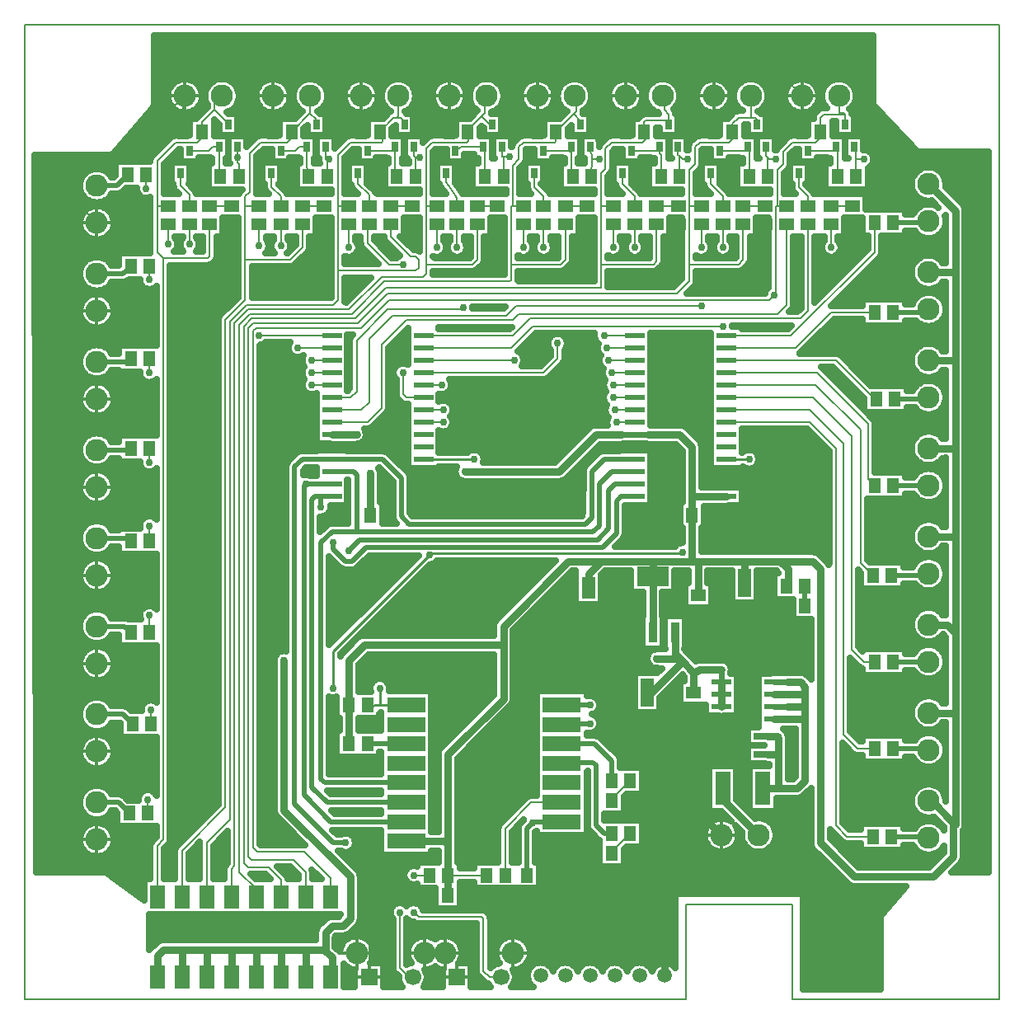
<source format=gtl>
G04 DipTrace 3.0.0.0*
G04 Top.gbr*
%MOIN*%
G04 #@! TF.FileFunction,Copper,L1,Top*
G04 #@! TF.Part,Single*
%ADD11C,0.006*%
G04 #@! TA.AperFunction,Conductor*
%ADD14C,0.02*%
%ADD15C,0.01*%
%ADD16C,0.008*%
G04 #@! TA.AperFunction,ViaPad*
%ADD17C,0.03*%
G04 #@! TA.AperFunction,Conductor*
%ADD18C,0.023622*%
%ADD19C,0.025591*%
G04 #@! TA.AperFunction,CopperBalancing*
%ADD20C,0.025*%
%ADD21C,0.013*%
G04 #@! TA.AperFunction,ComponentPad*
%ADD23C,0.09*%
%ADD24R,0.051181X0.059055*%
%ADD26R,0.055118X0.112205*%
%ADD27R,0.059055X0.051181*%
%ADD29R,0.055118X0.088583*%
%ADD31R,0.15748X0.062992*%
%ADD32R,0.062992X0.133858*%
G04 #@! TA.AperFunction,ComponentPad*
%ADD33R,0.066929X0.066929*%
%ADD34C,0.066929*%
%ADD35C,0.09*%
%ADD36R,0.07874X0.023622*%
%ADD37R,0.06X0.095*%
%ADD39R,0.037402X0.084646*%
%ADD40R,0.127953X0.084646*%
%ADD42R,0.041339X0.025591*%
%ADD44R,0.025591X0.041339*%
G04 #@! TA.AperFunction,ComponentPad*
%ADD45C,0.059055*%
%FSLAX26Y26*%
G04*
G70*
G90*
G75*
G01*
G04 Top*
%LPD*%
X2170029Y716307D2*
D14*
X2056394D1*
X2052661Y712575D1*
X1296332Y631316D2*
X1246327D1*
X1090060Y787583D1*
Y2150226D1*
X1121314Y2181479D1*
X1240024D1*
X1240076Y2181531D1*
X1446295D1*
X1521356Y2106471D1*
Y1950205D1*
X1552609Y1918951D1*
X2265184D1*
X2290186Y1943954D1*
Y2131474D1*
X2340192Y2181479D1*
X2465152D1*
X2465205Y2181531D1*
X2027864Y500052D2*
Y687777D1*
X2052661Y712575D1*
X1540108Y1188748D2*
D15*
X1538984Y1187625D1*
X1433846D1*
Y1256382D1*
X1246327D2*
Y1406398D1*
X1633867Y1793938D1*
X1815136Y2181479D2*
X1610207D1*
X1610155Y2181531D1*
X1433846Y1187625D2*
X1385667Y1185799D1*
X1383841Y1187625D1*
X1633867Y1793938D2*
Y1800189D1*
X2652724D1*
X2658975Y1806440D1*
X2927753Y2181479D2*
X2835336D1*
X2835283Y2181531D1*
X1567257Y87509D2*
D16*
X1552609D1*
X1515105Y125013D1*
Y350037D1*
X2702730Y1237425D2*
D17*
Y1318888D1*
X2657091Y1364528D1*
X2627722Y1393896D1*
Y1481239D1*
X2627555Y1481406D1*
X2515210Y1237630D2*
X2530193D1*
X2657091Y1364528D1*
X533752Y87509D2*
Y175018D1*
X558755Y200021D1*
X633752D1*
X733752D1*
X833752D1*
X933752D1*
X1033752D1*
X1133752D1*
X1208823D1*
X1240076Y168768D1*
Y93833D1*
X1233752Y87509D1*
X633752D2*
Y200021D1*
X733752Y87509D2*
Y200021D1*
X833752Y87509D2*
Y200021D1*
X933752Y87509D2*
Y200021D1*
X1033752Y87509D2*
Y200021D1*
X1133752Y87509D2*
Y200021D1*
X1208823D2*
X1214774Y194070D1*
Y268479D1*
X1240076Y293781D1*
X1283831D1*
X1315084Y325034D1*
Y493802D1*
X1046306Y762580D1*
Y1368894D1*
X2552714Y1375144D2*
X2634957D1*
X2627722Y1393896D1*
X3352593Y3444112D2*
D16*
X3358844Y3432007D1*
Y3394106D1*
X3390302D1*
X858581Y3400357D2*
Y3444112D1*
X1214869D2*
Y3394106D1*
X1227575D1*
X1571156Y3444112D2*
Y3406812D1*
X1577612Y3400357D1*
X1596364D1*
X1927444Y3444112D2*
Y3406608D1*
X1958902D1*
X2283731Y3444112D2*
Y3425564D1*
X2290186Y3412858D1*
Y3394106D1*
X2321440D1*
X2640018Y3444112D2*
Y3413063D1*
X2646269Y3406812D1*
X2658975Y3394106D1*
X2677727D1*
X2996306Y3444112D2*
Y3406812D1*
X3002556Y3400562D1*
X3009012Y3394106D1*
X3034014D1*
X2815241Y1281385D2*
D17*
Y1231385D1*
Y1181385D1*
Y1231385D2*
D3*
X864832Y3325349D2*
D16*
Y3375559D1*
X858581Y3381810D1*
Y3400357D1*
X1221119Y3325349D2*
Y3394106D1*
X1227575D1*
X1577407Y3325349D2*
X1577612Y3400357D1*
X1933694Y3325349D2*
Y3400357D1*
X1927444Y3406608D1*
X2289982Y3325349D2*
X2290186Y3394106D1*
X2646269Y3325349D2*
Y3406812D1*
X3358844Y3325349D2*
Y3394106D1*
X2815241Y1281385D2*
D18*
Y1331390D1*
D17*
X2727732D1*
X2702730Y1318888D1*
X3002556Y3325349D2*
D16*
Y3400562D1*
X2982909Y850089D2*
D17*
X3051723D1*
X3121524D1*
X3152777Y881343D1*
Y1131385D1*
Y1176827D1*
Y1231385D1*
Y1262633D1*
X3134025Y1281385D1*
X3082210D1*
D18*
X3027840D1*
Y1231385D2*
D17*
X3152777D1*
X3027840Y1181385D2*
D18*
X3082210D1*
D17*
X3148219D1*
X3152777Y1176827D1*
X3027840Y1131385D2*
X3152777D1*
X2965257Y987604D2*
D19*
X3000927D1*
D17*
X3040265D1*
X3046516Y981353D1*
Y855297D1*
X3051723Y850089D1*
X2965257Y1062407D2*
D19*
X3000927D1*
D17*
X3040470D1*
X3046516Y1056361D1*
Y981353D1*
X2277685Y1662675D2*
Y1718930D1*
X2327690Y1768936D1*
X2537004D1*
X2696274D1*
X2721482D1*
X2899234D1*
X3052766D1*
X3084020Y1737682D1*
Y1675176D1*
X3077769Y1668925D1*
X2909001Y1681427D2*
Y1759168D1*
X2899234Y1768936D1*
X2721482Y1631217D2*
Y1768936D1*
X2537004Y1709752D2*
Y1768936D1*
Y1481406D2*
Y1709752D1*
X1708671Y418794D2*
Y500052D1*
Y625270D1*
X1696374Y637567D1*
X1540108D1*
X1309038Y1031358D2*
Y1187625D1*
Y1369098D1*
X1371340Y1431400D1*
X1933899D1*
Y1506408D1*
X2196427Y1768936D1*
X2327690D1*
X1708671Y625270D2*
Y987399D1*
X1933899Y1212627D1*
Y1431400D1*
X3652829Y800084D2*
X3665331D1*
X3752840Y712575D1*
Y575060D1*
X3671581Y493802D1*
X3352798D1*
X3215283Y631316D1*
Y1737682D1*
X3184030Y1768936D1*
X3057194D1*
X3084020Y1737682D1*
X3752840Y712575D2*
X3761324Y704091D1*
Y1156371D1*
Y1478266D1*
Y1868946D1*
Y2225234D1*
Y2581521D1*
Y2937808D1*
Y3185601D1*
X3652829Y3294096D1*
Y2937808D2*
X3761324D1*
X3652829Y2581521D2*
X3761324D1*
X3652829Y2225234D2*
X3761324D1*
X3652829Y1868946D2*
X3761324D1*
X3652829Y1512659D2*
X3726932D1*
X3761324Y1478266D1*
X3652829Y1156371D2*
X3761324D1*
X2465205Y2281531D2*
D18*
X2519575D1*
D17*
X2646432D1*
X2696479Y2231484D1*
Y2031531D1*
Y1956660D1*
X2696274Y1956455D1*
Y1768936D1*
X2835283Y2031531D2*
X2696479D1*
X2465205Y2281531D2*
D18*
X2410835D1*
D17*
X2308980D1*
X2158923Y2131474D1*
X1777633D1*
X1340087Y2281490D2*
X1240118D1*
D18*
X1240076Y2281531D1*
X1396354Y1956000D2*
D17*
Y2125018D1*
X1865346Y500052D2*
D16*
X1708671D1*
X533752Y412509D2*
Y618815D1*
X558755Y643818D1*
Y2994064D1*
X533752Y3019067D1*
Y3206382D1*
Y3387856D1*
X608760Y3462864D1*
X696269D1*
X714816Y3481411D1*
Y3506618D1*
Y3543917D1*
X765026Y3594127D1*
Y3619146D1*
X796264Y3650383D1*
X821180Y3534663D2*
Y3537974D1*
X765026Y3594127D1*
X746274Y3131579D2*
Y3000315D1*
X740024Y2994064D1*
X558755D1*
X577507Y3206382D2*
X533752D1*
X1077352Y3506614D2*
X1152551Y3581814D1*
Y3650383D1*
X1177467Y3534663D2*
Y3553501D1*
X1149155Y3581814D1*
X1152551D1*
X633752Y412509D2*
Y600052D1*
X808781Y775081D1*
Y2744038D1*
X890039Y2825297D1*
Y2987814D1*
Y3206382D1*
Y3244091D1*
X908791Y3262843D1*
Y3419109D1*
X952546Y3462864D1*
X1058807D1*
X1071308Y3475365D1*
Y3500571D1*
X1077352Y3506614D1*
X946295Y3206382D2*
X890039D1*
X1121314Y3131579D2*
Y3037819D1*
X1071308Y2987814D1*
X890039D1*
X733752Y412509D2*
Y631295D1*
X827533Y725076D1*
Y2737787D1*
X896290Y2806545D1*
X1246327D1*
X1265079Y2825297D1*
Y2944059D1*
Y3206382D1*
Y3412858D1*
X1315084Y3462864D1*
X1440097D1*
X1446348Y3469114D1*
Y3493912D1*
X1433642Y3506618D1*
X1489898Y3562874D1*
X1502400D1*
X1508839Y3569312D1*
Y3650383D1*
X1533755Y3534663D2*
Y3548934D1*
X1519815Y3562874D1*
X1502400D1*
X1308833Y3206382D2*
X1265079D1*
X1477601Y3131579D2*
Y3081573D1*
X1558860Y3000315D1*
X1577612D1*
X1590113Y2987814D1*
Y2956560D1*
X1577612Y2944059D1*
X1265079D1*
X833752Y412509D2*
Y525024D1*
X846285Y537556D1*
Y2731537D1*
X902541Y2787793D1*
X1308833D1*
X1440097Y2919056D1*
X1608865D1*
X1621366Y2931558D1*
Y2969062D1*
Y3206382D1*
Y3437861D1*
X1646369Y3462864D1*
X1783883D1*
X1790134Y3469114D1*
Y3481615D1*
X1783883Y3487866D1*
Y3506618D1*
X1789929D1*
Y3512664D1*
X1845488Y3568223D1*
X1858891Y3581626D1*
Y3644148D1*
X1865126Y3650383D1*
X1890042Y3534663D2*
X1879049D1*
X1845488Y3568223D1*
X1665121Y3206382D2*
X1621366D1*
X1827638Y3131579D2*
Y2987814D1*
X1808886Y2969062D1*
X1621366D1*
X933752Y412509D2*
Y443839D1*
X865037Y512554D1*
Y2725286D1*
X908791Y2769041D1*
X1321335D1*
X1452598Y2900304D1*
X1958902D1*
X1965152Y2906555D1*
Y2969062D1*
Y3206382D1*
X1971403D1*
Y3369104D1*
X1996406Y3394106D1*
Y3444112D1*
X2015157Y3462864D1*
X2140171D1*
X2146217Y3468909D1*
Y3506618D1*
X2217907Y3578104D1*
X2227680Y3587877D1*
Y3644117D1*
X2221413Y3650383D1*
X2246329Y3534663D2*
Y3549681D1*
X2217907Y3578104D1*
X2015157Y3206382D2*
X1971403D1*
X2183925Y3131579D2*
Y2987814D1*
X2165173Y2969062D1*
X1965152D1*
X1033752Y412509D2*
Y481353D1*
X983799Y531306D1*
X902541D1*
X883789Y550058D1*
Y2719035D1*
X915042Y2750289D1*
X1333836D1*
X1458849Y2875302D1*
X2327690D1*
Y2969062D1*
Y3206382D1*
Y3337850D1*
X2346442Y3356602D1*
Y3437861D1*
X2371445Y3462864D1*
X2496458D1*
X2508959Y3475365D1*
Y3506618D1*
X2502504D1*
Y3543917D1*
X2508959Y3550373D1*
X2602719D1*
Y3556623D1*
X2599510Y3553415D1*
X2602719Y3556623D2*
Y3575375D1*
X2583967Y3594127D1*
Y3644117D1*
X2577701Y3650383D1*
X2602617Y3534663D2*
X2599510D1*
Y3553415D1*
X2377696Y3206382D2*
X2327690D1*
X2552714Y3131579D2*
Y2981563D1*
X2540213Y2969062D1*
X2327690D1*
X1133752Y412509D2*
Y512617D1*
X1083810Y562559D1*
X915042D1*
X902541Y575060D1*
Y2712785D1*
X921293Y2731537D1*
X1346337D1*
X1465100Y2850299D1*
X2633972D1*
X2683978Y2900304D1*
Y2969062D1*
Y3206382D1*
Y3350352D1*
X2708980Y3375354D1*
Y3444112D1*
X2727732Y3462864D1*
X2846495D1*
X2858791Y3475160D1*
Y3506618D1*
Y3537667D1*
X2883999Y3562874D1*
X2933988D1*
Y3650383D1*
X2958904Y3534663D2*
Y3556726D1*
X2952756Y3562874D1*
X2933988D1*
X2733983Y3206382D2*
X2683978D1*
X2902751Y3131579D2*
Y2987814D1*
X2883999Y2969062D1*
X2683978D1*
X1233752Y412509D2*
Y487625D1*
X1127564Y593812D1*
X940045D1*
X921293Y612564D1*
Y2700283D1*
X933794Y2712785D1*
X1358839D1*
X1471350Y2825297D1*
X3009012D1*
X3027764Y2844049D1*
X3034014Y2850299D1*
Y3206382D1*
X3040265D1*
Y3350352D1*
X3065268Y3375354D1*
Y3425360D1*
X3102772Y3462864D1*
X3196531D1*
X3209033Y3475365D1*
Y3506618D1*
X3215079D1*
Y3562669D1*
X3227785Y3575375D1*
X3315294D1*
X3309043Y3581626D1*
X3290276D1*
Y3650383D1*
X3315192Y3534663D2*
X3315294Y3575375D1*
X3077769Y3206382D2*
X3040265D1*
X3259038Y3131579D2*
Y3037819D1*
X665016Y3131579D2*
Y3050320D1*
X1690123Y2331531D2*
X1610155D1*
X1033804Y3131579D2*
Y3044070D1*
X1690123Y2381531D2*
X1610155D1*
Y2431531D2*
X1540081D1*
X1527606Y2444007D1*
Y2531516D1*
Y2969062D2*
X1471350D1*
X1383841Y3056571D1*
Y3131579D1*
X1390092D1*
X1746379D2*
Y3037819D1*
X1683873Y2481531D2*
X1610155D1*
X2096416Y3131579D2*
Y3037819D1*
X2152672Y2650278D2*
Y2587772D1*
X2096432Y2531531D1*
X1610155D1*
X2465205Y3131579D2*
Y3037819D1*
X1977654Y2581531D2*
X1610155D1*
X2821492Y3131579D2*
Y3037819D1*
Y2719035D2*
X2052661D1*
X1965152Y2631526D1*
X1610160D1*
X1610155Y2631531D1*
Y2681531D2*
X1971403D1*
X2040160Y2750289D1*
X3134025D1*
X3165278Y2781542D1*
Y3131579D1*
X2815257Y662570D2*
D17*
X2815241D1*
X2708980Y768831D1*
Y943849D1*
Y948644D1*
Y1025123D1*
X2815241Y1131385D1*
X2708980Y943849D2*
X2700388Y935257D1*
X2545467D1*
X2533909Y946815D1*
X2515210Y965514D1*
Y1048496D1*
X2526097D1*
X2633972Y1156371D1*
X2696479D1*
X2702730Y1162622D1*
X2446453Y1481406D2*
Y1369150D1*
Y1117253D1*
X2515210Y1048496D1*
X2277685Y1528816D2*
Y1437651D1*
X2333941Y1381395D1*
X2434207D1*
X2446453Y1369150D1*
X3077951Y1587923D2*
Y1419081D1*
X3065268Y1406398D1*
X3015262D1*
X2909001D1*
X2744958D1*
X2727732Y1423623D1*
X2715231Y1436125D1*
Y1550163D1*
X2721482Y1556413D1*
X2909001Y1492293D2*
Y1406398D1*
X2815241Y1131385D2*
Y1131369D1*
X2877748D1*
X2921503Y1175123D1*
Y1312638D1*
X3015262Y1406398D1*
X1390092Y87509D2*
D16*
Y300031D1*
X1508854Y418794D1*
X1633867D1*
X2465205Y2231531D2*
D17*
X2571419D1*
X2615220Y2187730D1*
Y1962706D1*
X2621471Y1956455D1*
X2596469D1*
X2577717Y1937703D1*
Y1862696D1*
X2835283Y2081531D2*
D16*
X2909064D1*
X2921503Y2093970D1*
Y2118972D1*
X2909001Y2131474D1*
X2835341D1*
X2835283Y2131531D1*
X2921503Y2118972D2*
X2959007D1*
X2170029Y637567D2*
D17*
X2271434D1*
X2283936Y625066D1*
Y500052D1*
X2327690Y443797D1*
X2533909D1*
Y587562D1*
Y800084D1*
Y946815D1*
X2446453Y587562D2*
D16*
X2533909D1*
X2446453Y800084D2*
X2533909D1*
X289976Y643818D2*
X177465D1*
Y1000105D1*
Y1356392D1*
Y1712680D1*
Y2068967D1*
Y2425255D1*
Y2805373D1*
Y3125328D1*
X183110Y3130974D1*
X227470Y3175333D1*
X252472D1*
X289976Y3137829D1*
Y2781542D2*
X201295D1*
X177465Y2805373D1*
X289976Y2425255D2*
X177465D1*
X289976Y2068967D2*
X177465D1*
X289976Y1712680D2*
X177465D1*
X289976Y1356392D2*
X177465D1*
X289976Y1000105D2*
X177465D1*
X1610155Y2131531D2*
D17*
X1690066D1*
X1702625Y2118972D1*
Y2082199D1*
Y2074987D1*
Y2043965D1*
X1690123Y2031463D1*
X1646369D1*
X1610223D1*
X1610155Y2031531D1*
Y2081531D2*
D16*
X1696080D1*
X1702625Y2074987D1*
Y2082199D2*
D17*
X2172155D1*
X2321487Y2231531D1*
X2465205D1*
X1240076D2*
X1452551D1*
X1552609Y2131474D1*
X1610097D1*
X1610155Y2131531D1*
X1471157Y1956000D2*
D16*
Y2037714D1*
X1646369Y1987709D2*
Y2031463D1*
X640013Y3506618D2*
Y3656634D1*
X646264Y3650383D1*
X1002549Y3506614D2*
Y3525373D1*
X1002551Y3525375D1*
Y3650383D1*
X1358839Y3506618D2*
Y3650383D1*
X1715126Y3506618D2*
Y3650383D1*
X2071413Y3506618D2*
Y3650383D1*
X2427701Y3506618D2*
Y3606629D1*
X2446453Y3625381D1*
Y3631631D1*
X2427701Y3650383D1*
X2783988Y3506618D2*
Y3650383D1*
X3140276Y3506618D2*
Y3650383D1*
X183110Y3130974D2*
Y3374749D1*
X227470Y3419109D1*
X414990D1*
X646264Y3650383D1*
Y3706639D1*
X677517Y3737892D1*
X1002551D1*
X1358839D1*
X1715126D1*
X2071413D1*
X2427701D1*
X2783988D1*
X3052766D1*
X3140276Y3650383D1*
X2783988D2*
Y3737892D1*
X2427701Y3650383D2*
Y3737892D1*
X2071413Y3650383D2*
Y3737892D1*
X1715126Y3650383D2*
Y3737892D1*
X1358839Y3650383D2*
Y3737892D1*
X1002551Y3650383D2*
Y3737892D1*
X702315Y3337850D2*
D15*
Y3287844D1*
X1071104Y3337850D2*
D16*
Y3288050D1*
X1421140Y3337850D2*
Y3288050D1*
X1777428Y3337850D2*
Y3287845D1*
X833783Y3131579D2*
D15*
Y3050320D1*
X1208823Y3131579D2*
Y3044070D1*
X2133715Y3337850D2*
D16*
Y3294301D1*
X2271434Y3131579D2*
D15*
Y3037819D1*
X1565110Y3131579D2*
X1527606Y3081573D1*
X2640223Y3131579D2*
Y3037819D1*
X2490003Y3337850D2*
D16*
Y3306392D1*
X2465205Y3281594D1*
X2990260Y3131579D2*
D15*
Y3044070D1*
X2846290Y3337850D2*
D16*
Y3318894D1*
X2821492Y3294096D1*
X3202577Y3337850D2*
Y3281390D1*
X3190281Y3269093D1*
X3346547Y3131579D2*
D15*
Y3037819D1*
X2102667Y500052D2*
D16*
X2283936D1*
X2874706Y1025005D2*
D19*
X2839037D1*
D17*
X2785341D1*
X2708980Y948644D1*
X2583915Y93760D2*
Y187520D1*
Y393791D1*
X2533909Y443797D1*
X2113583Y187520D2*
X2583915D1*
X1908896Y3131579D2*
D15*
Y3037819D1*
X3502814Y656319D2*
D14*
X3646594D1*
X3652829Y650084D1*
X3509064Y1012606D2*
X3646594D1*
X3652829Y1006371D1*
X3509064Y1362643D2*
X3652814D1*
X3652829Y1362659D1*
X3502814Y1712680D2*
X3646563D1*
X3652829Y1718946D1*
X3509064Y2075218D2*
X3652814D1*
X3652829Y2075234D1*
X3515315Y2425255D2*
X3646563D1*
X3652829Y2431521D1*
X3509064Y2775291D2*
X3640312D1*
X3652829Y2787808D1*
X1540108Y795047D2*
X1220110D1*
X1158818Y856340D1*
Y2018962D1*
X1171319Y2031463D1*
X1196322D1*
X1240008D1*
X1240076Y2031531D1*
X2465205D2*
X2409017D1*
X2390197Y2012711D1*
Y1881448D1*
X2333941Y1825192D1*
X1377591D1*
X1321335Y1768936D1*
X1296332D1*
X1246327Y1818941D1*
Y1843944D1*
X1196322Y1987709D2*
Y2031463D1*
X2465205Y2081531D2*
X2384009D1*
X2358944Y2056466D1*
Y1900199D1*
X2315189Y1856445D1*
X1352588D1*
X1308833Y1812690D1*
X1133815Y2081469D2*
X1240013D1*
X1240076Y2081531D1*
X1540108Y716307D2*
X1236344D1*
X1127564Y825087D1*
Y2075218D1*
X1133815Y2081469D1*
X3652829Y3144096D2*
X3640344D1*
X3634077Y3137829D1*
X3509064D1*
X489793Y3331600D2*
D16*
Y3275549D1*
X2340192Y2681531D2*
X2465205D1*
X3152572Y1668925D2*
D14*
Y1588105D1*
X3152755Y1587923D1*
X2821492Y850089D2*
D17*
Y806335D1*
X2965257Y662570D1*
X2835283Y2331531D2*
D16*
X3171492D1*
X3277790Y2225234D1*
Y700073D1*
X3321545Y656319D1*
X3428010D1*
X2835283Y2381531D2*
X3171497D1*
X3309043Y2243986D1*
Y1068862D1*
X3365299Y1012606D1*
X3434261D1*
X2835283Y2431531D2*
X3184004D1*
X3340297Y2275239D1*
Y1412648D1*
X3390302Y1362643D1*
X3434261D1*
X2835283Y2481531D2*
X3196510D1*
X3377801Y2300241D1*
Y1762685D1*
X3427806Y1712680D1*
X3428010D1*
X2835283Y2531531D2*
X3202766D1*
X3409054Y2325244D1*
Y2100220D1*
X3434056Y2075218D1*
X3434261D1*
X2835283Y2581531D2*
X3277780D1*
X3434056Y2425255D1*
X3440512D1*
X2835283Y2631531D2*
X3115278D1*
X3259038Y2775291D1*
X3434261D1*
Y3137829D2*
Y3019272D1*
X3096521Y2681531D1*
X2835283D1*
X289976Y3287829D2*
D14*
X371219D1*
X414990Y3331600D1*
X289976Y2931542D2*
X396222D1*
X427491Y2962811D1*
X289976Y2575255D2*
X414974D1*
X427491Y2587772D1*
X289976Y2218967D2*
X421224D1*
X427491Y2225234D1*
X289976Y1862680D2*
X415005D1*
X427491Y1850194D1*
X289976Y1506392D2*
X402504D1*
X427491Y1481406D1*
X289976Y1150105D2*
X396253D1*
X433741Y1112617D1*
X289976Y793818D2*
X377501D1*
X421240Y750079D1*
X1383841Y1031358D2*
X1540017D1*
X1540108Y1031268D1*
X2371650Y800084D2*
D16*
Y806744D1*
X2446248Y881343D1*
X2371650Y587562D2*
Y594222D1*
X2446248Y668820D1*
X2371445Y881343D2*
D14*
Y962601D1*
X2302688Y1031358D1*
X2170119D1*
X2170029Y1031268D1*
X2371445Y668820D2*
X2340192D1*
X2308938Y700073D1*
Y943849D1*
X2296437Y956350D1*
X2173852D1*
X2170029Y952528D1*
X502294Y2962811D2*
D16*
Y2906760D1*
X2352693Y2631526D2*
X2465199D1*
X2465205Y2631531D1*
X502294Y2587772D2*
Y2531720D1*
X2358944Y2581521D2*
X2465194D1*
X2465205Y2581531D1*
X502294Y2225234D2*
Y2169182D1*
X2371445Y2531516D2*
X2465189D1*
X2465205Y2531531D1*
X502294Y1850194D2*
Y1912701D1*
X2377696Y2481510D2*
X2465184D1*
X2465205Y2481531D1*
X502294Y1481406D2*
Y1550163D1*
X2377696Y2431505D2*
X2465178D1*
X2465205Y2431531D1*
X508545Y1112617D2*
Y1168873D1*
X2383946Y2381500D2*
X2465173D1*
X2465205Y2381531D1*
X496043Y750079D2*
Y806335D1*
X2390197Y2331495D2*
X2465168D1*
X2465205Y2331531D1*
X1940150Y500052D2*
Y687572D1*
X2046411Y793833D1*
X2168815D1*
X2170029Y795047D1*
X1923545Y87509D2*
X1877643D1*
X1852640Y112512D1*
Y325034D1*
X1846390Y331285D1*
X1590113D1*
X1571361Y350037D1*
Y500052D2*
X1633867D1*
X790029Y3325349D2*
X783778D1*
Y3444112D1*
X664913Y3428402D2*
X743066D1*
X758776Y3444112D1*
X783778D1*
X1033702Y3428402D2*
X1093102D1*
X1108812Y3444112D1*
X1140066D1*
X1146316Y3325349D2*
X1140066Y3369104D1*
Y3444112D1*
X1383739Y3428402D2*
X1480643D1*
X1496353Y3444112D1*
Y3331600D1*
X1502604Y3325349D1*
X1858891D2*
Y3444112D1*
Y3431610D1*
X1852640Y3444112D1*
X1740026Y3428402D2*
X1765131Y3444112D1*
X1858891D1*
X2208928D2*
Y3431610D1*
X2202677Y3425360D1*
X2208928Y3431610D2*
Y3331600D1*
X2215178Y3325349D1*
X2096314Y3428402D2*
X2199635D1*
X2202677Y3425360D1*
X2452601Y3428402D2*
X2555756D1*
X2565215Y3437861D1*
Y3444112D1*
Y3437861D2*
Y3419109D1*
X2571466Y3412858D1*
Y3325349D1*
X2927753D2*
Y3428413D1*
X2921503D1*
Y3444112D1*
X2808888Y3428402D2*
X2921503Y3428413D1*
X3284041Y3325349D2*
Y3428402D1*
Y3437861D1*
X3277790Y3444112D1*
X3165176Y3428402D2*
X3284041D1*
X746274Y3206382D2*
X833783D1*
X1208823D2*
X1121314D1*
X1477601D2*
X1565110D1*
X1908896D2*
X1827638D1*
X2183925D2*
X2271434D1*
X2552714D2*
X2640223D1*
X2902751D2*
X2990260D1*
X3259038D2*
X3346547D1*
X665016D2*
Y3250341D1*
X627512Y3287845D1*
Y3337850D1*
X1033804Y3206382D2*
Y3244091D1*
X996301Y3281594D1*
Y3337850D1*
X1390092Y3206382D2*
Y3250341D1*
X1346337Y3294096D1*
Y3337850D1*
X1746379Y3206382D2*
Y3237840D1*
X1721377Y3275344D1*
X1702625Y3300346D1*
Y3337850D1*
X2096416Y3206382D2*
Y3244091D1*
X2058912Y3281594D1*
Y3337850D1*
X2465205Y3206382D2*
Y3244091D1*
X2415199Y3294096D1*
Y3337850D1*
X2821492Y3206382D2*
Y3244091D1*
X2771487Y3294096D1*
Y3337850D1*
X3165278Y3206382D2*
Y3244091D1*
X3127774Y3281594D1*
Y3337850D1*
X2283915Y1112617D2*
D14*
X2172638D1*
X2170029Y1110008D1*
X1540108Y873787D2*
X1210127D1*
X1196322Y887593D1*
Y1843944D1*
X1240076Y1887698D1*
X1340087D1*
Y2118972D1*
X1327585Y2131474D1*
X1240134D1*
X1240076Y2131531D1*
X2465205D2*
X2371503D1*
X2321440Y2081469D1*
Y1912701D1*
X2296437Y1887698D1*
X1340087D1*
X1240076Y2681531D2*
D16*
X946295D1*
X577507Y3050320D2*
Y3131579D1*
X946295D2*
Y3044070D1*
X1102556Y2631531D2*
X1240076D1*
X1308833Y3131579D2*
Y3037819D1*
X1158818Y2581521D2*
X1240066D1*
X1240076Y2581531D1*
X1665121Y3131579D2*
Y3037819D1*
X1158818Y2531516D2*
X1240060D1*
X1240076Y2531531D1*
X2015157Y3131579D2*
Y3037819D1*
X1158818Y2481510D2*
X1240055D1*
X1240076Y2481531D1*
X2377696Y3131579D2*
Y3037819D1*
X1771382Y2794043D2*
Y2787793D1*
X1465100D1*
X1340087Y2662780D1*
Y2456508D1*
X1315110Y2431531D1*
X1240076D1*
X2733983Y3131579D2*
Y3037819D1*
Y2800294D2*
X1983904D1*
X1946400Y2762790D1*
X1483852D1*
X1390092Y2669030D1*
Y2412753D1*
X1358839Y2381500D1*
X1240108D1*
X1240076Y2381531D1*
Y2331531D2*
X1383878D1*
X1440097Y2387751D1*
Y2644028D1*
X1540108Y2744038D1*
X1971403D1*
X1996406Y2769041D1*
X3040265D1*
X3077769Y2806545D1*
Y3131579D1*
X2283936Y1187625D2*
D14*
X2171152D1*
X2170029Y1188748D1*
D17*
X2052661Y712575D3*
X1296332Y631316D3*
X1433846Y1256382D3*
X1246327D3*
X1633867Y1793938D3*
X1815136Y2181479D3*
X2658975Y1806440D3*
X2927753Y2181479D3*
X1515105Y350037D3*
X1433846Y1256382D3*
X1046306Y1368894D3*
X2552714Y1375144D3*
X3390302Y3394106D3*
X858581Y3400357D3*
X1227575Y3394106D3*
X1596364Y3400357D3*
X1958902Y3406608D3*
X2321440Y3394106D3*
X2677727D3*
X3034014D3*
X858581Y3400357D3*
X1227575Y3394106D3*
X1777633Y2131474D3*
X1340087Y2281490D3*
X1396354Y2125018D3*
X3259038Y3037819D3*
X3027764Y2844049D3*
X665016Y3050320D3*
X1690123Y2331531D3*
X1033804Y3044070D3*
X1690123Y2381531D3*
X1527606Y2531516D3*
Y2969062D3*
X1746379Y3037819D3*
X1683873Y2481531D3*
X2096416Y3037819D3*
X2152672Y2650278D3*
X2465205Y3037819D3*
X1977654Y2581531D3*
X2821492Y3037819D3*
Y2719035D3*
X2577717Y1862696D3*
X2727732Y1423623D3*
X2959007Y2118972D3*
X1471157Y2037714D3*
X1646369Y1987709D3*
X702315Y3287844D3*
X1071104Y3288050D3*
X1421140D3*
X1777428Y3287845D3*
X833783Y3050320D3*
X702315Y3287844D3*
X1208823Y3044070D3*
X2133715Y3294301D3*
X2271434Y3037819D3*
X1527606Y3081573D3*
X2640223Y3037819D3*
X2465205Y3281594D3*
X2990260Y3044070D3*
X2821492Y3294096D3*
X3190281Y3269093D3*
X3346547Y3037819D3*
X2113583Y187520D3*
X1908896Y3037819D3*
X1246327Y1843944D3*
X1196322Y1987709D3*
X1308833Y1812690D3*
X1133815Y2081469D3*
D3*
X489793Y3275549D3*
X2340192Y2681531D3*
X502294Y2906760D3*
X2352693Y2631526D3*
X502294Y2531720D3*
X2358944Y2581521D3*
X502294Y2169182D3*
X2371445Y2531516D3*
X502294Y1912701D3*
X2377696Y2481510D3*
X502294Y1550163D3*
X2377696Y2431505D3*
X508545Y1168873D3*
X2383946Y2381500D3*
X496043Y806335D3*
X2390197Y2331495D3*
X1571361Y350037D3*
Y500052D3*
X2283915Y1112617D3*
X946295Y2681531D3*
X577507Y3050320D3*
X946295Y3044070D3*
X1102556Y2631531D3*
X1308833Y3037819D3*
X1158818Y2581521D3*
X1665121Y3037819D3*
X1158818Y2531516D3*
X2015157Y3037819D3*
X1158818Y2481510D3*
X2377696Y3037819D3*
X1771382Y2794043D3*
X2733983Y3037819D3*
Y2800294D3*
X2283936Y1187625D3*
X523772Y3869291D2*
D20*
X3425315D1*
X523772Y3844423D2*
X3425315D1*
X523772Y3819554D2*
X3425315D1*
X523772Y3794685D2*
X3425315D1*
X523772Y3769816D2*
X3425315D1*
X523772Y3744948D2*
X3425315D1*
X523772Y3720079D2*
X3425315D1*
X523772Y3695210D2*
X591965D1*
X700579D2*
X741965D1*
X850579D2*
X948264D1*
X1056829D2*
X1098264D1*
X1206829D2*
X1304563D1*
X1413128D2*
X1454563D1*
X1563128D2*
X1660813D1*
X1769426D2*
X1810813D1*
X1919426D2*
X2017112D1*
X2125725D2*
X2167112D1*
X2275725D2*
X2373411D1*
X2481975D2*
X2523411D1*
X2631975D2*
X2729710D1*
X2838274D2*
X2879710D1*
X2988274D2*
X3085960D1*
X3194573D2*
X3235960D1*
X3344573D2*
X3425315D1*
X523772Y3670341D2*
X578245D1*
X714299D2*
X728245D1*
X864299D2*
X934544D1*
X1070598D2*
X1084504D1*
X1220598D2*
X1290794D1*
X1426848D2*
X1440794D1*
X1576848D2*
X1647092D1*
X1783147D2*
X1797096D1*
X1933147D2*
X2003391D1*
X2139446D2*
X2153391D1*
X2289446D2*
X2359690D1*
X2495745D2*
X2509693D1*
X2645745D2*
X2715940D1*
X2851995D2*
X2865940D1*
X3001995D2*
X3072239D1*
X3208294D2*
X3222284D1*
X3358294D2*
X3425315D1*
X523772Y3645472D2*
X575462D1*
X717083D2*
X725462D1*
X867083D2*
X931712D1*
X1073381D2*
X1081751D1*
X1223381D2*
X1288010D1*
X1429680D2*
X1438010D1*
X1579680D2*
X1644309D1*
X1785930D2*
X1794266D1*
X1935930D2*
X2000608D1*
X2142229D2*
X2150608D1*
X2292229D2*
X2356858D1*
X2498528D2*
X2506869D1*
X2648528D2*
X2713157D1*
X2854827D2*
X2863157D1*
X3004827D2*
X3069456D1*
X3211077D2*
X3219457D1*
X3361077D2*
X3425315D1*
X523772Y3620604D2*
X582053D1*
X710442D2*
X732053D1*
X860442D2*
X938352D1*
X1066741D2*
X1088352D1*
X1216741D2*
X1294651D1*
X1423040D2*
X1444651D1*
X1573040D2*
X1650950D1*
X1779338D2*
X1800950D1*
X1929338D2*
X2007249D1*
X2135588D2*
X2157249D1*
X2285588D2*
X2363499D1*
X2491887D2*
X2513499D1*
X2641887D2*
X2719797D1*
X2848186D2*
X2869797D1*
X2998186D2*
X3076096D1*
X3204485D2*
X3226096D1*
X3354485D2*
X3425315D1*
X512932Y3595735D2*
X602463D1*
X690081D2*
X725266D1*
X840081D2*
X958762D1*
X1046331D2*
X1108762D1*
X1196331D2*
X1315061D1*
X1402629D2*
X1465061D1*
X1552629D2*
X1671311D1*
X1758928D2*
X1821311D1*
X1908928D2*
X2027610D1*
X2115227D2*
X2177610D1*
X2265227D2*
X2383909D1*
X2471526D2*
X2533909D1*
X2623772D2*
X2740208D1*
X2827776D2*
X2890208D1*
X2977776D2*
X3096458D1*
X3184075D2*
X3206809D1*
X3336321D2*
X3443040D1*
X491399Y3570866D2*
X700364D1*
X859954D2*
X1100217D1*
X1216253D2*
X1456516D1*
X1572551D2*
X1806760D1*
X1928850D2*
X2169212D1*
X2285149D2*
X2488108D1*
X2641399D2*
X2850608D1*
X2997698D2*
X3186350D1*
X3353997D2*
X3467014D1*
X469817Y3545997D2*
X663206D1*
X859954D2*
X1025754D1*
X1216253D2*
X1382053D1*
X1572551D2*
X1738352D1*
X1928850D2*
X2094602D1*
X2285149D2*
X2450901D1*
X2641399D2*
X2807200D1*
X2997698D2*
X3163499D1*
X3266692D2*
X3276389D1*
X3353997D2*
X3491038D1*
X448284Y3521129D2*
X663206D1*
X766399D2*
X782395D1*
X859954D2*
X1025754D1*
X1216253D2*
X1382053D1*
X1572551D2*
X1738352D1*
X1841497D2*
X1851194D1*
X1928850D2*
X2094602D1*
X2285149D2*
X2450901D1*
X2554094D2*
X2563840D1*
X2641399D2*
X2807200D1*
X2910393D2*
X2920098D1*
X2997698D2*
X3163499D1*
X3266692D2*
X3276389D1*
X3353997D2*
X3515061D1*
X426702Y3496260D2*
X663206D1*
X766399D2*
X782395D1*
X859954D2*
X1025754D1*
X1128948D2*
X1138694D1*
X1216253D2*
X1382053D1*
X1485247D2*
X1494985D1*
X1572551D2*
X1738352D1*
X1841497D2*
X1851243D1*
X1928850D2*
X2094602D1*
X2197795D2*
X2207497D1*
X2285149D2*
X2450901D1*
X2554094D2*
X2563840D1*
X2641399D2*
X2807200D1*
X2910393D2*
X2920098D1*
X2997698D2*
X3163499D1*
X3266692D2*
X3276389D1*
X3353997D2*
X3539085D1*
X405169Y3471391D2*
X575901D1*
X897356D2*
X919700D1*
X1253655D2*
X1282200D1*
X1966253D2*
X1982297D1*
X2322503D2*
X2338596D1*
X2678801D2*
X2694846D1*
X3035100D2*
X3069895D1*
X3391399D2*
X3563059D1*
X383635Y3446522D2*
X551047D1*
X3035100D2*
X3045025D1*
X3391399D2*
X3587083D1*
X362053Y3421654D2*
X526145D1*
X608928D2*
X626096D1*
X952727D2*
X994895D1*
X1315276D2*
X1344944D1*
X1651360D2*
X1701243D1*
X2026409D2*
X2057542D1*
X2376458D2*
X2413792D1*
X2738958D2*
X2770090D1*
X3102971D2*
X3126389D1*
X3419719D2*
X3894114D1*
X42522Y3396785D2*
X505247D1*
X584075D2*
X626096D1*
X703704D2*
X753782D1*
X938811D2*
X994895D1*
X1072503D2*
X1110081D1*
X1170061D2*
X1184869D1*
X1295061D2*
X1344944D1*
X1422551D2*
X1466331D1*
X1526360D2*
X1543040D1*
X1651360D2*
X1701243D1*
X1778801D2*
X1828879D1*
X1888909D2*
X1899228D1*
X2026409D2*
X2057542D1*
X2135100D2*
X2178928D1*
X2238909D2*
X2260178D1*
X2376458D2*
X2413792D1*
X2491399D2*
X2541477D1*
X2601458D2*
X2615354D1*
X2738958D2*
X2770090D1*
X2847698D2*
X2897776D1*
X2957756D2*
X2968230D1*
X3095256D2*
X3126389D1*
X3203948D2*
X3254026D1*
X3314055D2*
X3328831D1*
X3431194D2*
X3894114D1*
X42571Y3371916D2*
X363401D1*
X563762D2*
X588694D1*
X666301D2*
X738450D1*
X938811D2*
X957493D1*
X1035100D2*
X1094749D1*
X1295061D2*
X1307508D1*
X1385149D2*
X1450999D1*
X1651360D2*
X1663840D1*
X1741399D2*
X1807297D1*
X2097698D2*
X2163596D1*
X2453997D2*
X2519895D1*
X2810295D2*
X2876145D1*
X3166545D2*
X3232444D1*
X3424260D2*
X3894114D1*
X42620Y3347047D2*
X253049D1*
X326897D2*
X363401D1*
X563762D2*
X588694D1*
X666301D2*
X738450D1*
X938811D2*
X957493D1*
X1035100D2*
X1094749D1*
X1295061D2*
X1307508D1*
X1385149D2*
X1450999D1*
X1651360D2*
X1663840D1*
X1741399D2*
X1807297D1*
X2001409D2*
X2020139D1*
X2097698D2*
X2163596D1*
X2453997D2*
X2519895D1*
X2722063D2*
X2732711D1*
X2810295D2*
X2876145D1*
X3078362D2*
X3088987D1*
X3166545D2*
X3232444D1*
X3410442D2*
X3606858D1*
X3698772D2*
X3894114D1*
X42669Y3322178D2*
X228196D1*
X563762D2*
X588694D1*
X666301D2*
X738450D1*
X938811D2*
X957493D1*
X1035100D2*
X1094749D1*
X1295061D2*
X1307508D1*
X1385149D2*
X1450999D1*
X1651360D2*
X1663840D1*
X1741399D2*
X1807297D1*
X2001409D2*
X2020139D1*
X2097698D2*
X2163596D1*
X2357708D2*
X2376389D1*
X2453997D2*
X2519895D1*
X2713958D2*
X2732688D1*
X2810295D2*
X2876145D1*
X3070256D2*
X3088987D1*
X3166545D2*
X3232444D1*
X3410442D2*
X3587864D1*
X3717815D2*
X3894114D1*
X42717Y3297310D2*
X219651D1*
X563762D2*
X588694D1*
X666301D2*
X738450D1*
X938811D2*
X957493D1*
X1035100D2*
X1094749D1*
X1295061D2*
X1307508D1*
X1385149D2*
X1450999D1*
X1651360D2*
X1663840D1*
X1741790D2*
X1807297D1*
X2001409D2*
X2020139D1*
X2097698D2*
X2163596D1*
X2357708D2*
X2376389D1*
X2453997D2*
X2519895D1*
X2713958D2*
X2732688D1*
X2810295D2*
X2876145D1*
X3070256D2*
X3088987D1*
X3166545D2*
X3232444D1*
X3410442D2*
X3581907D1*
X3723772D2*
X3894114D1*
X42766Y3272441D2*
X220725D1*
X405706D2*
X448899D1*
X563762D2*
X602219D1*
X684319D2*
X738450D1*
X938811D2*
X967844D1*
X1046868D2*
X1094749D1*
X1295061D2*
X1326585D1*
X1409368D2*
X1450999D1*
X1651360D2*
X1686692D1*
X1758879D2*
X1807297D1*
X2001409D2*
X2030491D1*
X2109465D2*
X2163596D1*
X2357708D2*
X2395481D1*
X2478264D2*
X2519895D1*
X2713958D2*
X2751731D1*
X2834514D2*
X2876145D1*
X3070256D2*
X3099338D1*
X3178313D2*
X3232444D1*
X3410442D2*
X3585325D1*
X3731438D2*
X3894114D1*
X42815Y3247572D2*
X232053D1*
X347893D2*
X460862D1*
X3402092D2*
X3600071D1*
X3756292D2*
X3894114D1*
X42864Y3222703D2*
X266233D1*
X313713D2*
X503733D1*
X3402092D2*
X3667258D1*
X3781145D2*
X3894114D1*
X42913Y3197835D2*
X254417D1*
X325530D2*
X503733D1*
X3402092D2*
X3607835D1*
X3800335D2*
X3894114D1*
X43010Y3172966D2*
X228684D1*
X351262D2*
X503733D1*
X3560637D2*
X3588206D1*
X3802337D2*
X3894114D1*
X43059Y3148097D2*
X219749D1*
X360198D2*
X503733D1*
X801799D2*
X860032D1*
X1176848D2*
X1235081D1*
X1533147D2*
X1591379D1*
X1883147D2*
X1935129D1*
X2239446D2*
X2297678D1*
X2608245D2*
X2653977D1*
X2958294D2*
X3004026D1*
X3314544D2*
X3382688D1*
X3802337D2*
X3894114D1*
X43108Y3123228D2*
X220530D1*
X359417D2*
X503733D1*
X801799D2*
X860032D1*
X1176848D2*
X1235081D1*
X1533147D2*
X1591379D1*
X1883147D2*
X1935129D1*
X2239446D2*
X2297678D1*
X2608245D2*
X2653977D1*
X2958294D2*
X3004026D1*
X3314544D2*
X3382688D1*
X3802337D2*
X3894114D1*
X43157Y3098360D2*
X231467D1*
X348479D2*
X503733D1*
X801799D2*
X860032D1*
X1176848D2*
X1235081D1*
X1533147D2*
X1591379D1*
X1883147D2*
X1935129D1*
X2239446D2*
X2297678D1*
X2608245D2*
X2653977D1*
X2958294D2*
X3004026D1*
X3314544D2*
X3382688D1*
X3560637D2*
X3599338D1*
X3706340D2*
X3720292D1*
X3802337D2*
X3894114D1*
X43206Y3073491D2*
X263987D1*
X316008D2*
X503733D1*
X610735D2*
X631760D1*
X698284D2*
X716282D1*
X776262D2*
X860032D1*
X976311D2*
X1003782D1*
X1063811D2*
X1091331D1*
X1151311D2*
X1235081D1*
X1338811D2*
X1353831D1*
X1413860D2*
X1448801D1*
X1527092D2*
X1591379D1*
X1695110D2*
X1716379D1*
X1776360D2*
X1797629D1*
X1857659D2*
X1935129D1*
X2045159D2*
X2066428D1*
X2126409D2*
X2153928D1*
X2213909D2*
X2297678D1*
X2407708D2*
X2435227D1*
X2495208D2*
X2522727D1*
X2582708D2*
X2653977D1*
X2764006D2*
X2791477D1*
X2851506D2*
X2872727D1*
X2932756D2*
X3004026D1*
X3107756D2*
X3135276D1*
X3195256D2*
X3229026D1*
X3289055D2*
X3404270D1*
X3464251D2*
X3720335D1*
X3802337D2*
X3894114D1*
X43254Y3048622D2*
X503733D1*
X705999D2*
X716295D1*
X776262D2*
X860032D1*
X1074553D2*
X1090745D1*
X1151311D2*
X1235081D1*
X1433196D2*
X1469163D1*
X1551946D2*
X1591379D1*
X1785833D2*
X1797671D1*
X1857659D2*
X1935129D1*
X2135881D2*
X2153928D1*
X2213909D2*
X2297678D1*
X2417131D2*
X2425754D1*
X2504680D2*
X2522727D1*
X2582708D2*
X2653977D1*
X2773430D2*
X2782063D1*
X2860930D2*
X2872757D1*
X2932756D2*
X3004026D1*
X3107756D2*
X3135276D1*
X3195256D2*
X3219602D1*
X3298479D2*
X3404270D1*
X3464251D2*
X3720335D1*
X3802337D2*
X3894114D1*
X43303Y3023753D2*
X503733D1*
X607854D2*
X634641D1*
X695403D2*
X716282D1*
X776262D2*
X860032D1*
X981487D2*
X998620D1*
X1147454D2*
X1235081D1*
X1347161D2*
X1375266D1*
X1458049D2*
X1494016D1*
X1784710D2*
X1797617D1*
X1857659D2*
X1935129D1*
X2134758D2*
X2153928D1*
X2213909D2*
X2297678D1*
X2416057D2*
X2426878D1*
X2503557D2*
X2522727D1*
X2582708D2*
X2653977D1*
X2772307D2*
X2783161D1*
X2859807D2*
X2872785D1*
X2932756D2*
X3004026D1*
X3107756D2*
X3135276D1*
X3195256D2*
X3220676D1*
X3297356D2*
X3397337D1*
X3464251D2*
X3720335D1*
X3802337D2*
X3894114D1*
X43352Y2998885D2*
X274924D1*
X305022D2*
X375901D1*
X776213D2*
X860032D1*
X1123772D2*
X1235081D1*
X1295061D2*
X1400120D1*
X1482903D2*
X1500754D1*
X1651360D2*
X1797337D1*
X1857659D2*
X1935129D1*
X1995159D2*
X2153587D1*
X2213909D2*
X2297678D1*
X2357708D2*
X2522727D1*
X2582708D2*
X2653977D1*
X2713958D2*
X2872434D1*
X2932756D2*
X3004026D1*
X3107756D2*
X3135276D1*
X3195256D2*
X3372483D1*
X3455266D2*
X3619309D1*
X3686321D2*
X3720335D1*
X3802337D2*
X3894114D1*
X43401Y2974016D2*
X233713D1*
X346233D2*
X375901D1*
X761370D2*
X860032D1*
X1098919D2*
X1235081D1*
X1295061D2*
X1425022D1*
X1853948D2*
X1935129D1*
X2210198D2*
X2297678D1*
X2581682D2*
X2653977D1*
X2929045D2*
X3004026D1*
X3107756D2*
X3135276D1*
X3195256D2*
X3347629D1*
X3430413D2*
X3592161D1*
X3802337D2*
X3894114D1*
X43450Y2949147D2*
X221262D1*
X588762D2*
X860032D1*
X920061D2*
X1235081D1*
X1830364D2*
X1935129D1*
X2186614D2*
X2297678D1*
X2561663D2*
X2653977D1*
X2905462D2*
X3004026D1*
X3107756D2*
X3135276D1*
X3195256D2*
X3322727D1*
X3405510D2*
X3582786D1*
X3802337D2*
X3894114D1*
X43499Y2924278D2*
X219358D1*
X588762D2*
X860032D1*
X920061D2*
X1235081D1*
X1995159D2*
X2297678D1*
X2357708D2*
X2653977D1*
X2713958D2*
X3004026D1*
X3107756D2*
X3135276D1*
X3195256D2*
X3297874D1*
X3380657D2*
X3583176D1*
X3802337D2*
X3894114D1*
X43596Y2899409D2*
X226975D1*
X408196D2*
X461985D1*
X588762D2*
X860032D1*
X920061D2*
X1235081D1*
X1295061D2*
X1379075D1*
X2357708D2*
X2641672D1*
X2713958D2*
X3004026D1*
X3107756D2*
X3135276D1*
X3195256D2*
X3273020D1*
X3355803D2*
X3593626D1*
X3802337D2*
X3894114D1*
X43645Y2874541D2*
X249485D1*
X330462D2*
X478733D1*
X588762D2*
X860032D1*
X920061D2*
X1235081D1*
X1295061D2*
X1354172D1*
X2699602D2*
X3001780D1*
X3107756D2*
X3135276D1*
X3195256D2*
X3248118D1*
X3330901D2*
X3624094D1*
X3681585D2*
X3720335D1*
X3802337D2*
X3894114D1*
X43694Y2849672D2*
X280344D1*
X299550D2*
X528733D1*
X588762D2*
X860032D1*
X920061D2*
X1235081D1*
X1295061D2*
X1329319D1*
X3107756D2*
X3135276D1*
X3195256D2*
X3223264D1*
X3306047D2*
X3620920D1*
X3684758D2*
X3720335D1*
X3802337D2*
X3894114D1*
X43743Y2824803D2*
X234348D1*
X345598D2*
X528733D1*
X588762D2*
X848167D1*
X1295061D2*
X1304447D1*
X3107756D2*
X3135276D1*
X3281194D2*
X3382688D1*
X3560637D2*
X3592698D1*
X3802337D2*
X3894114D1*
X43792Y2799934D2*
X221506D1*
X358440D2*
X528733D1*
X588762D2*
X823264D1*
X3106975D2*
X3135276D1*
X3802337D2*
X3894114D1*
X43840Y2775066D2*
X219260D1*
X360686D2*
X528733D1*
X588762D2*
X798411D1*
X3802337D2*
X3894114D1*
X43889Y2750197D2*
X226585D1*
X353362D2*
X528733D1*
X588762D2*
X779465D1*
X3712590D2*
X3720304D1*
X3802337D2*
X3894114D1*
X43938Y2725328D2*
X248313D1*
X331633D2*
X528733D1*
X588762D2*
X778782D1*
X3250481D2*
X3382688D1*
X3560637D2*
X3622239D1*
X3683391D2*
X3720335D1*
X3802337D2*
X3894114D1*
X43987Y2700459D2*
X528733D1*
X588762D2*
X778782D1*
X3225579D2*
X3720335D1*
X3802337D2*
X3894114D1*
X44036Y2675591D2*
X528733D1*
X588762D2*
X778782D1*
X1305462D2*
X1313231D1*
X1513030D2*
X1544797D1*
X2050628D2*
X2121165D1*
X2184172D2*
X2299631D1*
X2530559D2*
X2769895D1*
X3200725D2*
X3720335D1*
X3802337D2*
X3894114D1*
X44085Y2650722D2*
X528733D1*
X588762D2*
X778782D1*
X971868D2*
X1066672D1*
X1488176D2*
X1544797D1*
X2025725D2*
X2111692D1*
X2193645D2*
X2314622D1*
X2530559D2*
X2769895D1*
X3175872D2*
X3720335D1*
X3802337D2*
X3894114D1*
X44133Y2625853D2*
X241282D1*
X338665D2*
X375901D1*
X588762D2*
X778782D1*
X951311D2*
X1061985D1*
X1470110D2*
X1544797D1*
X2000872D2*
X2120432D1*
X2184954D2*
X2312131D1*
X2530559D2*
X2769895D1*
X3150969D2*
X3598118D1*
X3707561D2*
X3720358D1*
X3802337D2*
X3894114D1*
X44231Y2600984D2*
X223997D1*
X588762D2*
X778782D1*
X951311D2*
X1076633D1*
X1470110D2*
X1544797D1*
X2013372D2*
X2122678D1*
X2182659D2*
X2323215D1*
X2530559D2*
X2769895D1*
X3299700D2*
X3584641D1*
X3802337D2*
X3894114D1*
X44280Y2576115D2*
X218967D1*
X588762D2*
X778782D1*
X951311D2*
X1118186D1*
X1470110D2*
X1544797D1*
X2018254D2*
X2099631D1*
X2180071D2*
X2318333D1*
X2530559D2*
X2769895D1*
X3324602D2*
X3582053D1*
X3802337D2*
X3894114D1*
X44329Y2551247D2*
X223313D1*
X588762D2*
X778782D1*
X951311D2*
X1123264D1*
X1470110D2*
X1492063D1*
X2157561D2*
X2332639D1*
X2530559D2*
X2769895D1*
X3224456D2*
X3266672D1*
X3349456D2*
X3588889D1*
X3802337D2*
X3894114D1*
X44378Y2526378D2*
X239475D1*
X340471D2*
X461643D1*
X588762D2*
X778782D1*
X951311D2*
X1118186D1*
X1470110D2*
X1486969D1*
X2132659D2*
X2330784D1*
X2530559D2*
X2769895D1*
X3249309D2*
X3291526D1*
X3374309D2*
X3609690D1*
X3695989D2*
X3720335D1*
X3802337D2*
X3894114D1*
X44426Y2501509D2*
X475950D1*
X588762D2*
X778782D1*
X951311D2*
X1123411D1*
X1470110D2*
X1497629D1*
X1719280D2*
X2342307D1*
X2530559D2*
X2769895D1*
X3274163D2*
X3316428D1*
X3399212D2*
X3720335D1*
X3802337D2*
X3894114D1*
X44475Y2476640D2*
X242161D1*
X337786D2*
X528733D1*
X588762D2*
X778782D1*
X951311D2*
X1118137D1*
X1470110D2*
X1497629D1*
X1724553D2*
X2336985D1*
X2530559D2*
X2769895D1*
X3299065D2*
X3341282D1*
X3566887D2*
X3598801D1*
X3706878D2*
X3720308D1*
X3802337D2*
X3894114D1*
X44524Y2451772D2*
X224338D1*
X355657D2*
X528733D1*
X588762D2*
X778782D1*
X951311D2*
X1131858D1*
X1470110D2*
X1497629D1*
X1710784D2*
X2342454D1*
X2530559D2*
X2769895D1*
X3323919D2*
X3366135D1*
X3802337D2*
X3894114D1*
X44573Y2426903D2*
X219016D1*
X360979D2*
X528733D1*
X588762D2*
X778782D1*
X951311D2*
X1174729D1*
X1470110D2*
X1503587D1*
X1675530D2*
X2336985D1*
X2530559D2*
X2769895D1*
X3348772D2*
X3388938D1*
X3802337D2*
X3894114D1*
X44622Y2402034D2*
X223020D1*
X356926D2*
X528733D1*
X588762D2*
X778782D1*
X951311D2*
X1174729D1*
X1470110D2*
X1544797D1*
X1725188D2*
X2348899D1*
X2530559D2*
X2769895D1*
X3373674D2*
X3388938D1*
X3802337D2*
X3894114D1*
X44670Y2377165D2*
X238694D1*
X341253D2*
X528733D1*
X588762D2*
X778782D1*
X951311D2*
X1174729D1*
X1467962D2*
X1544797D1*
X1730852D2*
X2343186D1*
X2530559D2*
X2769895D1*
X3566887D2*
X3608665D1*
X3697014D2*
X3720335D1*
X3802337D2*
X3894114D1*
X44719Y2352297D2*
X528733D1*
X588762D2*
X778782D1*
X951311D2*
X1174729D1*
X1446038D2*
X1544797D1*
X1725042D2*
X2355295D1*
X2530559D2*
X2769895D1*
X3423381D2*
X3720335D1*
X3802337D2*
X3894114D1*
X44817Y2327428D2*
X528733D1*
X588762D2*
X778782D1*
X951311D2*
X1174729D1*
X1421184D2*
X1544797D1*
X1730901D2*
X2349436D1*
X2530559D2*
X2769895D1*
X3438958D2*
X3720335D1*
X3802337D2*
X3894114D1*
X44866Y2302559D2*
X528733D1*
X588762D2*
X778782D1*
X951311D2*
X1174729D1*
X1374797D2*
X1544797D1*
X1717962D2*
X2273069D1*
X2682366D2*
X2769895D1*
X2900676D2*
X3159055D1*
X3439055D2*
X3720335D1*
X3802337D2*
X3894114D1*
X44915Y2277690D2*
X252219D1*
X327727D2*
X375901D1*
X588762D2*
X778782D1*
X951311D2*
X1174729D1*
X1380901D2*
X1544797D1*
X1675530D2*
X2248215D1*
X2707219D2*
X2769895D1*
X2900676D2*
X3183958D1*
X3439055D2*
X3606272D1*
X3699358D2*
X3720335D1*
X3802337D2*
X3894114D1*
X44963Y2252822D2*
X227903D1*
X352044D2*
X375901D1*
X588762D2*
X778782D1*
X951311D2*
X1174729D1*
X1368303D2*
X1544797D1*
X1675530D2*
X2223313D1*
X2731047D2*
X2769895D1*
X2900676D2*
X3208811D1*
X3439055D2*
X3587620D1*
X3802337D2*
X3894114D1*
X45012Y2227953D2*
X219553D1*
X588762D2*
X778782D1*
X951311D2*
X1544797D1*
X1675530D2*
X2198460D1*
X2312346D2*
X2643040D1*
X2737493D2*
X2769895D1*
X2900676D2*
X3233665D1*
X3439055D2*
X3581907D1*
X3802337D2*
X3894114D1*
X45061Y2203084D2*
X220823D1*
X588762D2*
X778782D1*
X951311D2*
X1093040D1*
X1474602D2*
X1544797D1*
X1849504D2*
X2173606D1*
X2287493D2*
X2311936D1*
X2530559D2*
X2655491D1*
X2737493D2*
X2769895D1*
X2962102D2*
X3247776D1*
X3439055D2*
X3585520D1*
X3802337D2*
X3894114D1*
X45110Y2178215D2*
X232395D1*
X347551D2*
X375901D1*
X588762D2*
X778782D1*
X951311D2*
X1068186D1*
X1499504D2*
X1544797D1*
X1855999D2*
X2148704D1*
X2262590D2*
X2287034D1*
X2530559D2*
X2655491D1*
X2737493D2*
X2769895D1*
X2968596D2*
X3247776D1*
X3439055D2*
X3600510D1*
X3705169D2*
X3720351D1*
X3802337D2*
X3894114D1*
X45159Y2153346D2*
X267844D1*
X312151D2*
X464719D1*
X588762D2*
X778782D1*
X951311D2*
X1054221D1*
X1524358D2*
X1544797D1*
X2237737D2*
X2262327D1*
X2530559D2*
X2655491D1*
X2737493D2*
X2769895D1*
X2956536D2*
X3247776D1*
X3439055D2*
X3720335D1*
X3802337D2*
X3894114D1*
X45208Y2128478D2*
X253538D1*
X326409D2*
X528733D1*
X588762D2*
X778782D1*
X951311D2*
X1054075D1*
X1126067D2*
X1174729D1*
X1437200D2*
X1449498D1*
X1549114D2*
X1736741D1*
X2212883D2*
X2254172D1*
X2530559D2*
X2655491D1*
X2737493D2*
X3247776D1*
X3439055D2*
X3607249D1*
X3698430D2*
X3720335D1*
X3802337D2*
X3894114D1*
X45256Y2103609D2*
X228391D1*
X351555D2*
X528733D1*
X588762D2*
X778782D1*
X951311D2*
X1054075D1*
X1437346D2*
X1474338D1*
X1557366D2*
X1748557D1*
X2187981D2*
X2254172D1*
X2530559D2*
X2655491D1*
X2737493D2*
X3247776D1*
X3802337D2*
X3894114D1*
X45305Y2078740D2*
X219700D1*
X360295D2*
X528733D1*
X588762D2*
X778782D1*
X951311D2*
X1054075D1*
X1437346D2*
X1485374D1*
X1557366D2*
X2254172D1*
X2530559D2*
X2655491D1*
X2737493D2*
X3247776D1*
X3802337D2*
X3894114D1*
X45403Y2053871D2*
X220676D1*
X359270D2*
X528733D1*
X588762D2*
X778782D1*
X951311D2*
X1054075D1*
X1437346D2*
X1485374D1*
X1557366D2*
X2254172D1*
X2530559D2*
X2655491D1*
X2900676D2*
X3247776D1*
X3802337D2*
X3894114D1*
X45452Y2029003D2*
X231858D1*
X348088D2*
X528733D1*
X588762D2*
X778782D1*
X951311D2*
X1054075D1*
X1437346D2*
X1485374D1*
X1557366D2*
X2254172D1*
X2530559D2*
X2655491D1*
X2900676D2*
X3247776D1*
X3560637D2*
X3599778D1*
X3705852D2*
X3720289D1*
X3802337D2*
X3894114D1*
X45501Y2004134D2*
X265354D1*
X314592D2*
X528733D1*
X588762D2*
X778782D1*
X951311D2*
X1054075D1*
X1447942D2*
X1485374D1*
X1557366D2*
X2254172D1*
X2530559D2*
X2644700D1*
X2900676D2*
X3247776D1*
X3407805D2*
X3720335D1*
X3802337D2*
X3894114D1*
X45549Y1979265D2*
X528733D1*
X588762D2*
X778782D1*
X951311D2*
X1054075D1*
X1236370D2*
X1304075D1*
X1447942D2*
X1485374D1*
X1557366D2*
X2254172D1*
X2426213D2*
X2644700D1*
X2747844D2*
X3247776D1*
X3407805D2*
X3720335D1*
X3802337D2*
X3894114D1*
X45598Y1954396D2*
X528733D1*
X588762D2*
X778782D1*
X951311D2*
X1054075D1*
X1218108D2*
X1304075D1*
X1447942D2*
X1485374D1*
X1567034D2*
X2250754D1*
X2426213D2*
X2644700D1*
X2747844D2*
X3247776D1*
X3407805D2*
X3720335D1*
X3802337D2*
X3894114D1*
X45647Y1929528D2*
X272532D1*
X307415D2*
X465159D1*
X588762D2*
X778782D1*
X951311D2*
X1054075D1*
X1194817D2*
X1304075D1*
X1447942D2*
X1492503D1*
X2426213D2*
X2644700D1*
X2747844D2*
X3247776D1*
X3407805D2*
X3618381D1*
X3687297D2*
X3720335D1*
X3802337D2*
X3894114D1*
X45696Y1904659D2*
X233323D1*
X346624D2*
X462131D1*
X588762D2*
X778782D1*
X951311D2*
X1054075D1*
X1194817D2*
X1207189D1*
X2426213D2*
X2644700D1*
X2747844D2*
X3247776D1*
X3407805D2*
X3591868D1*
X3802337D2*
X3894114D1*
X45745Y1879790D2*
X221165D1*
X588762D2*
X778782D1*
X951311D2*
X1054075D1*
X2426165D2*
X2655295D1*
X2737297D2*
X3247776D1*
X3407805D2*
X3582688D1*
X3802337D2*
X3894114D1*
X45794Y1854921D2*
X219407D1*
X588762D2*
X778782D1*
X951311D2*
X1054075D1*
X2413567D2*
X2655295D1*
X2737297D2*
X3247776D1*
X3407805D2*
X3583274D1*
X3802337D2*
X3894114D1*
X45842Y1830052D2*
X227268D1*
X588762D2*
X778782D1*
X951311D2*
X1054075D1*
X2388665D2*
X2626047D1*
X2737297D2*
X3247776D1*
X3407805D2*
X3593919D1*
X3711712D2*
X3720354D1*
X3802337D2*
X3894114D1*
X45891Y1805184D2*
X250217D1*
X329729D2*
X375901D1*
X588762D2*
X778782D1*
X951311D2*
X1054075D1*
X3199504D2*
X3247776D1*
X3407805D2*
X3625315D1*
X3680364D2*
X3720335D1*
X3802337D2*
X3894114D1*
X45940Y1780315D2*
X276633D1*
X303355D2*
X528733D1*
X588762D2*
X778782D1*
X951311D2*
X1054075D1*
X1382610D2*
X1577415D1*
X3229583D2*
X3247776D1*
X3407805D2*
X3619895D1*
X3685784D2*
X3720335D1*
X3802337D2*
X3894114D1*
X46038Y1755446D2*
X233958D1*
X345989D2*
X528733D1*
X588762D2*
X778782D1*
X951311D2*
X1054075D1*
X1232317D2*
X1259934D1*
X1357708D2*
X1552561D1*
X1638176D2*
X2125999D1*
X3554387D2*
X3592356D1*
X3802337D2*
X3894114D1*
X46087Y1730577D2*
X221360D1*
X358587D2*
X528733D1*
X588762D2*
X778782D1*
X951311D2*
X1054075D1*
X1232317D2*
X1527708D1*
X1613323D2*
X2101145D1*
X3802337D2*
X3894114D1*
X46135Y1705709D2*
X219309D1*
X360637D2*
X528733D1*
X588762D2*
X778782D1*
X951311D2*
X1054075D1*
X1232317D2*
X1502854D1*
X1588420D2*
X2076243D1*
X2190129D2*
X2224143D1*
X2331243D2*
X2447044D1*
X2626995D2*
X2680491D1*
X2762493D2*
X2855442D1*
X2962542D2*
X3026194D1*
X3802337D2*
X3894114D1*
X46184Y1680840D2*
X226829D1*
X353118D2*
X528733D1*
X588762D2*
X778782D1*
X951311D2*
X1054075D1*
X1232317D2*
X1477952D1*
X1563567D2*
X2051389D1*
X2165276D2*
X2224143D1*
X2331243D2*
X2447044D1*
X2626995D2*
X2680491D1*
X2762493D2*
X2855442D1*
X2962542D2*
X3026194D1*
X3712249D2*
X3720351D1*
X3802337D2*
X3894114D1*
X46233Y1655971D2*
X249045D1*
X330901D2*
X528733D1*
X588762D2*
X778782D1*
X951311D2*
X1054075D1*
X1232317D2*
X1453098D1*
X1538713D2*
X2026536D1*
X2140422D2*
X2224143D1*
X2331243D2*
X2447044D1*
X2626995D2*
X2665940D1*
X2776995D2*
X2855442D1*
X2962542D2*
X3026194D1*
X3370305D2*
X3623362D1*
X3682268D2*
X3720335D1*
X3802337D2*
X3894114D1*
X46282Y1631102D2*
X528733D1*
X588762D2*
X778782D1*
X951311D2*
X1054075D1*
X1232317D2*
X1428245D1*
X1513860D2*
X2001633D1*
X2115520D2*
X2224143D1*
X2331243D2*
X2496018D1*
X2578020D2*
X2665940D1*
X2776995D2*
X2855442D1*
X2962542D2*
X3026194D1*
X3370305D2*
X3720335D1*
X3802337D2*
X3894114D1*
X46331Y1606234D2*
X528733D1*
X588762D2*
X778782D1*
X951311D2*
X1054075D1*
X1232317D2*
X1403342D1*
X1488958D2*
X1976780D1*
X2090667D2*
X2224143D1*
X2331243D2*
X2496018D1*
X2578020D2*
X2665940D1*
X2776995D2*
X2855442D1*
X2962542D2*
X3101145D1*
X3370305D2*
X3720335D1*
X3802337D2*
X3894114D1*
X46379Y1581365D2*
X477219D1*
X588762D2*
X778782D1*
X951311D2*
X1054075D1*
X1232317D2*
X1378489D1*
X1464104D2*
X1951926D1*
X2065813D2*
X2496018D1*
X2578020D2*
X3101145D1*
X3370305D2*
X3720335D1*
X3802337D2*
X3894114D1*
X46428Y1556496D2*
X240745D1*
X339202D2*
X461838D1*
X588762D2*
X778782D1*
X951311D2*
X1054075D1*
X1232317D2*
X1353635D1*
X1439251D2*
X1927024D1*
X2040911D2*
X2496018D1*
X2578020D2*
X3101145D1*
X3370305D2*
X3597678D1*
X3707952D2*
X3720352D1*
X3802337D2*
X3894114D1*
X46477Y1531627D2*
X223801D1*
X588762D2*
X778782D1*
X951311D2*
X1054075D1*
X1232317D2*
X1328733D1*
X1414348D2*
X1902317D1*
X2016057D2*
X2492307D1*
X2672258D2*
X3174290D1*
X3370305D2*
X3584495D1*
X3802337D2*
X3894114D1*
X46526Y1506759D2*
X218967D1*
X588762D2*
X778782D1*
X951311D2*
X1054075D1*
X1232317D2*
X1303879D1*
X1389495D2*
X1892893D1*
X1991204D2*
X2492307D1*
X2672258D2*
X3174290D1*
X3370305D2*
X3582102D1*
X3802337D2*
X3894114D1*
X46624Y1481890D2*
X223508D1*
X588762D2*
X778782D1*
X951311D2*
X1054075D1*
X1232317D2*
X1279026D1*
X1364641D2*
X1892893D1*
X1974895D2*
X2492307D1*
X2672258D2*
X3174290D1*
X3370305D2*
X3589133D1*
X3802337D2*
X3894114D1*
X46672Y1457021D2*
X240012D1*
X339983D2*
X375901D1*
X588762D2*
X778782D1*
X951311D2*
X1054075D1*
X1232317D2*
X1254124D1*
X1974895D2*
X2492307D1*
X2672258D2*
X3174290D1*
X3370305D2*
X3610374D1*
X3695305D2*
X3720335D1*
X3802337D2*
X3894114D1*
X46721Y1432152D2*
X375901D1*
X588762D2*
X778782D1*
X951311D2*
X1054075D1*
X1974895D2*
X2492307D1*
X2672258D2*
X3174290D1*
X3370305D2*
X3720335D1*
X3802337D2*
X3894114D1*
X46770Y1407283D2*
X241624D1*
X338323D2*
X528733D1*
X588762D2*
X778782D1*
X951311D2*
X1054075D1*
X1974895D2*
X2529026D1*
X2671282D2*
X3174290D1*
X3560637D2*
X3598362D1*
X3707317D2*
X3720308D1*
X3802337D2*
X3894114D1*
X46819Y1382415D2*
X224094D1*
X355852D2*
X528733D1*
X588762D2*
X778782D1*
X951311D2*
X1007737D1*
X1379290D2*
X1892893D1*
X1974895D2*
X2512424D1*
X2696135D2*
X3174290D1*
X3802337D2*
X3894114D1*
X46868Y1357546D2*
X218967D1*
X360979D2*
X528733D1*
X588762D2*
X778782D1*
X951311D2*
X1005295D1*
X1354436D2*
X1892893D1*
X1974895D2*
X2515989D1*
X2845989D2*
X3174290D1*
X3339055D2*
X3354026D1*
X3802337D2*
X3894114D1*
X46917Y1332677D2*
X223215D1*
X356731D2*
X528733D1*
X588762D2*
X778782D1*
X951311D2*
X1005295D1*
X1350042D2*
X1892893D1*
X1974895D2*
X2568284D1*
X2856243D2*
X3174290D1*
X3339055D2*
X3382688D1*
X3802337D2*
X3894114D1*
X46965Y1307808D2*
X239182D1*
X340764D2*
X528733D1*
X588762D2*
X778782D1*
X951311D2*
X1005295D1*
X1350042D2*
X1892893D1*
X1974895D2*
X2461643D1*
X2880608D2*
X2962473D1*
X3164544D2*
X3174257D1*
X3339055D2*
X3609299D1*
X3696379D2*
X3720335D1*
X3802337D2*
X3894114D1*
X47014Y1282940D2*
X528733D1*
X588762D2*
X778782D1*
X951311D2*
X1005295D1*
X1350042D2*
X1403489D1*
X1464202D2*
X1892893D1*
X1974895D2*
X2461643D1*
X2632463D2*
X2647182D1*
X2880608D2*
X2962473D1*
X3339055D2*
X3720335D1*
X3802337D2*
X3894114D1*
X47063Y1258071D2*
X528733D1*
X588762D2*
X778782D1*
X951311D2*
X1005295D1*
X1350042D2*
X1392893D1*
X1474797D2*
X1892893D1*
X1974895D2*
X2461643D1*
X2607561D2*
X2647190D1*
X2880608D2*
X2962473D1*
X3339055D2*
X3720335D1*
X3802337D2*
X3894114D1*
X47112Y1233202D2*
X528733D1*
X588762D2*
X778782D1*
X951311D2*
X1005295D1*
X1644866D2*
X1892893D1*
X1974895D2*
X2065305D1*
X2274749D2*
X2461643D1*
X2582708D2*
X2647190D1*
X2880608D2*
X2962473D1*
X3339055D2*
X3720335D1*
X3802337D2*
X3894114D1*
X47210Y1208333D2*
X251389D1*
X328557D2*
X528733D1*
X588762D2*
X778782D1*
X951311D2*
X1005295D1*
X1232317D2*
X1257444D1*
X1644866D2*
X1872678D1*
X1974651D2*
X2065305D1*
X2318889D2*
X2461643D1*
X2568792D2*
X2647190D1*
X2880608D2*
X2962473D1*
X3339055D2*
X3605686D1*
X3699944D2*
X3720335D1*
X3802337D2*
X3894114D1*
X47258Y1183465D2*
X227659D1*
X401799D2*
X470432D1*
X588762D2*
X778782D1*
X951311D2*
X1005295D1*
X1232317D2*
X1257444D1*
X1644866D2*
X1847776D1*
X1961663D2*
X2065305D1*
X2324700D2*
X2461643D1*
X2568792D2*
X2749876D1*
X2880608D2*
X2962473D1*
X3339055D2*
X3587424D1*
X3802337D2*
X3894114D1*
X47307Y1158596D2*
X219504D1*
X588762D2*
X778782D1*
X951311D2*
X1005295D1*
X1232317D2*
X1257444D1*
X1644866D2*
X1822922D1*
X1936809D2*
X2065305D1*
X2311712D2*
X2461643D1*
X2568792D2*
X2749876D1*
X2880608D2*
X2962473D1*
X3339055D2*
X3581858D1*
X3802337D2*
X3894114D1*
X47356Y1133727D2*
X220969D1*
X588762D2*
X778782D1*
X951311D2*
X1005295D1*
X1232317D2*
X1268040D1*
X1350042D2*
X1435374D1*
X1644866D2*
X1798069D1*
X1911956D2*
X2065305D1*
X2318596D2*
X2962473D1*
X3339055D2*
X3585667D1*
X3802337D2*
X3894114D1*
X47405Y1108858D2*
X232786D1*
X347161D2*
X382151D1*
X588762D2*
X778782D1*
X951311D2*
X1005295D1*
X1232317D2*
X1268040D1*
X1350042D2*
X1435374D1*
X1644866D2*
X1773167D1*
X1887053D2*
X2065305D1*
X2324749D2*
X2962473D1*
X3339055D2*
X3600999D1*
X3704680D2*
X3720335D1*
X3802337D2*
X3894114D1*
X47454Y1083989D2*
X269553D1*
X310393D2*
X382151D1*
X588762D2*
X778782D1*
X951311D2*
X1005295D1*
X1232317D2*
X1257444D1*
X1644866D2*
X1748313D1*
X1862200D2*
X2065305D1*
X2312151D2*
X2918577D1*
X3075823D2*
X3111790D1*
X3339055D2*
X3720335D1*
X3802337D2*
X3894114D1*
X47503Y1059121D2*
X252708D1*
X327239D2*
X528733D1*
X588762D2*
X778782D1*
X951311D2*
X1005295D1*
X1232317D2*
X1257444D1*
X1644866D2*
X1723460D1*
X1837346D2*
X2065305D1*
X2323919D2*
X2918577D1*
X3087395D2*
X3111790D1*
X3360198D2*
X3382688D1*
X3560637D2*
X3606614D1*
X3699016D2*
X3720335D1*
X3802337D2*
X3894114D1*
X47551Y1034252D2*
X228098D1*
X351848D2*
X528733D1*
X588762D2*
X778782D1*
X951311D2*
X1005295D1*
X1232317D2*
X1257444D1*
X1644866D2*
X1698557D1*
X1812493D2*
X2065305D1*
X2349651D2*
X2918577D1*
X3087493D2*
X3111790D1*
X3802337D2*
X3894114D1*
X47600Y1009383D2*
X219602D1*
X360344D2*
X528733D1*
X588762D2*
X778782D1*
X951311D2*
X1005295D1*
X1232317D2*
X1257444D1*
X1644866D2*
X1674583D1*
X1787590D2*
X2065305D1*
X2374553D2*
X2918577D1*
X3087493D2*
X3111790D1*
X3307805D2*
X3327122D1*
X3802337D2*
X3894114D1*
X47649Y984514D2*
X220774D1*
X359172D2*
X528733D1*
X588762D2*
X778782D1*
X951311D2*
X1005295D1*
X1232317D2*
X1257444D1*
X1644866D2*
X1667649D1*
X1762737D2*
X2065305D1*
X2399260D2*
X2918577D1*
X3087493D2*
X3111790D1*
X3307805D2*
X3382688D1*
X3802337D2*
X3894114D1*
X47698Y959646D2*
X232200D1*
X347747D2*
X528733D1*
X588762D2*
X778782D1*
X951311D2*
X1005295D1*
X1232317D2*
X1435374D1*
X1644866D2*
X1667649D1*
X1749651D2*
X2065305D1*
X2407463D2*
X2918577D1*
X3087493D2*
X3111790D1*
X3307805D2*
X3382688D1*
X3560637D2*
X3600217D1*
X3705413D2*
X3720300D1*
X3802337D2*
X3894114D1*
X47747Y934777D2*
X266868D1*
X313079D2*
X528733D1*
X588762D2*
X778782D1*
X951311D2*
X1005295D1*
X1232317D2*
X1435374D1*
X1644866D2*
X1667649D1*
X1749651D2*
X2065305D1*
X2407463D2*
X2763987D1*
X2878997D2*
X2925413D1*
X3087493D2*
X3111790D1*
X3307805D2*
X3720335D1*
X3802337D2*
X3894114D1*
X47844Y909908D2*
X528733D1*
X588762D2*
X778782D1*
X951311D2*
X1005295D1*
X1232317D2*
X1435374D1*
X1644866D2*
X1667649D1*
X1749651D2*
X2065305D1*
X2497844D2*
X2763987D1*
X2878997D2*
X2925413D1*
X3087493D2*
X3111790D1*
X3307805D2*
X3720335D1*
X3802337D2*
X3894114D1*
X47893Y885039D2*
X528733D1*
X588762D2*
X778782D1*
X951311D2*
X1005295D1*
X1644866D2*
X1667649D1*
X1749651D2*
X2065305D1*
X2497844D2*
X2763987D1*
X2878997D2*
X2925413D1*
X3307805D2*
X3720335D1*
X3802337D2*
X3894114D1*
X47942Y860171D2*
X270481D1*
X309514D2*
X528733D1*
X588762D2*
X778782D1*
X951311D2*
X1005295D1*
X1644866D2*
X1667649D1*
X1749651D2*
X2065305D1*
X2497844D2*
X2763987D1*
X2878997D2*
X2925413D1*
X3307805D2*
X3617454D1*
X3688225D2*
X3720335D1*
X3802337D2*
X3894114D1*
X47991Y835302D2*
X232981D1*
X346965D2*
X468186D1*
X588762D2*
X778782D1*
X951311D2*
X1005295D1*
X1229729D2*
X1435374D1*
X1644866D2*
X1667649D1*
X1749651D2*
X2065305D1*
X2497844D2*
X2763987D1*
X2878997D2*
X2925413D1*
X3163665D2*
X3174281D1*
X3307805D2*
X3591575D1*
X3802337D2*
X3894114D1*
X48040Y810433D2*
X221018D1*
X410784D2*
X455247D1*
X588762D2*
X778782D1*
X951311D2*
X1005295D1*
X1644866D2*
X1667649D1*
X1749651D2*
X2021604D1*
X2423235D2*
X2763987D1*
X2878997D2*
X2925413D1*
X3040422D2*
X3174290D1*
X3307805D2*
X3582639D1*
X3802337D2*
X3894114D1*
X48088Y785564D2*
X219456D1*
X588762D2*
X777854D1*
X951311D2*
X1005295D1*
X1644866D2*
X1667649D1*
X1749651D2*
X1996751D1*
X2423235D2*
X2763987D1*
X2899212D2*
X2925413D1*
X3040422D2*
X3174290D1*
X3307805D2*
X3583372D1*
X3802337D2*
X3894114D1*
X48137Y760696D2*
X227512D1*
X588762D2*
X753001D1*
X951311D2*
X1005344D1*
X1241838D2*
X1435374D1*
X1644866D2*
X1667649D1*
X1749651D2*
X1971897D1*
X2423235D2*
X2763987D1*
X3040422D2*
X3174290D1*
X3307805D2*
X3594309D1*
X3802337D2*
X3894114D1*
X48186Y735827D2*
X250999D1*
X328948D2*
X369651D1*
X588762D2*
X728147D1*
X951311D2*
X1016135D1*
X1644866D2*
X1667649D1*
X1749651D2*
X1946995D1*
X2344915D2*
X2835032D1*
X2948967D2*
X3174290D1*
X3307805D2*
X3626585D1*
X3802337D2*
X3894114D1*
X48235Y710958D2*
X273899D1*
X306047D2*
X369651D1*
X588762D2*
X703245D1*
X951311D2*
X1040989D1*
X1644866D2*
X1667649D1*
X1749651D2*
X1922141D1*
X2497844D2*
X2764280D1*
X3016253D2*
X3174290D1*
X3308294D2*
X3618919D1*
X3686760D2*
X3697498D1*
X3802337D2*
X3894114D1*
X48284Y686089D2*
X233567D1*
X346379D2*
X528733D1*
X588762D2*
X678391D1*
X951311D2*
X1065842D1*
X1644866D2*
X1667649D1*
X1749651D2*
X1910129D1*
X1980071D2*
X1991834D1*
X2497844D2*
X2748411D1*
X3032073D2*
X3174290D1*
X3333147D2*
X3376438D1*
X3797844D2*
X3894114D1*
X48333Y661220D2*
X221213D1*
X358733D2*
X528733D1*
X588762D2*
X653538D1*
X805071D2*
X816251D1*
X951311D2*
X1090696D1*
X1323088D2*
X1435374D1*
X1749651D2*
X1910129D1*
X1970159D2*
X1991868D1*
X2063860D2*
X2297922D1*
X2497844D2*
X2744260D1*
X2886223D2*
X2894280D1*
X3036223D2*
X3174290D1*
X3256292D2*
X3275266D1*
X3793840D2*
X3894114D1*
X48430Y636352D2*
X219407D1*
X360588D2*
X510081D1*
X587737D2*
X628684D1*
X780217D2*
X816282D1*
X951311D2*
X1115598D1*
X1337004D2*
X1435374D1*
X1749651D2*
X1910129D1*
X1970159D2*
X1991868D1*
X2063860D2*
X2319846D1*
X2497844D2*
X2749485D1*
X2881047D2*
X2899435D1*
X3031047D2*
X3174290D1*
X3267180D2*
X3300120D1*
X3793840D2*
X3894114D1*
X48479Y611483D2*
X227073D1*
X352874D2*
X503733D1*
X567815D2*
X606223D1*
X686565D2*
X703733D1*
X763762D2*
X816282D1*
X1331829D2*
X1435374D1*
X1749651D2*
X1910129D1*
X1970159D2*
X1991868D1*
X2063860D2*
X2320042D1*
X2430315D2*
X2767112D1*
X2863372D2*
X2917112D1*
X3013372D2*
X3179807D1*
X3292083D2*
X3376438D1*
X3554387D2*
X3593723D1*
X3793840D2*
X3894114D1*
X48528Y586614D2*
X249778D1*
X330169D2*
X503733D1*
X563762D2*
X603733D1*
X663762D2*
X703733D1*
X763762D2*
X816282D1*
X1279241D2*
X1435374D1*
X1644866D2*
X1667649D1*
X1749651D2*
X1910129D1*
X1970159D2*
X1991868D1*
X2063860D2*
X2320042D1*
X2423235D2*
X3203049D1*
X3316936D2*
X3624583D1*
X3681096D2*
X3707444D1*
X3793840D2*
X3894114D1*
X48577Y561745D2*
X503733D1*
X563762D2*
X603733D1*
X663762D2*
X703733D1*
X763762D2*
X816282D1*
X1304094D2*
X1667649D1*
X1749651D2*
X1910129D1*
X1970159D2*
X1991868D1*
X2063860D2*
X2320042D1*
X2423235D2*
X3227903D1*
X3341790D2*
X3682590D1*
X3791448D2*
X3894114D1*
X48626Y536877D2*
X503733D1*
X563762D2*
X603733D1*
X663762D2*
X703733D1*
X763762D2*
X806419D1*
X1328948D2*
X1557639D1*
X1760247D2*
X1813743D1*
X2079436D2*
X2320042D1*
X2423235D2*
X3252756D1*
X3366692D2*
X3657688D1*
X3771624D2*
X3894114D1*
X328606Y512008D2*
X503733D1*
X563762D2*
X603733D1*
X663762D2*
X703733D1*
X763762D2*
X803733D1*
X1044475D2*
X1092991D1*
X1351506D2*
X1532249D1*
X2079436D2*
X3277659D1*
X362151Y487139D2*
X503733D1*
X563762D2*
X603733D1*
X663762D2*
X703733D1*
X763762D2*
X803733D1*
X931829D2*
X986594D1*
X1063128D2*
X1103733D1*
X1163762D2*
X1192844D1*
X1356096D2*
X1532590D1*
X2079436D2*
X3302512D1*
X395745Y462270D2*
X477756D1*
X1356096D2*
X1561448D1*
X1760247D2*
X1813743D1*
X2079436D2*
X3328196D1*
X429290Y437402D2*
X477756D1*
X1356096D2*
X1657102D1*
X1760247D2*
X3543040D1*
X462883Y412533D2*
X477756D1*
X1356096D2*
X1657102D1*
X1760247D2*
X2625217D1*
X3149016D2*
X3521848D1*
X1356096Y387664D2*
X1504465D1*
X1525748D2*
X1560715D1*
X1582024D2*
X1657102D1*
X1760247D2*
X2625217D1*
X3149016D2*
X3500657D1*
X1356096Y362795D2*
X1476292D1*
X1610198D2*
X2625217D1*
X3149016D2*
X3479465D1*
X504973Y337927D2*
X1271018D1*
X1356096D2*
X1476047D1*
X1879436D2*
X2625217D1*
X3149016D2*
X3458274D1*
X504973Y313058D2*
X1202415D1*
X1354192D2*
X1485081D1*
X1545110D2*
X1558129D1*
X1882659D2*
X2625217D1*
X3149016D2*
X3456565D1*
X504973Y288189D2*
X1179221D1*
X1335198D2*
X1485081D1*
X1545110D2*
X1822629D1*
X1882659D2*
X2625217D1*
X3149016D2*
X3456565D1*
X504973Y263320D2*
X1173753D1*
X1309856D2*
X1485081D1*
X1545110D2*
X1822629D1*
X1882659D2*
X2625217D1*
X3149016D2*
X3456565D1*
X504973Y238451D2*
X553928D1*
X1255754D2*
X1294407D1*
X1387346D2*
X1485081D1*
X1545110D2*
X1569993D1*
X1743645D2*
X1822629D1*
X1882659D2*
X1926292D1*
X2019231D2*
X2625217D1*
X3149016D2*
X3456565D1*
X504973Y213583D2*
X515339D1*
X1255754D2*
X1275706D1*
X1406047D2*
X1485081D1*
X1762346D2*
X1822629D1*
X1882659D2*
X1907590D1*
X2037932D2*
X2625217D1*
X3149016D2*
X3456565D1*
X1411809Y188714D2*
X1485081D1*
X1768108D2*
X1822629D1*
X1882659D2*
X1901829D1*
X2043694D2*
X2625217D1*
X3149016D2*
X3456565D1*
X1408196Y163845D2*
X1485081D1*
X1764495D2*
X1822629D1*
X1882659D2*
X1905393D1*
X2040081D2*
X2625217D1*
X3149016D2*
X3456565D1*
X1449553Y138976D2*
X1485081D1*
X1805852D2*
X1822643D1*
X1882659D2*
X1896597D1*
X2025139D2*
X2053733D1*
X2114104D2*
X2153733D1*
X2214104D2*
X2253733D1*
X2314104D2*
X2353733D1*
X2414104D2*
X2453733D1*
X2514104D2*
X2553733D1*
X2614104D2*
X2625217D1*
X3149016D2*
X3456565D1*
X1289739Y114108D2*
X1330637D1*
X1449553D2*
X1487376D1*
X1620110D2*
X1686936D1*
X1805852D2*
X1822643D1*
X1976409D2*
X2032444D1*
X3149016D2*
X3456565D1*
X1289739Y89239D2*
X1330637D1*
X1449553D2*
X1507835D1*
X1626702D2*
X1686936D1*
X1805852D2*
X1834544D1*
X1983001D2*
X2028587D1*
X3149016D2*
X3456565D1*
X1289739Y64370D2*
X1330637D1*
X1449553D2*
X1512717D1*
X1621819D2*
X1686936D1*
X1805852D2*
X1860276D1*
X1978118D2*
X2037278D1*
X3149016D2*
X3456565D1*
X3149016Y39501D2*
X3456565D1*
X358431Y3135330D2*
X357339Y3125399D1*
X354814Y3115732D1*
X350910Y3106535D1*
X345710Y3098004D1*
X339323Y3090320D1*
X331888Y3083647D1*
X323560Y3078127D1*
X314518Y3073877D1*
X304954Y3070987D1*
X295071Y3069519D1*
X285080Y3069505D1*
X275193Y3070944D1*
X265621Y3073806D1*
X256566Y3078030D1*
X248223Y3083526D1*
X240768Y3090177D1*
X234359Y3097842D1*
X229134Y3106358D1*
X225203Y3115543D1*
X222650Y3125203D1*
X221530Y3135131D1*
X221865Y3145116D1*
X223650Y3154947D1*
X226845Y3164413D1*
X231384Y3173314D1*
X237169Y3181460D1*
X244077Y3188678D1*
X251962Y3194813D1*
X260656Y3199737D1*
X269974Y3203344D1*
X279716Y3205557D1*
X289678Y3206329D1*
X299645Y3205644D1*
X309407Y3203516D1*
X318756Y3199990D1*
X327492Y3195143D1*
X335430Y3189076D1*
X342401Y3181919D1*
X348257Y3173824D1*
X352873Y3164963D1*
X356151Y3155525D1*
X358022Y3145710D1*
X358431Y3135330D1*
X349665Y3254330D2*
X345394Y3247566D1*
X338413Y3239393D1*
X330240Y3232412D1*
X321075Y3226795D1*
X311144Y3222682D1*
X300692Y3220173D1*
X289976Y3219329D1*
X279261Y3220173D1*
X268809Y3222682D1*
X258878Y3226795D1*
X249713Y3232412D1*
X241540Y3239393D1*
X234559Y3247566D1*
X228942Y3256731D1*
X224829Y3266662D1*
X222320Y3277114D1*
X221476Y3287829D1*
X222320Y3298545D1*
X224829Y3308997D1*
X228942Y3318928D1*
X234559Y3328093D1*
X241540Y3336266D1*
X249713Y3343247D1*
X258878Y3348863D1*
X268809Y3352977D1*
X279261Y3355486D1*
X289976Y3356329D1*
X300692Y3355486D1*
X311144Y3352977D1*
X321075Y3348863D1*
X330240Y3343247D1*
X338413Y3336266D1*
X345394Y3328093D1*
X349665Y3321329D1*
X357310D1*
X365865Y3329851D1*
X365899Y3384627D1*
X506278D1*
X506590Y3392158D1*
X508345Y3398379D1*
X511504Y3404020D1*
X514306Y3407301D1*
X590900Y3483775D1*
X596275Y3487366D1*
X602340Y3489604D1*
X608760Y3490364D1*
X665742D1*
X665726Y3559645D1*
X692240D1*
X695371Y3563363D1*
X737528Y3605520D1*
X737526Y3615172D1*
X732978Y3624169D1*
X729656Y3634392D1*
X727975Y3645009D1*
Y3655758D1*
X729656Y3666374D1*
X732978Y3676597D1*
X737858Y3686174D1*
X744176Y3694870D1*
X751777Y3702471D1*
X760473Y3708789D1*
X770050Y3713669D1*
X780273Y3716991D1*
X790889Y3718672D1*
X801638D1*
X812255Y3716991D1*
X822478Y3713669D1*
X832055Y3708789D1*
X840751Y3702471D1*
X848352Y3694870D1*
X854670Y3686174D1*
X859550Y3676597D1*
X862871Y3666374D1*
X864553Y3655758D1*
Y3645009D1*
X862871Y3634392D1*
X859550Y3624169D1*
X854670Y3614592D1*
X848352Y3605896D1*
X840751Y3598295D1*
X832055Y3591977D1*
X822478Y3587097D1*
X813812Y3584215D1*
X822385Y3578832D1*
X857475D1*
Y3490493D1*
X784885D1*
Y3535366D1*
X765032Y3555230D1*
X763907Y3547145D1*
Y3488307D1*
X820074Y3488281D1*
Y3399942D1*
X811236D1*
X811278Y3378340D1*
X826925Y3378376D1*
X823012Y3385624D1*
X821145Y3391369D1*
X820200Y3397336D1*
Y3403378D1*
X821145Y3409345D1*
X822289Y3413129D1*
X822286Y3488281D1*
X894877D1*
Y3444091D1*
X934686Y3483775D1*
X940061Y3487366D1*
X946126Y3489604D1*
X952546Y3490364D1*
X1028278D1*
X1028261Y3559642D1*
X1091494D1*
X1121263Y3589416D1*
X1112288Y3594966D1*
X1104114Y3601946D1*
X1097134Y3610120D1*
X1091517Y3619285D1*
X1087404Y3629216D1*
X1084895Y3639667D1*
X1084051Y3650383D1*
X1084895Y3661099D1*
X1087404Y3671551D1*
X1091517Y3681482D1*
X1097134Y3690646D1*
X1104114Y3698820D1*
X1112288Y3705801D1*
X1121453Y3711417D1*
X1131384Y3715531D1*
X1141835Y3718040D1*
X1152551Y3718883D1*
X1163267Y3718040D1*
X1173719Y3715531D1*
X1183650Y3711417D1*
X1192814Y3705801D1*
X1200988Y3698820D1*
X1207969Y3690646D1*
X1213585Y3681482D1*
X1217699Y3671551D1*
X1220208Y3661099D1*
X1221051Y3650383D1*
X1220208Y3639667D1*
X1217699Y3629216D1*
X1213585Y3619285D1*
X1207969Y3610120D1*
X1200988Y3601946D1*
X1192814Y3594966D1*
X1183650Y3589349D1*
X1181493Y3588355D1*
X1191172Y3578832D1*
X1213763D1*
Y3490493D1*
X1141172D1*
Y3531558D1*
X1126456Y3516827D1*
X1126442Y3488304D1*
X1176361Y3488281D1*
Y3399942D1*
X1167523D1*
X1167566Y3378340D1*
X1192278Y3378377D1*
X1189462Y3383582D1*
X1187707Y3389804D1*
X1187369Y3399917D1*
Y3394115D1*
X1178574Y3399942D1*
Y3488281D1*
X1251164D1*
Y3437841D1*
X1297224Y3483775D1*
X1302599Y3487366D1*
X1308664Y3489604D1*
X1315084Y3490364D1*
X1384566D1*
X1384551Y3559646D1*
X1447784D1*
X1472038Y3583785D1*
X1477413Y3587377D1*
X1479382Y3588284D1*
X1468575Y3594966D1*
X1460402Y3601946D1*
X1453421Y3610120D1*
X1447805Y3619285D1*
X1443691Y3629216D1*
X1441182Y3639667D1*
X1440339Y3650383D1*
X1441182Y3661099D1*
X1443691Y3671551D1*
X1447805Y3681482D1*
X1453421Y3690646D1*
X1460402Y3698820D1*
X1468575Y3705801D1*
X1477740Y3711417D1*
X1487671Y3715531D1*
X1498123Y3718040D1*
X1508839Y3718883D1*
X1519554Y3718040D1*
X1530006Y3715531D1*
X1539937Y3711417D1*
X1549102Y3705801D1*
X1557275Y3698820D1*
X1564256Y3690646D1*
X1569873Y3681482D1*
X1573986Y3671551D1*
X1576495Y3661099D1*
X1577339Y3650383D1*
X1576495Y3639667D1*
X1573986Y3629216D1*
X1569873Y3619285D1*
X1564256Y3610120D1*
X1557275Y3601946D1*
X1549102Y3594966D1*
X1539937Y3589349D1*
X1536331Y3587687D1*
X1537675Y3583785D1*
X1542748Y3578832D1*
X1570050D1*
Y3490493D1*
X1497459D1*
Y3531558D1*
X1482723Y3516808D1*
X1482732Y3488308D1*
X1532649Y3488281D1*
Y3399942D1*
X1523811D1*
X1523853Y3378340D1*
X1550067Y3378377D1*
X1550081Y3389145D1*
X1546653Y3394328D1*
X1545000Y3398322D1*
X1534861Y3399942D1*
Y3488281D1*
X1607452D1*
Y3462841D1*
X1630205Y3485112D1*
X1635845Y3488270D1*
X1642067Y3490025D1*
X1646369Y3490364D1*
X1740851D1*
X1740839Y3559646D1*
X1798016D1*
X1826049Y3587674D1*
X1829335Y3591977D1*
X1820639Y3598295D1*
X1813038Y3605896D1*
X1806720Y3614592D1*
X1801840Y3624169D1*
X1798519Y3634392D1*
X1796837Y3645009D1*
Y3655758D1*
X1798519Y3666374D1*
X1801840Y3676597D1*
X1806720Y3686174D1*
X1813038Y3694870D1*
X1820639Y3702471D1*
X1829335Y3708789D1*
X1838912Y3713669D1*
X1849135Y3716991D1*
X1859752Y3718672D1*
X1870500D1*
X1881117Y3716991D1*
X1891340Y3713669D1*
X1900917Y3708789D1*
X1909613Y3702471D1*
X1917214Y3694870D1*
X1923532Y3686174D1*
X1928412Y3676597D1*
X1931733Y3666374D1*
X1933415Y3655758D1*
Y3645009D1*
X1931733Y3634392D1*
X1928412Y3624169D1*
X1923532Y3614592D1*
X1917214Y3605896D1*
X1909613Y3598295D1*
X1900917Y3591977D1*
X1891340Y3587097D1*
X1886392Y3585272D1*
X1886305Y3579460D1*
X1891247Y3578832D1*
X1926338D1*
Y3490493D1*
X1853747D1*
Y3521108D1*
X1845482Y3529339D1*
X1839020Y3522146D1*
Y3488308D1*
X1888936Y3488281D1*
Y3399942D1*
X1891149D1*
Y3488281D1*
X1963739D1*
Y3444775D1*
X1968901Y3443759D1*
X1969665Y3450531D1*
X1971903Y3456596D1*
X1975494Y3461971D1*
X1997298Y3483775D1*
X2002673Y3487366D1*
X2008738Y3489604D1*
X2015157Y3490364D1*
X2097140D1*
X2097126Y3559645D1*
X2160456D1*
X2190246Y3589357D1*
X2181150Y3594966D1*
X2172977Y3601946D1*
X2165996Y3610120D1*
X2160379Y3619285D1*
X2156266Y3629216D1*
X2153757Y3639667D1*
X2152913Y3650383D1*
X2153757Y3661099D1*
X2156266Y3671551D1*
X2160379Y3681482D1*
X2165996Y3690646D1*
X2172977Y3698820D1*
X2181150Y3705801D1*
X2190315Y3711417D1*
X2200246Y3715531D1*
X2210698Y3718040D1*
X2221413Y3718883D1*
X2232129Y3718040D1*
X2242581Y3715531D1*
X2252512Y3711417D1*
X2261677Y3705801D1*
X2269850Y3698820D1*
X2276831Y3690646D1*
X2282447Y3681482D1*
X2286561Y3671551D1*
X2289070Y3661099D1*
X2289913Y3650383D1*
X2289070Y3639667D1*
X2286561Y3629216D1*
X2282447Y3619285D1*
X2276831Y3610120D1*
X2269850Y3601946D1*
X2261677Y3594966D1*
X2255170Y3590838D1*
X2254841Y3583575D1*
X2254418Y3581449D1*
X2255030Y3579872D1*
X2256100Y3578801D1*
X2282625Y3578832D1*
Y3490493D1*
X2210034D1*
Y3531460D1*
X2195315Y3516741D1*
X2195307Y3488308D1*
X2245223Y3488281D1*
Y3399942D1*
X2236385D1*
X2236428Y3378339D1*
X2262642Y3378376D1*
X2262686Y3394164D1*
X2257526Y3399942D1*
X2247436D1*
Y3488281D1*
X2320026D1*
X2320288Y3446359D1*
X2322995Y3452230D1*
X2326997Y3457306D1*
X2353585Y3483775D1*
X2358960Y3487366D1*
X2365025Y3489604D1*
X2371445Y3490364D1*
X2453427D1*
X2453414Y3559646D1*
X2479927D1*
X2483058Y3563363D1*
X2492795Y3572621D1*
X2498435Y3575779D1*
X2504657Y3577534D1*
X2508959Y3577873D1*
X2561719Y3577963D1*
X2558558Y3583611D1*
X2556533Y3585236D1*
X2546602Y3589349D1*
X2537437Y3594966D1*
X2529264Y3601946D1*
X2522283Y3610120D1*
X2516667Y3619285D1*
X2512553Y3629216D1*
X2510044Y3639667D1*
X2509201Y3650383D1*
X2510044Y3661099D1*
X2512553Y3671551D1*
X2516667Y3681482D1*
X2522283Y3690646D1*
X2529264Y3698820D1*
X2537437Y3705801D1*
X2546602Y3711417D1*
X2556533Y3715531D1*
X2566985Y3718040D1*
X2577701Y3718883D1*
X2588417Y3718040D1*
X2598868Y3715531D1*
X2608799Y3711417D1*
X2617964Y3705801D1*
X2626138Y3698820D1*
X2633118Y3690646D1*
X2638735Y3681482D1*
X2642848Y3671551D1*
X2645357Y3661099D1*
X2646201Y3650383D1*
X2645357Y3639667D1*
X2642848Y3629216D1*
X2638735Y3619285D1*
X2633118Y3610120D1*
X2626138Y3601946D1*
X2620225Y3596748D1*
X2624967Y3591540D1*
X2628126Y3585899D1*
X2629882Y3579669D1*
X2638912Y3578832D1*
Y3490493D1*
X2566322D1*
Y3522866D1*
X2551596Y3522873D1*
X2551595Y3488308D1*
X2601511Y3488281D1*
Y3399942D1*
X2603723D1*
Y3488281D1*
X2676314D1*
Y3432568D1*
X2681486Y3432400D1*
X2681819Y3448413D1*
X2683574Y3454635D1*
X2686732Y3460276D1*
X2689535Y3463557D1*
X2711568Y3485112D1*
X2717208Y3488270D1*
X2723430Y3490025D1*
X2727732Y3490364D1*
X2809715D1*
X2809701Y3559646D1*
X2841879D1*
X2866139Y3583785D1*
X2871514Y3587377D1*
X2877579Y3589614D1*
X2883999Y3590374D1*
X2900942D1*
X2893725Y3594966D1*
X2885551Y3601946D1*
X2878571Y3610120D1*
X2872954Y3619285D1*
X2868841Y3629216D1*
X2866332Y3639667D1*
X2865488Y3650383D1*
X2866332Y3661099D1*
X2868841Y3671551D1*
X2872954Y3681482D1*
X2878571Y3690646D1*
X2885551Y3698820D1*
X2893725Y3705801D1*
X2902890Y3711417D1*
X2912821Y3715531D1*
X2923272Y3718040D1*
X2933988Y3718883D1*
X2944704Y3718040D1*
X2955156Y3715531D1*
X2965087Y3711417D1*
X2974251Y3705801D1*
X2982425Y3698820D1*
X2989406Y3690646D1*
X2995022Y3681482D1*
X2999136Y3671551D1*
X3001645Y3661099D1*
X3002488Y3650383D1*
X3001645Y3639667D1*
X2999136Y3629216D1*
X2995022Y3619285D1*
X2989406Y3610120D1*
X2982425Y3601946D1*
X2974251Y3594966D1*
X2965087Y3589349D1*
X2963280Y3588281D1*
X2968920Y3585122D1*
X2975676Y3578845D1*
X2972207Y3582313D1*
X2985109Y3578832D1*
X2995200D1*
Y3490493D1*
X2922609D1*
Y3535366D1*
X2907865Y3535374D1*
X2907882Y3488308D1*
X2957798Y3488281D1*
Y3399942D1*
X2960011D1*
Y3488281D1*
X3032601D1*
Y3432568D1*
X3038665Y3432295D1*
X3040765Y3437844D1*
X3044356Y3443219D1*
X3084912Y3483775D1*
X3090287Y3487366D1*
X3096352Y3489604D1*
X3102772Y3490364D1*
X3166004D1*
X3165988Y3559645D1*
X3187619D1*
X3187917Y3566971D1*
X3189672Y3573193D1*
X3192831Y3578833D1*
X3195633Y3582115D1*
X3211621Y3597623D1*
X3217261Y3600782D1*
X3223483Y3602537D1*
X3227785Y3602875D1*
X3240920D1*
X3234858Y3610120D1*
X3229242Y3619285D1*
X3225128Y3629216D1*
X3222619Y3639667D1*
X3221776Y3650383D1*
X3222619Y3661099D1*
X3225128Y3671551D1*
X3229242Y3681482D1*
X3234858Y3690646D1*
X3241839Y3698820D1*
X3250012Y3705801D1*
X3259177Y3711417D1*
X3269108Y3715531D1*
X3279560Y3718040D1*
X3290276Y3718883D1*
X3300991Y3718040D1*
X3311443Y3715531D1*
X3321374Y3711417D1*
X3330539Y3705801D1*
X3338712Y3698820D1*
X3345693Y3690646D1*
X3351310Y3681482D1*
X3355423Y3671551D1*
X3357932Y3661099D1*
X3358776Y3650383D1*
X3357932Y3639667D1*
X3355423Y3629216D1*
X3351310Y3619285D1*
X3345693Y3610120D1*
X3338712Y3601946D1*
X3332799Y3596748D1*
X3337542Y3591540D1*
X3340701Y3585899D1*
X3342457Y3579669D1*
X3351487Y3578832D1*
Y3490493D1*
X3278897D1*
Y3547866D1*
X3264171Y3547875D1*
X3264170Y3488307D1*
X3314085Y3488281D1*
Y3399942D1*
X3316298D1*
Y3488281D1*
X3388889D1*
Y3432568D1*
X3396325Y3432132D1*
X3402199Y3430722D1*
X3407780Y3428410D1*
X3412932Y3425253D1*
X3417525Y3421330D1*
X3421449Y3416736D1*
X3424606Y3411585D1*
X3426918Y3406003D1*
X3428328Y3400129D1*
X3428802Y3394106D1*
X3428328Y3388084D1*
X3426918Y3382209D1*
X3424606Y3376628D1*
X3421449Y3371477D1*
X3417525Y3366883D1*
X3412932Y3362959D1*
X3407935Y3359889D1*
Y3272321D1*
X3234950D1*
Y3378376D1*
X3256581D1*
X3256541Y3399910D1*
X3241495Y3399942D1*
Y3400870D1*
X3201472Y3400902D1*
X3201471Y3384232D1*
X3128881D1*
Y3435355D1*
X3114158Y3435363D1*
X3092766Y3413967D1*
X3092768Y3382049D1*
X3164070Y3382020D1*
Y3293681D1*
X3155232D1*
X3156059Y3292201D1*
X3186189Y3261950D1*
X3189784Y3256568D1*
X3199751Y3255472D1*
X3399575D1*
Y3190873D1*
X3558155Y3190857D1*
Y3171374D1*
X3589973Y3171329D1*
X3594424Y3179887D1*
X3600742Y3188583D1*
X3608342Y3196184D1*
X3617038Y3202502D1*
X3626616Y3207382D1*
X3636838Y3210703D1*
X3647455Y3212385D1*
X3658204D1*
X3668820Y3210703D1*
X3679043Y3207382D1*
X3688621Y3202502D1*
X3692691Y3199782D1*
X3665634Y3226844D1*
X3658204Y3225807D1*
X3647455D1*
X3636838Y3227488D1*
X3626616Y3230810D1*
X3617038Y3235690D1*
X3608342Y3242008D1*
X3600742Y3249609D1*
X3594424Y3258305D1*
X3589544Y3267882D1*
X3586222Y3278105D1*
X3584541Y3288721D1*
Y3299470D1*
X3586222Y3310087D1*
X3589544Y3320310D1*
X3594424Y3329887D1*
X3600742Y3338583D1*
X3608342Y3346184D1*
X3617038Y3352502D1*
X3626616Y3357382D1*
X3636838Y3360703D1*
X3647455Y3362385D1*
X3658204D1*
X3668820Y3360703D1*
X3679043Y3357382D1*
X3688621Y3352502D1*
X3697317Y3346184D1*
X3704917Y3338583D1*
X3711235Y3329887D1*
X3716115Y3320310D1*
X3719437Y3310087D1*
X3721118Y3299470D1*
Y3288721D1*
X3720072Y3281299D1*
X3790600Y3210605D1*
X3794151Y3205717D1*
X3796894Y3200334D1*
X3798760Y3194589D1*
X3799706Y3188622D1*
X3799824Y3060601D1*
X3799706Y701070D1*
X3798760Y695103D1*
X3796894Y689357D1*
X3794151Y683974D1*
X3792464Y681452D1*
X3791340Y675075D1*
X3791221Y572040D1*
X3790276Y566073D1*
X3788409Y560327D1*
X3785667Y554944D1*
X3782116Y550057D1*
X3744812Y512585D1*
X3896624Y512553D1*
X3896606Y3425394D1*
X3613370Y3425515D1*
X3609651Y3426723D1*
X3606333Y3429178D1*
X3430067Y3611961D1*
X3428353Y3615476D1*
X3427807Y3619130D1*
Y3894179D1*
X521215Y3894160D1*
X521095Y3610924D1*
X519887Y3607204D1*
X518195Y3604693D1*
X354281Y3415796D1*
X350932Y3413777D1*
X347213Y3412898D1*
X39933Y3412860D1*
X46199Y512553D1*
X323185Y512399D1*
X326905Y511190D1*
X348759Y495216D1*
X480239Y397823D1*
X480252Y483509D1*
X506278D1*
X506337Y620973D1*
X507598Y627313D1*
X510304Y633184D1*
X514306Y638260D1*
X531259Y655213D1*
X531254Y697089D1*
X372150Y697051D1*
Y751787D1*
X363612Y760330D1*
X349718Y760318D1*
X345394Y753554D1*
X338413Y745381D1*
X330240Y738400D1*
X321075Y732784D1*
X311144Y728670D1*
X300692Y726161D1*
X289976Y725318D1*
X279261Y726161D1*
X268809Y728670D1*
X258878Y732784D1*
X249713Y738400D1*
X241540Y745381D1*
X234559Y753554D1*
X228942Y762719D1*
X224829Y772650D1*
X222320Y783102D1*
X221476Y793818D1*
X222320Y804533D1*
X224829Y814985D1*
X228942Y824916D1*
X234559Y834081D1*
X241540Y842254D1*
X249713Y849235D1*
X258878Y854852D1*
X268809Y858965D1*
X279261Y861474D1*
X289976Y862318D1*
X300692Y861474D1*
X311144Y858965D1*
X321075Y854852D1*
X330240Y849235D1*
X338413Y842254D1*
X345394Y834081D1*
X349665Y827317D1*
X380130Y827214D1*
X387853Y825678D1*
X395005Y822381D1*
X401196Y817498D1*
X415587Y803108D1*
X457662Y803314D1*
Y809355D1*
X458607Y815322D1*
X460474Y821068D1*
X463217Y826451D1*
X466768Y831338D1*
X471040Y835610D1*
X475927Y839161D1*
X481310Y841904D1*
X487056Y843771D1*
X493023Y844716D1*
X499064D1*
X505031Y843771D1*
X510777Y841904D1*
X516160Y839161D1*
X521047Y835610D1*
X525319Y831338D1*
X528870Y826451D1*
X531252Y821851D1*
X531254Y1059589D1*
X384651D1*
Y1114325D1*
X382397Y1116585D1*
X349720Y1116605D1*
X345394Y1109842D1*
X338413Y1101668D1*
X330240Y1094687D1*
X321075Y1089071D1*
X311144Y1084958D1*
X300692Y1082448D1*
X289976Y1081605D1*
X279261Y1082448D1*
X268809Y1084958D1*
X258878Y1089071D1*
X249713Y1094687D1*
X241540Y1101668D1*
X234559Y1109842D1*
X228942Y1119007D1*
X224829Y1128937D1*
X222320Y1139389D1*
X221476Y1150105D1*
X222320Y1160821D1*
X224829Y1171273D1*
X228942Y1181203D1*
X234559Y1190368D1*
X241540Y1198542D1*
X249713Y1205523D1*
X258878Y1211139D1*
X268809Y1215252D1*
X279261Y1217762D1*
X289976Y1218605D1*
X300692Y1217762D1*
X311144Y1215252D1*
X321075Y1211139D1*
X330240Y1205523D1*
X338413Y1198542D1*
X345394Y1190368D1*
X349665Y1183605D1*
X398882Y1183502D1*
X406605Y1181965D1*
X413757Y1178668D1*
X419948Y1173786D1*
X428124Y1165610D1*
X470163Y1165852D1*
Y1171893D1*
X471108Y1177860D1*
X472975Y1183606D1*
X475718Y1188989D1*
X479269Y1193876D1*
X483541Y1198148D1*
X488428Y1201699D1*
X493811Y1204442D1*
X499557Y1206309D1*
X505524Y1207254D1*
X511565D1*
X517532Y1206309D1*
X523278Y1204442D1*
X528661Y1201699D1*
X531258Y1199954D1*
X531254Y1428339D1*
X378400Y1428378D1*
Y1472860D1*
X349721Y1472892D1*
X345394Y1466129D1*
X338413Y1457956D1*
X330240Y1450975D1*
X321075Y1445358D1*
X311144Y1441245D1*
X300692Y1438736D1*
X289976Y1437892D1*
X279261Y1438736D1*
X268809Y1441245D1*
X258878Y1445358D1*
X249713Y1450975D1*
X241540Y1457956D1*
X234559Y1466129D1*
X228942Y1475294D1*
X224829Y1485225D1*
X222320Y1495677D1*
X221476Y1506392D1*
X222320Y1517108D1*
X224829Y1527560D1*
X228942Y1537491D1*
X234559Y1546656D1*
X241540Y1554829D1*
X249713Y1561810D1*
X258878Y1567426D1*
X268809Y1571540D1*
X279261Y1574049D1*
X289976Y1574892D1*
X300692Y1574049D1*
X311144Y1571540D1*
X321075Y1567426D1*
X330240Y1561810D1*
X338413Y1554829D1*
X345394Y1546656D1*
X349665Y1539892D1*
X405132Y1539789D1*
X412856Y1538253D1*
X420016Y1534950D1*
X428400Y1534433D1*
X467194D1*
X464858Y1541175D1*
X463913Y1547142D1*
Y1553183D1*
X464858Y1559150D1*
X466725Y1564896D1*
X469467Y1570279D1*
X473018Y1575166D1*
X477290Y1579438D1*
X482178Y1582989D1*
X487561Y1585732D1*
X493306Y1587599D1*
X499273Y1588544D1*
X505315D1*
X511282Y1587599D1*
X517027Y1585732D1*
X522410Y1582989D1*
X527298Y1579438D1*
X531257Y1575505D1*
X531254Y1797187D1*
X378400Y1797167D1*
Y1829149D1*
X349722Y1829180D1*
X345394Y1822417D1*
X338413Y1814243D1*
X330240Y1807262D1*
X321075Y1801646D1*
X311144Y1797532D1*
X300692Y1795023D1*
X289976Y1794180D1*
X279261Y1795023D1*
X268809Y1797532D1*
X258878Y1801646D1*
X249713Y1807262D1*
X241540Y1814243D1*
X234559Y1822417D1*
X228942Y1831581D1*
X224829Y1841512D1*
X222320Y1851964D1*
X221476Y1862680D1*
X222320Y1873396D1*
X224829Y1883847D1*
X228942Y1893778D1*
X234559Y1902943D1*
X241540Y1911117D1*
X249713Y1918097D1*
X258878Y1923714D1*
X268809Y1927827D1*
X279261Y1930336D1*
X289976Y1931180D1*
X300692Y1930336D1*
X311144Y1927827D1*
X321075Y1923714D1*
X330240Y1918097D1*
X338413Y1911117D1*
X345394Y1902943D1*
X349665Y1896180D1*
X378404D1*
X378400Y1903222D1*
X464973D1*
X463913Y1909680D1*
Y1915721D1*
X464858Y1921688D1*
X466725Y1927434D1*
X469467Y1932817D1*
X473018Y1937705D1*
X477290Y1941976D1*
X482178Y1945527D1*
X487561Y1948270D1*
X493306Y1950137D1*
X499273Y1951082D1*
X505315D1*
X511282Y1950137D1*
X517027Y1948270D1*
X522410Y1945527D1*
X527298Y1941976D1*
X531257Y1938043D1*
X531254Y2143769D1*
X524924Y2138035D1*
X519773Y2134879D1*
X514191Y2132567D1*
X508317Y2131156D1*
X502294Y2130682D1*
X496271Y2131156D1*
X490397Y2132567D1*
X484815Y2134879D1*
X479664Y2138035D1*
X475070Y2141959D1*
X471147Y2146553D1*
X467990Y2151704D1*
X465678Y2157285D1*
X464268Y2163160D1*
X463794Y2169182D1*
X463885Y2172206D1*
X378400D1*
Y2185438D1*
X349691Y2185467D1*
X345394Y2178704D1*
X338413Y2170530D1*
X330240Y2163550D1*
X321075Y2157933D1*
X311144Y2153820D1*
X300692Y2151311D1*
X289976Y2150467D1*
X279261Y2151311D1*
X268809Y2153820D1*
X258878Y2157933D1*
X249713Y2163550D1*
X241540Y2170530D1*
X234559Y2178704D1*
X228942Y2187869D1*
X224829Y2197800D1*
X222320Y2208251D1*
X221476Y2218967D1*
X222320Y2229683D1*
X224829Y2240135D1*
X228942Y2250066D1*
X234559Y2259230D1*
X241540Y2267404D1*
X249713Y2274385D1*
X258878Y2280001D1*
X268809Y2284115D1*
X279261Y2286624D1*
X289976Y2287467D1*
X300692Y2286624D1*
X311144Y2284115D1*
X321075Y2280001D1*
X330240Y2274385D1*
X338413Y2267404D1*
X345394Y2259230D1*
X349665Y2252467D1*
X378404D1*
X378400Y2278261D1*
X531280D1*
X531254Y2506366D1*
X527298Y2502445D1*
X522410Y2498894D1*
X517027Y2496151D1*
X511282Y2494284D1*
X505315Y2493339D1*
X499273D1*
X493306Y2494284D1*
X487561Y2496151D1*
X482178Y2498894D1*
X477290Y2502445D1*
X473018Y2506717D1*
X469467Y2511604D1*
X466725Y2516987D1*
X464858Y2522733D1*
X463913Y2528700D1*
X463885Y2534744D1*
X378400D1*
Y2541726D1*
X349691Y2541754D1*
X345394Y2534991D1*
X338413Y2526818D1*
X330240Y2519837D1*
X321075Y2514221D1*
X311144Y2510107D1*
X300692Y2507598D1*
X289976Y2506755D1*
X279261Y2507598D1*
X268809Y2510107D1*
X258878Y2514221D1*
X249713Y2519837D1*
X241540Y2526818D1*
X234559Y2534991D1*
X228942Y2544156D1*
X224829Y2554087D1*
X222320Y2564539D1*
X221476Y2575255D1*
X222320Y2585970D1*
X224829Y2596422D1*
X228942Y2606353D1*
X234559Y2615518D1*
X241540Y2623691D1*
X249713Y2630672D1*
X258878Y2636289D1*
X268809Y2640402D1*
X279261Y2642911D1*
X289976Y2643755D1*
X300692Y2642911D1*
X311144Y2640402D1*
X321075Y2636289D1*
X330240Y2630672D1*
X338413Y2623691D1*
X345394Y2615518D1*
X349665Y2608754D1*
X378404Y2608755D1*
X378400Y2640799D1*
X531280D1*
X531254Y2881366D1*
X524924Y2875613D1*
X519773Y2872456D1*
X514191Y2870144D1*
X508317Y2868734D1*
X502294Y2868260D1*
X496271Y2868734D1*
X490397Y2870144D1*
X484815Y2872456D1*
X479664Y2875613D1*
X475070Y2879536D1*
X471147Y2884130D1*
X467990Y2889281D1*
X465678Y2894863D1*
X464268Y2900737D1*
X463794Y2906760D1*
X463885Y2909783D1*
X421845D1*
X415913Y2904440D1*
X409042Y2900592D1*
X401462Y2898454D1*
X396222Y2898042D1*
X349689D1*
X345394Y2891279D1*
X338413Y2883105D1*
X330240Y2876124D1*
X321075Y2870508D1*
X311144Y2866395D1*
X300692Y2863885D1*
X289976Y2863042D1*
X279261Y2863885D1*
X268809Y2866395D1*
X258878Y2870508D1*
X249713Y2876124D1*
X241540Y2883105D1*
X234559Y2891279D1*
X228942Y2900444D1*
X224829Y2910374D1*
X222320Y2920826D1*
X221476Y2931542D1*
X222320Y2942258D1*
X224829Y2952710D1*
X228942Y2962640D1*
X234559Y2971805D1*
X241540Y2979979D1*
X249713Y2986960D1*
X258878Y2992576D1*
X268809Y2996689D1*
X279261Y2999199D1*
X289976Y3000042D1*
X300692Y2999199D1*
X311144Y2996689D1*
X321075Y2992576D1*
X330240Y2986960D1*
X338413Y2979979D1*
X345394Y2971805D1*
X349665Y2965042D1*
X378404D1*
X378400Y3015839D1*
X506475D1*
X506252Y3031567D1*
Y3240708D1*
X498780Y3238112D1*
X492813Y3237167D1*
X486772D1*
X480805Y3238112D1*
X475059Y3239979D1*
X469676Y3242722D1*
X464789Y3246273D1*
X460517Y3250545D1*
X456966Y3255432D1*
X454223Y3260815D1*
X452356Y3266561D1*
X451411Y3272528D1*
X451383Y3278572D1*
X409344D1*
X392976Y3262356D1*
X386428Y3257981D1*
X379040Y3255255D1*
X371209Y3254330D1*
X349686Y3254329D1*
X358431Y2779043D2*
X357339Y2769111D1*
X354814Y2759444D1*
X350910Y2750248D1*
X345710Y2741717D1*
X339323Y2734033D1*
X331888Y2727360D1*
X323560Y2721839D1*
X314518Y2717589D1*
X304954Y2714699D1*
X295071Y2713232D1*
X285080Y2713217D1*
X275193Y2714656D1*
X265621Y2717518D1*
X256566Y2721742D1*
X248223Y2727238D1*
X240768Y2733890D1*
X234359Y2741555D1*
X229134Y2750071D1*
X225203Y2759256D1*
X222650Y2768916D1*
X221530Y2778844D1*
X221865Y2788829D1*
X223650Y2798660D1*
X226845Y2808126D1*
X231384Y2817027D1*
X237169Y2825172D1*
X244077Y2832390D1*
X251962Y2838526D1*
X260656Y2843450D1*
X269974Y2847056D1*
X279716Y2849269D1*
X289678Y2850041D1*
X299645Y2849356D1*
X309407Y2847228D1*
X318756Y2843703D1*
X327492Y2838855D1*
X335430Y2832788D1*
X342401Y2825631D1*
X348257Y2817536D1*
X352873Y2808675D1*
X356151Y2799237D1*
X358022Y2789423D1*
X358431Y2779043D1*
Y2422755D2*
X357339Y2412824D1*
X354814Y2403157D1*
X350910Y2393960D1*
X345710Y2385429D1*
X339323Y2377746D1*
X331888Y2371072D1*
X323560Y2365552D1*
X314518Y2361302D1*
X304954Y2358412D1*
X295071Y2356944D1*
X285080Y2356930D1*
X275193Y2358369D1*
X265621Y2361231D1*
X256566Y2365455D1*
X248223Y2370951D1*
X240768Y2377602D1*
X234359Y2385267D1*
X229134Y2393783D1*
X225203Y2402969D1*
X222650Y2412628D1*
X221530Y2422556D1*
X221865Y2432542D1*
X223650Y2442372D1*
X226845Y2451838D1*
X231384Y2460739D1*
X237169Y2468885D1*
X244077Y2476103D1*
X251962Y2482239D1*
X260656Y2487162D1*
X269974Y2490769D1*
X279716Y2492982D1*
X289678Y2493754D1*
X299645Y2493069D1*
X309407Y2490941D1*
X318756Y2487416D1*
X327492Y2482568D1*
X335430Y2476501D1*
X342401Y2469344D1*
X348257Y2461249D1*
X352873Y2452388D1*
X356151Y2442950D1*
X358022Y2433135D1*
X358431Y2422755D1*
Y2066468D2*
X357339Y2056536D1*
X354814Y2046870D1*
X350910Y2037673D1*
X345710Y2029142D1*
X339323Y2021458D1*
X331888Y2014785D1*
X323560Y2009265D1*
X314518Y2005014D1*
X304954Y2002125D1*
X295071Y2000657D1*
X285080Y2000642D1*
X275193Y2002081D1*
X265621Y2004943D1*
X256566Y2009167D1*
X248223Y2014663D1*
X240768Y2021315D1*
X234359Y2028980D1*
X229134Y2037496D1*
X225203Y2046681D1*
X222650Y2056341D1*
X221530Y2066269D1*
X221865Y2076254D1*
X223650Y2086085D1*
X226845Y2095551D1*
X231384Y2104452D1*
X237169Y2112598D1*
X244077Y2119815D1*
X251962Y2125951D1*
X260656Y2130875D1*
X269974Y2134482D1*
X279716Y2136694D1*
X289678Y2137467D1*
X299645Y2136781D1*
X309407Y2134654D1*
X318756Y2131128D1*
X327492Y2126281D1*
X335430Y2120214D1*
X342401Y2113056D1*
X348257Y2104961D1*
X352873Y2096101D1*
X356151Y2086662D1*
X358022Y2076848D1*
X358431Y2066468D1*
Y1710180D2*
X357339Y1700249D1*
X354814Y1690582D1*
X350910Y1681385D1*
X345710Y1672854D1*
X339323Y1665171D1*
X331888Y1658498D1*
X323560Y1652977D1*
X314518Y1648727D1*
X304954Y1645837D1*
X295071Y1644370D1*
X285080Y1644355D1*
X275193Y1645794D1*
X265621Y1648656D1*
X256566Y1652880D1*
X248223Y1658376D1*
X240768Y1665027D1*
X234359Y1672693D1*
X229134Y1681208D1*
X225203Y1690394D1*
X222650Y1700053D1*
X221530Y1709981D1*
X221865Y1719967D1*
X223650Y1729797D1*
X226845Y1739264D1*
X231384Y1748164D1*
X237169Y1756310D1*
X244077Y1763528D1*
X251962Y1769664D1*
X260656Y1774588D1*
X269974Y1778194D1*
X279716Y1780407D1*
X289678Y1781179D1*
X299645Y1780494D1*
X309407Y1778366D1*
X318756Y1774841D1*
X327492Y1769993D1*
X335430Y1763926D1*
X342401Y1756769D1*
X348257Y1748674D1*
X352873Y1739813D1*
X356151Y1730375D1*
X358022Y1720560D1*
X358431Y1710180D1*
Y1353893D2*
X357339Y1343962D1*
X354814Y1334295D1*
X350910Y1325098D1*
X345710Y1316567D1*
X339323Y1308883D1*
X331888Y1302210D1*
X323560Y1296690D1*
X314518Y1292440D1*
X304954Y1289550D1*
X295071Y1288082D1*
X285080Y1288068D1*
X275193Y1289507D1*
X265621Y1292369D1*
X256566Y1296593D1*
X248223Y1302089D1*
X240768Y1308740D1*
X234359Y1316405D1*
X229134Y1324921D1*
X225203Y1334106D1*
X222650Y1343766D1*
X221530Y1353694D1*
X221865Y1363679D1*
X223650Y1373510D1*
X226845Y1382976D1*
X231384Y1391877D1*
X237169Y1400023D1*
X244077Y1407241D1*
X251962Y1413376D1*
X260656Y1418300D1*
X269974Y1421907D1*
X279716Y1424120D1*
X289678Y1424892D1*
X299645Y1424207D1*
X309407Y1422079D1*
X318756Y1418553D1*
X327492Y1413706D1*
X335430Y1407639D1*
X342401Y1400482D1*
X348257Y1392387D1*
X352873Y1383526D1*
X356151Y1374088D1*
X358022Y1364273D1*
X358431Y1353893D1*
Y997606D2*
X357339Y987674D1*
X354814Y978007D1*
X350910Y968811D1*
X345710Y960280D1*
X339323Y952596D1*
X331888Y945923D1*
X323560Y940402D1*
X314518Y936152D1*
X304954Y933262D1*
X295071Y931795D1*
X285080Y931780D1*
X275193Y933219D1*
X265621Y936081D1*
X256566Y940305D1*
X248223Y945801D1*
X240768Y952453D1*
X234359Y960118D1*
X229134Y968634D1*
X225203Y977819D1*
X222650Y987479D1*
X221530Y997407D1*
X221865Y1007392D1*
X223650Y1017223D1*
X226845Y1026689D1*
X231384Y1035590D1*
X237169Y1043735D1*
X244077Y1050953D1*
X251962Y1057089D1*
X260656Y1062013D1*
X269974Y1065619D1*
X279716Y1067832D1*
X289678Y1068604D1*
X299645Y1067919D1*
X309407Y1065791D1*
X318756Y1062266D1*
X327492Y1057418D1*
X335430Y1051351D1*
X342401Y1044194D1*
X348257Y1036099D1*
X352873Y1027238D1*
X356151Y1017800D1*
X358022Y1007986D1*
X358431Y997606D1*
Y641318D2*
X357339Y631387D1*
X354814Y621720D1*
X350910Y612523D1*
X345710Y603992D1*
X339323Y596309D1*
X331888Y589635D1*
X323560Y584115D1*
X314518Y579865D1*
X304954Y576975D1*
X295071Y575507D1*
X285080Y575493D1*
X275193Y576932D1*
X265621Y579794D1*
X256566Y584018D1*
X248223Y589514D1*
X240768Y596165D1*
X234359Y603830D1*
X229134Y612346D1*
X225203Y621532D1*
X222650Y631191D1*
X221530Y641119D1*
X221865Y651105D1*
X223650Y660935D1*
X226845Y670401D1*
X231384Y679302D1*
X237169Y687448D1*
X244077Y694666D1*
X251962Y700802D1*
X260656Y705725D1*
X269974Y709332D1*
X279716Y711545D1*
X289678Y712317D1*
X299645Y711632D1*
X309407Y709504D1*
X318756Y705979D1*
X327492Y701131D1*
X335430Y695064D1*
X342401Y687907D1*
X348257Y679812D1*
X352873Y670951D1*
X356151Y661513D1*
X358022Y651698D1*
X358431Y641318D1*
X1434889Y2009028D2*
X1445445D1*
Y1921186D1*
X1503026Y1921198D1*
X1495882Y1928448D1*
X1491507Y1934996D1*
X1488781Y1942384D1*
X1487856Y1950215D1*
Y2092636D1*
X1432447Y2148004D1*
X1429181Y2145135D1*
X1431924Y2139752D1*
X1433791Y2134006D1*
X1434736Y2128039D1*
X1434854Y2009052D1*
X2745365Y1993028D2*
Y1903428D1*
X2734769D1*
X2734774Y1807481D1*
X3187051Y1807317D1*
X3193018Y1806372D1*
X3198764Y1804505D1*
X3204146Y1801762D1*
X3209034Y1798211D1*
X3242507Y1764906D1*
X3246431Y1760312D1*
X3249592Y1755150D1*
X3250290Y1762573D1*
Y2213794D1*
X3160116Y2304017D1*
X2898201Y2304031D1*
X2898154Y2209958D1*
X2902750Y2210755D1*
X2907637Y2214306D1*
X2913020Y2217048D1*
X2918766Y2218915D1*
X2924733Y2219860D1*
X2930774D1*
X2936741Y2218915D1*
X2942487Y2217048D1*
X2947869Y2214306D1*
X2952757Y2210755D1*
X2957029Y2206483D1*
X2960580Y2201595D1*
X2963323Y2196212D1*
X2965190Y2190467D1*
X2966135Y2184500D1*
Y2178458D1*
X2965190Y2172491D1*
X2963323Y2166746D1*
X2960580Y2161363D1*
X2957029Y2156475D1*
X2952757Y2152203D1*
X2947869Y2148652D1*
X2942487Y2145910D1*
X2936741Y2144043D1*
X2930774Y2143098D1*
X2924733D1*
X2918766Y2144043D1*
X2913020Y2145910D1*
X2907637Y2148652D1*
X2901908Y2152981D1*
X2898154Y2146220D1*
X2772414D1*
Y2366842D1*
X2772462Y2516842D1*
X2772413Y2658720D1*
Y2691582D1*
X2528084Y2691535D1*
X2528075Y2320016D1*
X2649452Y2319913D1*
X2655419Y2318968D1*
X2661165Y2317101D1*
X2666548Y2314358D1*
X2671436Y2310807D1*
X2723703Y2258708D1*
X2727626Y2254114D1*
X2730783Y2248963D1*
X2733095Y2243381D1*
X2734505Y2237507D1*
X2734979Y2231484D1*
Y2070010D1*
X2838304Y2069913D1*
X2844271Y2068968D1*
X2850585Y2066839D1*
X2898154Y2066842D1*
Y1996220D1*
X2850017Y1995962D1*
X2844271Y1994095D1*
X2838304Y1993150D1*
X2745391Y1993031D1*
X2657740Y1903428D2*
X2647184D1*
Y2009483D1*
X2657975D1*
X2657979Y2215565D1*
X2630482Y2243034D1*
X2516554Y2243150D1*
X2510587Y2244095D1*
X2504273Y2246224D1*
X2425568Y2245962D1*
X2419822Y2244095D1*
X2413855Y2243150D1*
X2324946Y2243031D1*
X2183926Y2102198D1*
X2179039Y2098647D1*
X2173656Y2095904D1*
X2167910Y2094037D1*
X2161943Y2093092D1*
X2033923Y2092974D1*
X1774612Y2093092D1*
X1768645Y2094037D1*
X1762899Y2095904D1*
X1757516Y2098647D1*
X1752629Y2102198D1*
X1748357Y2106470D1*
X1744806Y2111358D1*
X1742063Y2116740D1*
X1740196Y2122486D1*
X1739251Y2128453D1*
Y2134494D1*
X1740196Y2140461D1*
X1742063Y2146207D1*
X1744812Y2151600D1*
X1740136Y2152979D1*
X1672998D1*
X1673025Y2146220D1*
X1547285D1*
Y2366842D1*
Y2403984D1*
X1535779Y2404370D1*
X1529558Y2406125D1*
X1523917Y2409283D1*
X1520636Y2412086D1*
X1505358Y2427842D1*
X1502200Y2433483D1*
X1500445Y2439705D1*
X1500106Y2444007D1*
Y2504602D1*
X1496459Y2508886D1*
X1493303Y2514037D1*
X1490991Y2519619D1*
X1489580Y2525493D1*
X1489106Y2531516D1*
X1489580Y2537538D1*
X1490991Y2543413D1*
X1493303Y2548994D1*
X1496459Y2554145D1*
X1500383Y2558739D1*
X1504977Y2562663D1*
X1510128Y2565819D1*
X1515709Y2568131D1*
X1521584Y2569542D1*
X1527606Y2570016D1*
X1533629Y2569542D1*
X1539503Y2568131D1*
X1545085Y2565819D1*
X1547279Y2564591D1*
X1547285Y2712305D1*
X1467609Y2632648D1*
X1467512Y2385593D1*
X1466251Y2379253D1*
X1463545Y2373382D1*
X1459543Y2368305D1*
X1401738Y2310620D1*
X1396363Y2307029D1*
X1390298Y2304791D1*
X1383878Y2304031D1*
X1371329D1*
X1374390Y2298968D1*
X1376702Y2293387D1*
X1378113Y2287512D1*
X1378587Y2281490D1*
X1378113Y2275467D1*
X1376702Y2269592D1*
X1374390Y2264011D1*
X1371234Y2258860D1*
X1367310Y2254266D1*
X1362716Y2250342D1*
X1357565Y2247186D1*
X1351984Y2244874D1*
X1346109Y2243463D1*
X1340087Y2242989D1*
X1237097Y2243108D1*
X1231130Y2244053D1*
X1224731Y2246222D1*
X1177206Y2246220D1*
Y2447734D1*
X1170715Y2444895D1*
X1164840Y2443484D1*
X1158818Y2443010D1*
X1152795Y2443484D1*
X1146920Y2444895D1*
X1141339Y2447207D1*
X1136188Y2450363D1*
X1131594Y2454287D1*
X1127670Y2458881D1*
X1124514Y2464032D1*
X1122202Y2469613D1*
X1120792Y2475488D1*
X1120318Y2481510D1*
X1120792Y2487533D1*
X1122202Y2493408D1*
X1124514Y2498989D1*
X1127670Y2504140D1*
X1129535Y2506505D1*
X1125991Y2511400D1*
X1123248Y2516782D1*
X1121381Y2522528D1*
X1120436Y2528495D1*
Y2534536D1*
X1121381Y2540503D1*
X1123248Y2546249D1*
X1125991Y2551632D1*
X1129535Y2556510D1*
X1125991Y2561405D1*
X1123248Y2566788D1*
X1121381Y2572533D1*
X1120436Y2578500D1*
Y2584542D1*
X1121381Y2590509D1*
X1123248Y2596254D1*
X1125186Y2600384D1*
X1120035Y2597228D1*
X1114454Y2594916D1*
X1108579Y2593505D1*
X1102556Y2593031D1*
X1096534Y2593505D1*
X1090659Y2594916D1*
X1085078Y2597228D1*
X1079927Y2600384D1*
X1075333Y2604308D1*
X1071409Y2608902D1*
X1068253Y2614053D1*
X1065941Y2619634D1*
X1064530Y2625509D1*
X1064056Y2631531D1*
X1064530Y2637554D1*
X1065941Y2643429D1*
X1068253Y2649010D1*
X1071324Y2654034D1*
X973230Y2654031D1*
X968925Y2650384D1*
X963774Y2647228D1*
X958192Y2644916D1*
X952318Y2643505D1*
X948785Y2643129D1*
X948793Y623965D1*
X951407Y621341D1*
X1129722Y621228D1*
X1131875Y620972D1*
X1128761Y625677D1*
X1017030Y737576D1*
X1013479Y742464D1*
X1010736Y747847D1*
X1008870Y753592D1*
X1007924Y759559D1*
X1007806Y887580D1*
X1007924Y1371914D1*
X1008870Y1377881D1*
X1010736Y1383627D1*
X1013479Y1389010D1*
X1017030Y1393897D1*
X1021302Y1398169D1*
X1026190Y1401720D1*
X1031572Y1404463D1*
X1037318Y1406330D1*
X1043285Y1407275D1*
X1049326D1*
X1055305Y1406327D1*
X1056560Y1412583D1*
X1056664Y2152854D1*
X1058200Y2160578D1*
X1061497Y2167729D1*
X1066380Y2173921D1*
X1099557Y2206953D1*
X1106105Y2211328D1*
X1113493Y2214053D1*
X1121324Y2214979D1*
X1177222D1*
X1177206Y2216842D1*
X1302946D1*
Y2215036D1*
X1448924Y2214928D1*
X1456647Y2213392D1*
X1463799Y2210095D1*
X1469990Y2205212D1*
X1546829Y2128228D1*
X1551204Y2121680D1*
X1553930Y2114292D1*
X1554855Y2106461D1*
X1554856Y1964039D1*
X1566485Y1952452D1*
X2251291D1*
X2256686Y1968954D1*
X2256790Y2134102D1*
X2258326Y2141826D1*
X2261623Y2148978D1*
X2266506Y2155169D1*
X2318435Y2206953D1*
X2324983Y2211328D1*
X2332371Y2214054D1*
X2340202Y2214979D1*
X2402350D1*
X2402335Y2216842D1*
X2528075D1*
Y1996220D1*
X2423729D1*
X2423594Y1878819D1*
X2422057Y1871095D1*
X2418760Y1863944D1*
X2413877Y1857752D1*
X2384848Y1828722D1*
X2627569Y1828689D1*
X2631751Y1833663D1*
X2636345Y1837587D1*
X2641496Y1840743D1*
X2647078Y1843055D1*
X2652952Y1844466D1*
X2657783Y1844893D1*
X2657774Y1903457D1*
X1757761Y447066D2*
Y365766D1*
X1659580D1*
Y447065D1*
X1584777Y447025D1*
Y463968D1*
X1577384Y462026D1*
X1571361Y461552D1*
X1565338Y462026D1*
X1559464Y463437D1*
X1553882Y465749D1*
X1548731Y468905D1*
X1544137Y472829D1*
X1540214Y477423D1*
X1537057Y482574D1*
X1534745Y488155D1*
X1533335Y494030D1*
X1532861Y500052D1*
X1533335Y506075D1*
X1534745Y511950D1*
X1537057Y517531D1*
X1540214Y522682D1*
X1544137Y527276D1*
X1548731Y531200D1*
X1553882Y534356D1*
X1559464Y536668D1*
X1565338Y538078D1*
X1571361Y538552D1*
X1577384Y538078D1*
X1584776Y536108D1*
X1584777Y553080D1*
X1670178D1*
X1670171Y599027D1*
X1642321Y599067D1*
X1642348Y582571D1*
X1437868D1*
Y682844D1*
X1242207Y682807D1*
X1260176Y664843D1*
X1277333Y664816D1*
X1284435Y667932D1*
X1290309Y669342D1*
X1296332Y669816D1*
X1302355Y669342D1*
X1308229Y667932D1*
X1313811Y665620D1*
X1318962Y662463D1*
X1323556Y658540D1*
X1327479Y653946D1*
X1330636Y648795D1*
X1332948Y643213D1*
X1334358Y637339D1*
X1334832Y631316D1*
X1334358Y625294D1*
X1332948Y619419D1*
X1330636Y613838D1*
X1327479Y608687D1*
X1323556Y604093D1*
X1318962Y600169D1*
X1313811Y597013D1*
X1308229Y594701D1*
X1302355Y593290D1*
X1296332Y592816D1*
X1290309Y593290D1*
X1284435Y594701D1*
X1277421Y597815D1*
X1265521Y597816D1*
X1344360Y518806D1*
X1347911Y513918D1*
X1350653Y508535D1*
X1352520Y502789D1*
X1353465Y496823D1*
X1353584Y368802D1*
X1353465Y322013D1*
X1352520Y316046D1*
X1350653Y310301D1*
X1347911Y304918D1*
X1344360Y300030D1*
X1311054Y266557D1*
X1306461Y262634D1*
X1301309Y259477D1*
X1295728Y257165D1*
X1289853Y255755D1*
X1283831Y255281D1*
X1256048D1*
X1253274Y243479D1*
Y210032D1*
X1269352Y193772D1*
X1271230Y191388D1*
X1272547Y190731D1*
X1273972Y200620D1*
X1276820Y210197D1*
X1281031Y219257D1*
X1286515Y227609D1*
X1293156Y235074D1*
X1300811Y241493D1*
X1309320Y246731D1*
X1318499Y250675D1*
X1328155Y253242D1*
X1338081Y254377D1*
X1348067Y254056D1*
X1357900Y252286D1*
X1367371Y249104D1*
X1376279Y244578D1*
X1384433Y238805D1*
X1391661Y231907D1*
X1397808Y224031D1*
X1402744Y215345D1*
X1406365Y206032D1*
X1408592Y196293D1*
X1409379Y185934D1*
X1408651Y175970D1*
X1406480Y166217D1*
X1402914Y156884D1*
X1398029Y148169D1*
X1395628Y144473D1*
X1447057D1*
Y50011D1*
X1524421Y50004D1*
X1518687Y57745D1*
X1514629Y65710D1*
X1511867Y74211D1*
X1510468Y83040D1*
X1510422Y90809D1*
X1492857Y108849D1*
X1489698Y114489D1*
X1487943Y120711D1*
X1487605Y125013D1*
Y323109D1*
X1483958Y327407D1*
X1480801Y332558D1*
X1478489Y338140D1*
X1477079Y344014D1*
X1476605Y350037D1*
X1477079Y356059D1*
X1478489Y361934D1*
X1480801Y367515D1*
X1483958Y372666D1*
X1487881Y377260D1*
X1492475Y381184D1*
X1497626Y384340D1*
X1503208Y386652D1*
X1509082Y388063D1*
X1515105Y388537D1*
X1521128Y388063D1*
X1527002Y386652D1*
X1532584Y384340D1*
X1537735Y381184D1*
X1543218Y376298D1*
X1548731Y381184D1*
X1553882Y384340D1*
X1559464Y386652D1*
X1565338Y388063D1*
X1571361Y388537D1*
X1577384Y388063D1*
X1583258Y386652D1*
X1588840Y384340D1*
X1593991Y381184D1*
X1598585Y377260D1*
X1602508Y372666D1*
X1605665Y367515D1*
X1607977Y361934D1*
X1608846Y358781D1*
X1848547Y358700D1*
X1854888Y357439D1*
X1860759Y354733D1*
X1865835Y350730D1*
X1874889Y341198D1*
X1878047Y335558D1*
X1879802Y329336D1*
X1880141Y325034D1*
X1880228Y124505D1*
X1886549Y130825D1*
X1893781Y136079D1*
X1901745Y140138D1*
X1910247Y142900D1*
X1918433Y144222D1*
X1913104Y152264D1*
X1908840Y161300D1*
X1905937Y170860D1*
X1904454Y180740D1*
X1904425Y190731D1*
X1905850Y200620D1*
X1908698Y210197D1*
X1912909Y219257D1*
X1918393Y227609D1*
X1925033Y235074D1*
X1932689Y241493D1*
X1941198Y246731D1*
X1950377Y250675D1*
X1960033Y253242D1*
X1969959Y254377D1*
X1979945Y254056D1*
X1989778Y252286D1*
X1999249Y249104D1*
X2008157Y244578D1*
X2016311Y238805D1*
X2023539Y231907D1*
X2029686Y224031D1*
X2034622Y215345D1*
X2038242Y206032D1*
X2040470Y196293D1*
X2041257Y185934D1*
X2040529Y175970D1*
X2038358Y166217D1*
X2034792Y156884D1*
X2029906Y148169D1*
X2023805Y140258D1*
X2016618Y133318D1*
X2008497Y127497D1*
X1999616Y122920D1*
X1990164Y119683D1*
X1980341Y117856D1*
X1972007Y117449D1*
X1976173Y109309D1*
X1978935Y100807D1*
X1980334Y91979D1*
Y83040D1*
X1978935Y74211D1*
X1976173Y65710D1*
X1972115Y57745D1*
X1966398Y50013D1*
X2053913Y50004D1*
X2046419Y56264D1*
X2041015Y62591D1*
X2036667Y69686D1*
X2033482Y77373D1*
X2031540Y85465D1*
X2030887Y93760D1*
X2031540Y102055D1*
X2033482Y110146D1*
X2036667Y117834D1*
X2041015Y124929D1*
X2046419Y131256D1*
X2052746Y136660D1*
X2059841Y141008D1*
X2067528Y144192D1*
X2075619Y146135D1*
X2083915Y146787D1*
X2092210Y146135D1*
X2100301Y144192D1*
X2107989Y141008D1*
X2115084Y136660D1*
X2121411Y131256D1*
X2126815Y124929D1*
X2131163Y117834D1*
X2133891Y111382D1*
X2136667Y117834D1*
X2141015Y124929D1*
X2146419Y131256D1*
X2152746Y136660D1*
X2159841Y141008D1*
X2167528Y144192D1*
X2175619Y146135D1*
X2183915Y146787D1*
X2192210Y146135D1*
X2200301Y144192D1*
X2207989Y141008D1*
X2215084Y136660D1*
X2221411Y131256D1*
X2226815Y124929D1*
X2231163Y117834D1*
X2233891Y111382D1*
X2236667Y117834D1*
X2241015Y124929D1*
X2246419Y131256D1*
X2252746Y136660D1*
X2259841Y141008D1*
X2267528Y144192D1*
X2275619Y146135D1*
X2283915Y146787D1*
X2292210Y146135D1*
X2300301Y144192D1*
X2307989Y141008D1*
X2315084Y136660D1*
X2321411Y131256D1*
X2326815Y124929D1*
X2331163Y117834D1*
X2333891Y111382D1*
X2336667Y117834D1*
X2341015Y124929D1*
X2346419Y131256D1*
X2352746Y136660D1*
X2359841Y141008D1*
X2367528Y144192D1*
X2375619Y146135D1*
X2383915Y146787D1*
X2392210Y146135D1*
X2400301Y144192D1*
X2407989Y141008D1*
X2415084Y136660D1*
X2421411Y131256D1*
X2426815Y124929D1*
X2431163Y117834D1*
X2433891Y111382D1*
X2436667Y117834D1*
X2441015Y124929D1*
X2446419Y131256D1*
X2452746Y136660D1*
X2459841Y141008D1*
X2467528Y144192D1*
X2475619Y146135D1*
X2483915Y146787D1*
X2492210Y146135D1*
X2500301Y144192D1*
X2507989Y141008D1*
X2515084Y136660D1*
X2521411Y131256D1*
X2526815Y124929D1*
X2531163Y117834D1*
X2533891Y111382D1*
X2537092Y118650D1*
X2541068Y125002D1*
X2545900Y130730D1*
X2551491Y135720D1*
X2557730Y139871D1*
X2564491Y143102D1*
X2571641Y145347D1*
X2579035Y146562D1*
X2586527Y146723D1*
X2593967Y145826D1*
X2601206Y143889D1*
X2608100Y140951D1*
X2614511Y137070D1*
X2620310Y132325D1*
X2625383Y126809D1*
X2627719Y123619D1*
X2627877Y414499D1*
X2629085Y418218D1*
X2631384Y421382D1*
X2634548Y423681D1*
X2638268Y424889D1*
X2677723Y425043D1*
X3135980Y424889D1*
X3139700Y423681D1*
X3142864Y421382D1*
X3145163Y418218D1*
X3146371Y414499D1*
X3146525Y375043D1*
Y37494D1*
X3459074Y37503D1*
X3459214Y333240D1*
X3460423Y336960D1*
X3462045Y339391D1*
X3560803Y455324D1*
X3349777Y455420D1*
X3343810Y456365D1*
X3338065Y458232D1*
X3332682Y460975D1*
X3327794Y464526D1*
X3237186Y554966D1*
X3186008Y606312D1*
X3182457Y611200D1*
X3179714Y616583D1*
X3177847Y622329D1*
X3176902Y628296D1*
X3176783Y756316D1*
Y850896D1*
X3146527Y820814D1*
X3141640Y817263D1*
X3136257Y814520D1*
X3130511Y812653D1*
X3124544Y811708D1*
X3037905Y811589D1*
X3037906Y759660D1*
X2927913D1*
Y940518D1*
X3008040D1*
X3008016Y949095D1*
X2997906Y949222D1*
X2991939Y950167D1*
X2989018Y950992D1*
X2946927Y951308D1*
X2921088D1*
Y1023899D1*
X2988060D1*
X2989041Y1024223D1*
X2989018Y1025795D1*
X2971927Y1026111D1*
X2921088D1*
Y1098702D1*
X2964984D1*
X2965019Y1266695D1*
X2964970Y1316695D1*
X3067477Y1316954D1*
X3073222Y1318821D1*
X3079189Y1319766D1*
X3134025Y1319885D1*
X3140048Y1319411D1*
X3145922Y1318000D1*
X3151504Y1315688D1*
X3156655Y1312532D1*
X3161249Y1308608D1*
X3176751Y1293106D1*
X3176783Y1534881D1*
X3103664Y1534895D1*
X3103482Y1615946D1*
X3028679Y1615897D1*
Y1721953D1*
X3045329D1*
X3036805Y1730450D1*
X2960042Y1730436D1*
X2960060Y1601824D1*
X2857942D1*
Y1730388D1*
X2760025Y1730436D1*
X2759982Y1680313D1*
X2774509Y1680307D1*
Y1582126D1*
X2668454D1*
Y1680307D1*
X2682956D1*
X2682981Y1730484D1*
X2624448Y1730436D1*
X2624480Y1643929D1*
X2575506D1*
X2575504Y1547203D1*
X2579205Y1547228D1*
Y1415583D1*
X2494803D1*
Y1547228D1*
X2498465D1*
X2498504Y1643954D1*
X2449528Y1643929D1*
X2449504Y1730436D1*
X2343596D1*
X2328777Y1715575D1*
X2328744Y1594883D1*
X2226626D1*
Y1730424D1*
X2212407Y1730436D1*
X1972399Y1490461D1*
X1972280Y1209607D1*
X1971335Y1203640D1*
X1969468Y1197894D1*
X1966726Y1192511D1*
X1963175Y1187623D1*
X1872734Y1097015D1*
X1747161Y971442D1*
X1747171Y553054D1*
X1757761Y553080D1*
Y527543D1*
X1816239Y527553D1*
X1816256Y553080D1*
X1912690D1*
X1912734Y689730D1*
X1913995Y696070D1*
X1916702Y701941D1*
X1920704Y707018D1*
X2028551Y814745D1*
X2033926Y818336D1*
X2039991Y820574D1*
X2046411Y821333D1*
X2067749D1*
X2067789Y1086264D1*
Y1243744D1*
X2272269D1*
Y1224359D1*
X2280915Y1226006D1*
X2286956D1*
X2292923Y1225061D1*
X2298669Y1223194D1*
X2304052Y1220451D1*
X2308939Y1216900D1*
X2313211Y1212628D1*
X2316762Y1207741D1*
X2319505Y1202358D1*
X2321372Y1196612D1*
X2322317Y1190645D1*
Y1184604D1*
X2321372Y1178637D1*
X2319505Y1172891D1*
X2316762Y1167508D1*
X2313211Y1162621D1*
X2308939Y1158349D1*
X2304052Y1154798D1*
X2298669Y1152055D1*
X2292611Y1150126D1*
X2298648Y1148186D1*
X2304031Y1145443D1*
X2308918Y1141892D1*
X2313190Y1137621D1*
X2316741Y1132733D1*
X2319484Y1127350D1*
X2321351Y1121604D1*
X2322296Y1115637D1*
Y1109596D1*
X2321351Y1103629D1*
X2319484Y1097883D1*
X2316741Y1092501D1*
X2313190Y1087613D1*
X2308918Y1083341D1*
X2304031Y1079790D1*
X2298648Y1077047D1*
X2292902Y1075181D1*
X2286935Y1074235D1*
X2280894D1*
X2274927Y1075181D1*
X2272279Y1075927D1*
X2272269Y1064887D1*
X2305316Y1064755D1*
X2313040Y1063219D1*
X2320191Y1059922D1*
X2326383Y1055039D1*
X2396919Y984358D1*
X2401294Y977810D1*
X2404019Y970421D1*
X2404945Y962591D1*
Y934330D1*
X2495339Y934370D1*
Y828315D1*
X2432106D1*
X2420774Y816978D1*
X2420740Y747056D1*
X2342469D1*
X2342438Y721828D1*
X2495339Y721848D1*
Y615793D1*
X2432106D1*
X2420774Y604455D1*
X2420740Y534534D1*
X2322559D1*
X2322354Y640451D1*
X2316503Y645132D1*
X2283465Y678317D1*
X2279089Y684865D1*
X2276364Y692253D1*
X2275439Y700084D1*
X2275438Y922876D1*
X2272269Y920024D1*
Y661311D1*
X2067789D1*
Y677180D1*
X2062979Y675514D1*
X2061364Y662777D1*
Y553060D1*
X2076954Y553080D1*
Y447025D1*
X1816256D1*
Y472562D1*
X1757778Y472552D1*
X1757713Y447025D1*
X2476651Y1317232D2*
X2555313D1*
X2574750Y1336635D1*
X2549693Y1336763D1*
X2543726Y1337708D1*
X2537981Y1339575D1*
X2532598Y1342318D1*
X2527710Y1345869D1*
X2523438Y1350141D1*
X2519887Y1355028D1*
X2517145Y1360411D1*
X2515278Y1366157D1*
X2514333Y1372124D1*
Y1378165D1*
X2515278Y1384132D1*
X2517145Y1389878D1*
X2519887Y1395261D1*
X2523438Y1400148D1*
X2527710Y1404420D1*
X2532598Y1407971D1*
X2537981Y1410714D1*
X2543726Y1412581D1*
X2549693Y1413526D1*
X2589189Y1413644D1*
X2585354Y1415583D1*
Y1547228D1*
X2669756D1*
Y1415583D1*
X2666191D1*
X2672623Y1403442D1*
X2710515Y1365825D1*
X2716113Y1368095D1*
X2721998Y1369460D1*
X2727732Y1369890D1*
X2818262Y1369771D1*
X2824229Y1368826D1*
X2829975Y1366959D1*
X2835358Y1364216D1*
X2840245Y1360665D1*
X2844517Y1356394D1*
X2848068Y1351506D1*
X2850811Y1346123D1*
X2852678Y1340377D1*
X2853623Y1334410D1*
Y1328369D1*
X2852678Y1322402D1*
X2850823Y1316690D1*
X2878112Y1316695D1*
Y1146073D1*
X2829975Y1145815D1*
X2824229Y1143948D1*
X2818262Y1143003D1*
X2812221D1*
X2806254Y1143948D1*
X2799940Y1146077D1*
X2752372Y1146073D1*
Y1188310D1*
X2649702Y1188335D1*
Y1286516D1*
X2664204D1*
X2664230Y1302904D1*
X2657103Y1310067D1*
X2566267Y1219257D1*
X2566269Y1158027D1*
X2464151D1*
Y1317232D1*
X2476651D1*
X1642348Y740004D2*
Y676039D1*
X1670137Y676067D1*
X1670289Y990420D1*
X1671234Y996387D1*
X1673101Y1002132D1*
X1675844Y1007515D1*
X1679395Y1012403D1*
X1769835Y1103011D1*
X1895409Y1228585D1*
X1895399Y1392852D1*
X1387268Y1392900D1*
X1347568Y1353181D1*
X1347538Y1240632D1*
X1398667Y1240652D1*
X1396410Y1247394D1*
X1395465Y1253361D1*
Y1259403D1*
X1396410Y1265370D1*
X1398277Y1271115D1*
X1401020Y1276498D1*
X1404571Y1281386D1*
X1408843Y1285658D1*
X1413730Y1289209D1*
X1419113Y1291951D1*
X1424859Y1293818D1*
X1430826Y1294763D1*
X1436867D1*
X1442834Y1293818D1*
X1448580Y1291951D1*
X1453963Y1289209D1*
X1458850Y1285658D1*
X1463122Y1281386D1*
X1466673Y1276498D1*
X1469416Y1271115D1*
X1471283Y1265370D1*
X1472228Y1259403D1*
Y1253361D1*
X1471283Y1247394D1*
X1470188Y1243742D1*
X1642348Y1243744D1*
Y897531D1*
X1642299Y740051D1*
X1437868Y749836D2*
Y761584D1*
X1238496Y761547D1*
X1250240Y749787D1*
X1437858Y749807D1*
X1437868Y828576D2*
Y840324D1*
X1222285Y840287D1*
X1233985Y828549D1*
X1437835Y828547D1*
X1437868Y907317D2*
Y997883D1*
X1432932Y996886D1*
Y978330D1*
X1259948D1*
Y1084386D1*
X1270543D1*
X1270538Y1134630D1*
X1259948Y1134597D1*
Y1220388D1*
X1252349Y1218356D1*
X1246327Y1217882D1*
X1240304Y1218356D1*
X1234430Y1219766D1*
X1229824Y1221628D1*
X1229822Y907274D1*
X1437910Y907288D1*
X1437868Y1086310D2*
Y1159110D1*
X1432932Y1153152D1*
Y1134597D1*
X1347533D1*
X1347538Y1084353D1*
X1432932Y1084386D1*
X2778996Y940518D2*
X2876488D1*
Y805801D1*
X2952400Y729875D1*
X2959883Y730858D1*
X2970632D1*
X2981248Y729177D1*
X2991471Y725855D1*
X3001048Y720975D1*
X3009744Y714657D1*
X3017345Y707057D1*
X3023663Y698361D1*
X3028543Y688783D1*
X3031865Y678561D1*
X3033546Y667944D1*
Y657195D1*
X3031865Y646579D1*
X3028543Y636356D1*
X3023663Y626778D1*
X3017345Y618082D1*
X3009744Y610482D1*
X3001048Y604164D1*
X2991471Y599284D1*
X2981248Y595962D1*
X2970632Y594281D1*
X2959883D1*
X2949266Y595962D1*
X2939043Y599284D1*
X2929466Y604164D1*
X2920770Y610482D1*
X2913169Y618082D1*
X2906851Y626778D1*
X2901971Y636356D1*
X2898650Y646579D1*
X2896968Y657195D1*
Y667944D1*
X2898015Y675367D1*
X2871017Y702362D1*
X2876008Y694218D1*
X2879966Y685044D1*
X2882546Y675392D1*
X2883696Y665467D1*
X2883347Y655085D1*
X2881534Y645259D1*
X2878311Y635802D1*
X2873746Y626915D1*
X2867938Y618786D1*
X2861008Y611588D1*
X2853105Y605475D1*
X2844397Y600577D1*
X2835070Y596997D1*
X2825320Y594813D1*
X2815357Y594070D1*
X2805391Y594784D1*
X2795636Y596940D1*
X2786297Y600492D1*
X2777575Y605365D1*
X2769655Y611455D1*
X2762704Y618633D1*
X2756872Y626745D1*
X2752282Y635619D1*
X2749031Y645067D1*
X2747189Y654887D1*
X2746796Y664870D1*
X2747859Y674804D1*
X2750355Y684479D1*
X2754233Y693687D1*
X2759408Y702233D1*
X2765772Y709935D1*
X2773189Y716630D1*
X2781500Y722174D1*
X2790530Y726451D1*
X2800085Y729368D1*
X2809964Y730865D1*
X2819955Y730908D1*
X2829846Y729498D1*
X2839427Y726664D1*
X2848493Y722466D1*
X2855083Y718296D1*
X2813703Y759676D1*
X2766496Y759660D1*
Y940518D1*
X2778996D1*
X1751690Y144474D2*
X1803344D1*
Y50011D1*
X1880671Y50004D1*
X1874974Y57745D1*
X1873341Y60348D1*
X1867119Y62102D1*
X1861479Y65261D1*
X1858198Y68064D1*
X1831729Y94652D1*
X1828138Y100027D1*
X1825900Y106092D1*
X1825140Y112512D1*
Y303772D1*
X1587955Y303870D1*
X1581615Y305131D1*
X1575744Y307837D1*
X1572247Y310379D1*
X1568340Y311655D1*
X1562373Y312601D1*
X1556628Y314467D1*
X1551245Y317210D1*
X1546357Y320761D1*
X1543248Y323776D1*
X1542605Y312537D1*
Y138855D1*
X1549654Y141686D1*
X1558346Y143772D1*
X1562146Y144222D1*
X1556816Y152264D1*
X1552553Y161300D1*
X1549649Y170860D1*
X1548167Y180740D1*
X1548138Y190731D1*
X1549563Y200620D1*
X1552411Y210197D1*
X1556621Y219257D1*
X1562105Y227609D1*
X1568746Y235074D1*
X1576402Y241493D1*
X1584910Y246731D1*
X1594090Y250675D1*
X1603746Y253242D1*
X1613672Y254377D1*
X1623658Y254056D1*
X1633491Y252286D1*
X1642962Y249104D1*
X1651869Y244578D1*
X1656815Y241279D1*
X1665607Y246731D1*
X1674787Y250675D1*
X1684442Y253242D1*
X1694369Y254377D1*
X1704355Y254056D1*
X1714188Y252286D1*
X1723659Y249104D1*
X1732566Y244578D1*
X1740720Y238805D1*
X1747948Y231907D1*
X1754095Y224031D1*
X1759032Y215345D1*
X1762652Y206032D1*
X1764879Y196293D1*
X1765667Y185934D1*
X1764938Y175970D1*
X1762768Y166217D1*
X1759202Y156884D1*
X1754316Y148169D1*
X1751683Y144470D1*
X1689415Y50007D2*
Y117878D1*
X1679953Y119633D1*
X1670491Y122842D1*
X1661597Y127393D1*
X1656834Y130579D1*
X1647853Y125046D1*
X1638662Y121129D1*
X1628998Y118590D1*
X1619069Y117484D1*
X1615827Y117273D1*
X1619886Y109309D1*
X1622648Y100807D1*
X1624046Y91979D1*
Y83040D1*
X1622648Y74211D1*
X1619886Y65710D1*
X1615827Y57745D1*
X1610111Y50013D1*
X1689460Y50004D1*
X3675475Y735482D2*
X3668820Y733477D1*
X3658204Y731795D1*
X3647455D1*
X3636838Y733477D1*
X3626616Y736798D1*
X3617038Y741678D1*
X3608342Y747996D1*
X3600742Y755597D1*
X3594424Y764293D1*
X3589544Y773870D1*
X3586222Y784093D1*
X3584541Y794710D1*
Y805458D1*
X3586222Y816075D1*
X3589544Y826298D1*
X3594424Y835875D1*
X3600742Y844571D1*
X3608342Y852172D1*
X3617038Y858490D1*
X3626616Y863370D1*
X3636838Y866691D1*
X3647455Y868373D1*
X3658204D1*
X3668820Y866691D1*
X3679043Y863370D1*
X3688621Y858490D1*
X3697317Y852172D1*
X3704917Y844571D1*
X3711235Y835875D1*
X3716115Y826298D1*
X3719437Y816075D1*
X3721118Y805458D1*
X3721271Y798593D1*
X3722824Y804091D1*
Y1117909D1*
X3709518Y1117871D1*
X3704917Y1111884D1*
X3697317Y1104284D1*
X3688621Y1097966D1*
X3679043Y1093086D1*
X3668820Y1089764D1*
X3658204Y1088083D1*
X3647455D1*
X3636838Y1089764D1*
X3626616Y1093086D1*
X3617038Y1097966D1*
X3608342Y1104284D1*
X3600742Y1111884D1*
X3594424Y1120580D1*
X3589544Y1130158D1*
X3586222Y1140380D1*
X3584541Y1150997D1*
Y1161746D1*
X3586222Y1172362D1*
X3589544Y1182585D1*
X3594424Y1192163D1*
X3600742Y1200859D1*
X3608342Y1208459D1*
X3617038Y1214777D1*
X3626616Y1219657D1*
X3636838Y1222979D1*
X3647455Y1224660D1*
X3658204D1*
X3668820Y1222979D1*
X3679043Y1219657D1*
X3688621Y1214777D1*
X3697317Y1208459D1*
X3704917Y1200859D1*
X3709426Y1194870D1*
X3722800Y1194872D1*
X3722824Y1462280D1*
X3711002Y1474141D1*
X3708247Y1472396D1*
X3701266Y1464222D1*
X3693093Y1457241D1*
X3683928Y1451625D1*
X3673997Y1447511D1*
X3663545Y1445002D1*
X3652829Y1444159D1*
X3642114Y1445002D1*
X3631662Y1447511D1*
X3621731Y1451625D1*
X3612566Y1457241D1*
X3604393Y1464222D1*
X3597412Y1472396D1*
X3591795Y1481560D1*
X3587682Y1491491D1*
X3585173Y1501943D1*
X3584329Y1512659D1*
X3585173Y1523375D1*
X3587682Y1533826D1*
X3591795Y1543757D1*
X3597412Y1552922D1*
X3604393Y1561096D1*
X3612566Y1568076D1*
X3621731Y1573693D1*
X3631662Y1577806D1*
X3642114Y1580315D1*
X3652829Y1581159D1*
X3663545Y1580315D1*
X3673997Y1577806D1*
X3683928Y1573693D1*
X3693093Y1568076D1*
X3701266Y1561096D1*
X3708247Y1552922D1*
X3709426Y1551158D1*
X3722807Y1551159D1*
X3722824Y1830464D1*
X3709518Y1830446D1*
X3704917Y1824459D1*
X3697317Y1816858D1*
X3688621Y1810540D1*
X3679043Y1805660D1*
X3668820Y1802339D1*
X3658204Y1800657D1*
X3647455D1*
X3636838Y1802339D1*
X3626616Y1805660D1*
X3617038Y1810540D1*
X3608342Y1816858D1*
X3600742Y1824459D1*
X3594424Y1833155D1*
X3589544Y1842732D1*
X3586222Y1852955D1*
X3584541Y1863572D1*
Y1874321D1*
X3586222Y1884937D1*
X3589544Y1895160D1*
X3594424Y1904737D1*
X3600742Y1913433D1*
X3608342Y1921034D1*
X3617038Y1927352D1*
X3626616Y1932232D1*
X3636838Y1935554D1*
X3647455Y1937235D1*
X3658204D1*
X3668820Y1935554D1*
X3679043Y1932232D1*
X3688621Y1927352D1*
X3697317Y1921034D1*
X3704917Y1913433D1*
X3709426Y1907445D1*
X3722800Y1907446D1*
X3722824Y2186768D1*
X3709518Y2186733D1*
X3704917Y2180746D1*
X3697317Y2173146D1*
X3688621Y2166828D1*
X3679043Y2161948D1*
X3668820Y2158626D1*
X3658204Y2156945D1*
X3647455D1*
X3636838Y2158626D1*
X3626616Y2161948D1*
X3617038Y2166828D1*
X3608342Y2173146D1*
X3600742Y2180746D1*
X3594424Y2189442D1*
X3589544Y2199020D1*
X3586222Y2209243D1*
X3584541Y2219859D1*
Y2230608D1*
X3586222Y2241225D1*
X3589544Y2251447D1*
X3594424Y2261025D1*
X3600742Y2269721D1*
X3608342Y2277321D1*
X3617038Y2283639D1*
X3626616Y2288519D1*
X3636838Y2291841D1*
X3647455Y2293522D1*
X3658204D1*
X3668820Y2291841D1*
X3679043Y2288519D1*
X3688621Y2283639D1*
X3697317Y2277321D1*
X3704917Y2269721D1*
X3709426Y2263732D1*
X3722800Y2263734D1*
X3722824Y2543056D1*
X3709518Y2543021D1*
X3704917Y2537034D1*
X3697317Y2529433D1*
X3688621Y2523115D1*
X3679043Y2518235D1*
X3668820Y2514914D1*
X3658204Y2513232D1*
X3647455D1*
X3636838Y2514914D1*
X3626616Y2518235D1*
X3617038Y2523115D1*
X3608342Y2529433D1*
X3600742Y2537034D1*
X3594424Y2545730D1*
X3589544Y2555307D1*
X3586222Y2565530D1*
X3584541Y2576147D1*
Y2586895D1*
X3586222Y2597512D1*
X3589544Y2607735D1*
X3594424Y2617312D1*
X3600742Y2626008D1*
X3608342Y2633609D1*
X3617038Y2639927D1*
X3626616Y2644807D1*
X3636838Y2648128D1*
X3647455Y2649810D1*
X3658204D1*
X3668820Y2648128D1*
X3679043Y2644807D1*
X3688621Y2639927D1*
X3697317Y2633609D1*
X3704917Y2626008D1*
X3709426Y2620020D1*
X3722800Y2620021D1*
X3722824Y2899343D1*
X3709518Y2899308D1*
X3704917Y2893321D1*
X3697317Y2885721D1*
X3688621Y2879403D1*
X3679043Y2874523D1*
X3668820Y2871201D1*
X3658204Y2869520D1*
X3647455D1*
X3636838Y2871201D1*
X3626616Y2874523D1*
X3617038Y2879403D1*
X3608342Y2885721D1*
X3600742Y2893321D1*
X3594424Y2902017D1*
X3589544Y2911595D1*
X3586222Y2921817D1*
X3584541Y2932434D1*
Y2943183D1*
X3586222Y2953799D1*
X3589544Y2964022D1*
X3594424Y2973600D1*
X3600742Y2982296D1*
X3608342Y2989896D1*
X3617038Y2996214D1*
X3626616Y3001094D1*
X3636838Y3004416D1*
X3647455Y3006097D1*
X3658204D1*
X3668820Y3004416D1*
X3679043Y3001094D1*
X3688621Y2996214D1*
X3697317Y2989896D1*
X3704917Y2982296D1*
X3709426Y2976307D1*
X3722800Y2976309D1*
X3722824Y3169693D1*
X3717977Y3165263D1*
X3720486Y3154812D1*
X3721329Y3144096D1*
X3720486Y3133380D1*
X3717977Y3122928D1*
X3713863Y3112997D1*
X3708247Y3103833D1*
X3701266Y3095659D1*
X3693093Y3088678D1*
X3683928Y3083062D1*
X3673997Y3078948D1*
X3663545Y3076439D1*
X3652829Y3075596D1*
X3642114Y3076439D1*
X3631662Y3078948D1*
X3621731Y3083062D1*
X3612566Y3088678D1*
X3604393Y3095659D1*
X3597073Y3104339D1*
X3558150Y3104329D1*
X3558155Y3084802D1*
X3461721D1*
X3461676Y3017114D1*
X3460415Y3010774D1*
X3457709Y3004903D1*
X3453707Y2999826D1*
X3256880Y2802707D1*
X3385161Y2802791D1*
X3385171Y2828319D1*
X3558155D1*
Y2808836D1*
X3587682Y2808976D1*
X3591795Y2818907D1*
X3597412Y2828072D1*
X3604393Y2836245D1*
X3612566Y2843226D1*
X3621731Y2848842D1*
X3631662Y2852956D1*
X3642114Y2855465D1*
X3652829Y2856308D1*
X3663545Y2855465D1*
X3673997Y2852956D1*
X3683928Y2848842D1*
X3693093Y2843226D1*
X3701266Y2836245D1*
X3708247Y2828072D1*
X3713863Y2818907D1*
X3717977Y2808976D1*
X3720486Y2798524D1*
X3721329Y2787808D1*
X3720486Y2777093D1*
X3717977Y2766641D1*
X3713863Y2756710D1*
X3708247Y2747545D1*
X3701266Y2739372D1*
X3693093Y2732391D1*
X3683928Y2726774D1*
X3673997Y2722661D1*
X3663545Y2720152D1*
X3652829Y2719308D1*
X3642114Y2720152D1*
X3631662Y2722661D1*
X3621731Y2726774D1*
X3612566Y2732391D1*
X3604393Y2739372D1*
X3602153Y2741794D1*
X3558135Y2741791D1*
X3558155Y2722264D1*
X3385171D1*
Y2747801D1*
X3270443Y2747791D1*
X3133138Y2610620D1*
X3131435Y2609279D1*
X3160283Y2609032D1*
X3279937Y2608947D1*
X3286277Y2607686D1*
X3292148Y2604979D1*
X3297225Y2600977D1*
X3419898Y2478304D1*
X3564406Y2478282D1*
Y2458800D1*
X3589973Y2458755D1*
X3594424Y2467312D1*
X3600742Y2476008D1*
X3608342Y2483609D1*
X3617038Y2489927D1*
X3626616Y2494807D1*
X3636838Y2498128D1*
X3647455Y2499810D1*
X3658204D1*
X3668820Y2498128D1*
X3679043Y2494807D1*
X3688621Y2489927D1*
X3697317Y2483609D1*
X3704917Y2476008D1*
X3711235Y2467312D1*
X3716115Y2457735D1*
X3719437Y2447512D1*
X3721118Y2436895D1*
Y2426147D1*
X3719437Y2415530D1*
X3716115Y2405307D1*
X3711235Y2395730D1*
X3704917Y2387034D1*
X3697317Y2379433D1*
X3688621Y2373115D1*
X3679043Y2368235D1*
X3668820Y2364914D1*
X3658204Y2363232D1*
X3647455D1*
X3636838Y2364914D1*
X3626616Y2368235D1*
X3617038Y2373115D1*
X3608342Y2379433D1*
X3600742Y2387034D1*
X3597073Y2391764D1*
X3564385Y2391755D1*
X3564406Y2372227D1*
X3400976D1*
X3429965Y2343104D1*
X3433557Y2337729D1*
X3435794Y2331664D1*
X3436554Y2325244D1*
Y2128223D1*
X3558155Y2128245D1*
Y2108763D1*
X3593098Y2108718D1*
X3597412Y2115497D1*
X3604393Y2123670D1*
X3612566Y2130651D1*
X3621731Y2136268D1*
X3631662Y2140381D1*
X3642114Y2142890D1*
X3652829Y2143734D1*
X3663545Y2142890D1*
X3673997Y2140381D1*
X3683928Y2136268D1*
X3693093Y2130651D1*
X3701266Y2123670D1*
X3708247Y2115497D1*
X3713863Y2106332D1*
X3717977Y2096401D1*
X3720486Y2085949D1*
X3721329Y2075234D1*
X3720486Y2064518D1*
X3717977Y2054066D1*
X3713863Y2044135D1*
X3708247Y2034970D1*
X3701266Y2026797D1*
X3693093Y2019816D1*
X3683928Y2014200D1*
X3673997Y2010086D1*
X3663545Y2007577D1*
X3652829Y2006734D1*
X3642114Y2007577D1*
X3631662Y2010086D1*
X3621731Y2014200D1*
X3612566Y2019816D1*
X3604393Y2026797D1*
X3597412Y2034970D1*
X3593140Y2041734D1*
X3558136Y2041718D1*
X3558155Y2022190D1*
X3405276D1*
X3405301Y1774118D1*
X3413646Y1765730D1*
X3551904Y1765707D1*
Y1746225D1*
X3589972Y1746180D1*
X3594424Y1754737D1*
X3600742Y1763433D1*
X3608342Y1771034D1*
X3617038Y1777352D1*
X3626616Y1782232D1*
X3636838Y1785554D1*
X3647455Y1787235D1*
X3658204D1*
X3668820Y1785554D1*
X3679043Y1782232D1*
X3688621Y1777352D1*
X3697317Y1771034D1*
X3704917Y1763433D1*
X3711235Y1754737D1*
X3716115Y1745160D1*
X3719437Y1734937D1*
X3721118Y1724321D1*
Y1713572D1*
X3719437Y1702955D1*
X3716115Y1692732D1*
X3711235Y1683155D1*
X3704917Y1674459D1*
X3697317Y1666858D1*
X3688621Y1660540D1*
X3679043Y1655660D1*
X3668820Y1652339D1*
X3658204Y1650657D1*
X3647455D1*
X3636838Y1652339D1*
X3626616Y1655660D1*
X3617038Y1660540D1*
X3608342Y1666858D1*
X3600742Y1674459D1*
X3597073Y1679190D1*
X3551885Y1679180D1*
X3551904Y1659652D1*
X3378920D1*
Y1722689D1*
X3367791Y1733803D1*
X3367797Y1424018D1*
X3385188Y1406648D1*
X3385171Y1415671D1*
X3558155D1*
Y1396188D1*
X3593098Y1396143D1*
X3597412Y1402922D1*
X3604393Y1411096D1*
X3612566Y1418076D1*
X3621731Y1423693D1*
X3631662Y1427806D1*
X3642114Y1430315D1*
X3652829Y1431159D1*
X3663545Y1430315D1*
X3673997Y1427806D1*
X3683928Y1423693D1*
X3693093Y1418076D1*
X3701266Y1411096D1*
X3708247Y1402922D1*
X3713863Y1393757D1*
X3717977Y1383826D1*
X3720486Y1373375D1*
X3721329Y1362659D1*
X3720486Y1351943D1*
X3717977Y1341491D1*
X3713863Y1331560D1*
X3708247Y1322396D1*
X3701266Y1314222D1*
X3693093Y1307241D1*
X3683928Y1301625D1*
X3673997Y1297511D1*
X3663545Y1295002D1*
X3652829Y1294159D1*
X3642114Y1295002D1*
X3631662Y1297511D1*
X3621731Y1301625D1*
X3612566Y1307241D1*
X3604393Y1314222D1*
X3597412Y1322396D1*
X3593140Y1329159D1*
X3558136Y1329143D1*
X3558155Y1309615D1*
X3385171D1*
Y1335641D1*
X3379778Y1337236D1*
X3374138Y1340395D1*
X3370856Y1343198D1*
X3336571Y1377483D1*
X3336543Y1080265D1*
X3376723Y1040074D1*
X3385172Y1040106D1*
X3385171Y1065634D1*
X3558155D1*
Y1046151D1*
X3597004Y1046106D1*
X3604393Y1054808D1*
X3612566Y1061789D1*
X3621731Y1067405D1*
X3631662Y1071519D1*
X3642114Y1074028D1*
X3652829Y1074871D1*
X3663545Y1074028D1*
X3673997Y1071519D1*
X3683928Y1067405D1*
X3693093Y1061789D1*
X3701266Y1054808D1*
X3708247Y1046635D1*
X3713863Y1037470D1*
X3717977Y1027539D1*
X3720486Y1017087D1*
X3721329Y1006371D1*
X3720486Y995656D1*
X3717977Y985204D1*
X3713863Y975273D1*
X3708247Y966108D1*
X3701266Y957935D1*
X3693093Y950954D1*
X3683928Y945337D1*
X3673997Y941224D1*
X3663545Y938715D1*
X3652829Y937871D1*
X3642114Y938715D1*
X3631662Y941224D1*
X3621731Y945337D1*
X3612566Y950954D1*
X3604393Y957935D1*
X3597412Y966108D1*
X3591795Y975273D1*
X3590027Y979108D1*
X3558167Y979106D1*
X3558155Y959578D1*
X3385171D1*
Y985116D1*
X3363142Y985191D1*
X3356801Y986452D1*
X3350930Y989159D1*
X3345854Y993161D1*
X3305285Y1033730D1*
X3305290Y711513D1*
X3332952Y683803D1*
X3378918Y683819D1*
X3378920Y709346D1*
X3551904D1*
Y689864D1*
X3597003Y689819D1*
X3604393Y698521D1*
X3612566Y705502D1*
X3621731Y711118D1*
X3631662Y715231D1*
X3642114Y717741D1*
X3652829Y718584D1*
X3663545Y717741D1*
X3673997Y715231D1*
X3683928Y711118D1*
X3693093Y705502D1*
X3701266Y698521D1*
X3708247Y690347D1*
X3713863Y681182D1*
X3714347Y680133D1*
X3714340Y696594D1*
X3675518Y735449D1*
X3714347Y620035D2*
X3711235Y614293D1*
X3704917Y605597D1*
X3697317Y597996D1*
X3688621Y591678D1*
X3679043Y586798D1*
X3668820Y583477D1*
X3658204Y581795D1*
X3647455D1*
X3636838Y583477D1*
X3626616Y586798D1*
X3617038Y591678D1*
X3608342Y597996D1*
X3600742Y605597D1*
X3594424Y614293D1*
X3590027Y622821D1*
X3551917Y622819D1*
X3551904Y603291D1*
X3378920D1*
Y628828D1*
X3319387Y628904D1*
X3313047Y630165D1*
X3307176Y632871D1*
X3302099Y636873D1*
X3256879Y682214D1*
X3254338Y685712D1*
X3253783Y662682D1*
Y647302D1*
X3368771Y532276D1*
X3655679Y532302D1*
X3714343Y591011D1*
X3714340Y619933D1*
X3391421Y2381748D2*
Y2429014D1*
X3266388Y2554032D1*
X3218931Y2553780D1*
X3222212Y2550977D1*
X3391427Y2381762D1*
X3406741Y3084802D2*
X3385171D1*
Y3157311D1*
X3312026Y3157291D1*
X3312066Y3082488D1*
X3286529D1*
X3286538Y3064733D1*
X3290185Y3060449D1*
X3293342Y3055298D1*
X3295654Y3049716D1*
X3297064Y3043842D1*
X3297538Y3037819D1*
X3297064Y3031796D1*
X3295654Y3025922D1*
X3293342Y3020340D1*
X3290185Y3015189D1*
X3286262Y3010595D1*
X3281668Y3006672D1*
X3276517Y3003515D1*
X3270935Y3001203D1*
X3265061Y2999793D1*
X3259038Y2999319D1*
X3253015Y2999793D1*
X3247141Y3001203D1*
X3241559Y3003515D1*
X3236408Y3006672D1*
X3231814Y3010595D1*
X3227891Y3015189D1*
X3224734Y3020340D1*
X3222422Y3025922D1*
X3221012Y3031796D1*
X3220538Y3037819D1*
X3221012Y3043842D1*
X3222422Y3049716D1*
X3224734Y3055298D1*
X3227891Y3060449D1*
X3231534Y3064739D1*
X3231538Y3082497D1*
X3192769Y3082488D1*
X3192778Y2816686D1*
X3406771Y3030672D1*
X3406761Y3084848D1*
X1967671Y553080D2*
X1994349D1*
X1994467Y690405D1*
X1996003Y698129D1*
X1999300Y705281D1*
X2004183Y711472D1*
X2015535Y722824D1*
X2016107Y724638D1*
X1967628Y676159D1*
X1967650Y553051D1*
X1333128Y50007D2*
Y117878D1*
X1323665Y119633D1*
X1314204Y122842D1*
X1305310Y127393D1*
X1297172Y133190D1*
X1289964Y140109D1*
X1287254Y143329D1*
X1287252Y49964D1*
X1333113Y50004D1*
X1192752Y483509D2*
X1198953D1*
X1159159Y523141D1*
X1160913Y516919D1*
X1161252Y512617D1*
Y483466D1*
X1192752Y483509D1*
X1276559Y341509D2*
X502535D1*
X502605Y197648D1*
X506537Y202250D1*
X533751Y229297D1*
X538638Y232848D1*
X544021Y235590D1*
X549767Y237457D1*
X555734Y238402D1*
X683752Y238521D1*
X1176281D1*
X1176393Y271500D1*
X1177338Y277467D1*
X1179205Y283212D1*
X1181948Y288595D1*
X1185499Y293483D1*
X1215072Y323057D1*
X1219960Y326608D1*
X1225343Y329350D1*
X1231088Y331217D1*
X1237055Y332162D1*
X1267859Y332281D1*
X1276598Y340995D1*
X1092752Y483509D2*
X1106277D1*
X1106252Y501230D1*
X1072426Y535052D1*
X1018917Y535059D1*
X1054663Y499213D1*
X1058255Y493838D1*
X1060492Y487773D1*
X1061168Y483502D1*
X1092752Y483509D1*
X980252Y483491D2*
X992703Y483509D1*
X972426Y503788D1*
X912657Y503806D1*
X932992Y483489D1*
X980203Y483509D1*
X792752D2*
X806278D1*
X806337Y527181D1*
X807598Y533522D1*
X810304Y539392D1*
X814307Y544469D1*
X818778Y548940D1*
X818785Y677449D1*
X761249Y619901D1*
X761252Y483493D1*
X792752Y483509D1*
X692752D2*
X706278D1*
X706338Y633461D1*
X686805Y614214D1*
X661221Y588630D1*
X661252Y483500D1*
X692752Y483509D1*
X592752D2*
X606278D1*
X606337Y602210D1*
X607598Y608551D1*
X610304Y614421D1*
X614306Y619498D1*
X781312Y786504D1*
X781365Y2746196D1*
X782627Y2752536D1*
X785333Y2758407D1*
X789335Y2763484D1*
X862566Y2836715D1*
X862539Y3157296D1*
X799262Y3157291D1*
X799302Y3082488D1*
X773765D1*
X773690Y2998157D1*
X772428Y2991817D1*
X769722Y2985946D1*
X765720Y2980869D1*
X756188Y2971816D1*
X750547Y2968658D1*
X744326Y2966903D1*
X740024Y2966564D1*
X586264D1*
X586170Y641660D1*
X584909Y635320D1*
X582202Y629449D1*
X578200Y624372D1*
X561247Y607419D1*
X561252Y483512D1*
X592752Y483509D1*
X1302946Y2685250D2*
X1302947Y2459079D1*
X1304504Y2459816D1*
X1312617Y2467930D1*
X1312671Y2664937D1*
X1313932Y2671278D1*
X1316639Y2677148D1*
X1320641Y2682225D1*
X1323714Y2685298D1*
X1302930Y2685285D1*
X1177209Y2146220D2*
X1177206Y2148027D1*
Y2146269D1*
X1165024Y2147979D1*
X1135190D1*
X1123561Y2136350D1*
X1123560Y2118536D1*
X1130794Y2119850D1*
X1136836D1*
X1142803Y2118905D1*
X1148548Y2117038D1*
X1152726Y2114970D1*
X1177223Y2114969D1*
X1177206Y2146220D1*
X1302946Y2097946D2*
Y1996220D1*
X1233854D1*
X1234703Y1990729D1*
Y1984688D1*
X1233758Y1978721D1*
X1231891Y1972975D1*
X1229148Y1967592D1*
X1225597Y1962705D1*
X1221325Y1958433D1*
X1216438Y1954882D1*
X1211055Y1952139D1*
X1205309Y1950272D1*
X1199342Y1949327D1*
X1192328Y1949443D1*
X1192318Y1887272D1*
X1218320Y1913172D1*
X1224867Y1917547D1*
X1232256Y1920273D1*
X1240086Y1921198D1*
X1306629D1*
X1306586Y2098001D1*
X1673025Y2246188D2*
Y2209958D1*
X1789260Y2209979D1*
X1795020Y2214306D1*
X1800403Y2217048D1*
X1806149Y2218915D1*
X1812116Y2219860D1*
X1818157D1*
X1824124Y2218915D1*
X1829870Y2217048D1*
X1835253Y2214306D1*
X1840140Y2210755D1*
X1844412Y2206483D1*
X1847963Y2201595D1*
X1850706Y2196212D1*
X1852573Y2190467D1*
X1853518Y2184500D1*
Y2178458D1*
X1852573Y2172491D1*
X1851864Y2169980D1*
X2143013Y2169974D1*
X2283977Y2310807D1*
X2288864Y2314358D1*
X2294247Y2317101D1*
X2299993Y2318968D1*
X2305960Y2319913D1*
X2353463Y2320032D1*
X2352171Y2325472D1*
X2351697Y2331495D1*
X2352171Y2337517D1*
X2353581Y2343392D1*
X2355893Y2348973D1*
X2358203Y2352858D1*
X2352799Y2358870D1*
X2349642Y2364021D1*
X2347331Y2369603D1*
X2345920Y2375477D1*
X2345446Y2381500D1*
X2345920Y2387523D1*
X2347331Y2393397D1*
X2349642Y2398979D1*
X2351953Y2402863D1*
X2346548Y2408876D1*
X2343392Y2414027D1*
X2341080Y2419608D1*
X2339670Y2425483D1*
X2339196Y2431505D1*
X2339670Y2437528D1*
X2341080Y2443402D1*
X2343392Y2448984D1*
X2346548Y2454135D1*
X2348413Y2456500D1*
X2344869Y2461394D1*
X2342126Y2466777D1*
X2340259Y2472523D1*
X2339314Y2478490D1*
Y2484531D1*
X2340259Y2490498D1*
X2342126Y2496244D1*
X2345702Y2502874D1*
X2340298Y2508886D1*
X2337141Y2514037D1*
X2334829Y2519619D1*
X2333419Y2525493D1*
X2332945Y2531516D1*
X2333419Y2537538D1*
X2334829Y2543413D1*
X2337458Y2549561D1*
X2331720Y2554297D1*
X2327796Y2558891D1*
X2324640Y2564042D1*
X2322328Y2569624D1*
X2320918Y2575498D1*
X2320444Y2581521D1*
X2320918Y2587544D1*
X2322328Y2593418D1*
X2324640Y2599000D1*
X2326950Y2602884D1*
X2321546Y2608897D1*
X2318389Y2614048D1*
X2316077Y2619629D1*
X2314667Y2625504D1*
X2314193Y2631526D1*
X2314667Y2637549D1*
X2316077Y2643423D1*
X2318707Y2649572D1*
X2312968Y2654308D1*
X2309044Y2658902D1*
X2305888Y2664053D1*
X2303576Y2669634D1*
X2302166Y2675509D1*
X2301692Y2681531D1*
X2302166Y2687554D1*
X2303041Y2691531D1*
X2064021Y2691535D1*
X1990412Y2617895D1*
X1997770Y2614358D1*
X2002657Y2610807D1*
X2006929Y2606535D1*
X2010480Y2601648D1*
X2013223Y2596265D1*
X2015090Y2590519D1*
X2016035Y2584552D1*
Y2578511D1*
X2015090Y2572544D1*
X2013223Y2566798D1*
X2010480Y2561415D1*
X2008886Y2559029D1*
X2085008Y2559032D1*
X2125151Y2599142D1*
X2125172Y2623367D1*
X2121525Y2627648D1*
X2118368Y2632800D1*
X2116056Y2638381D1*
X2114646Y2644255D1*
X2114172Y2650278D1*
X2114646Y2656301D1*
X2116056Y2662175D1*
X2118368Y2667757D1*
X2121525Y2672908D1*
X2125448Y2677502D1*
X2130042Y2681425D1*
X2135193Y2684582D1*
X2140775Y2686894D1*
X2146649Y2688304D1*
X2152672Y2688778D1*
X2158695Y2688304D1*
X2164569Y2686894D1*
X2170151Y2684582D1*
X2175302Y2681425D1*
X2179896Y2677502D1*
X2183819Y2672908D1*
X2186976Y2667757D1*
X2189288Y2662175D1*
X2190698Y2656301D1*
X2191172Y2650278D1*
X2190698Y2644255D1*
X2189288Y2638381D1*
X2186976Y2632800D1*
X2183819Y2627648D1*
X2180176Y2623358D1*
X2180087Y2585614D1*
X2178826Y2579274D1*
X2176120Y2573403D1*
X2172111Y2568320D1*
X2114292Y2510620D1*
X2108916Y2507029D1*
X2102852Y2504791D1*
X2096432Y2504031D1*
X1715133D1*
X1718176Y2499010D1*
X1720488Y2493429D1*
X1721899Y2487554D1*
X1722373Y2481531D1*
X1721899Y2475509D1*
X1720488Y2469634D1*
X1718176Y2464053D1*
X1715020Y2458902D1*
X1711096Y2454308D1*
X1706502Y2450384D1*
X1701351Y2447228D1*
X1695770Y2444916D1*
X1689895Y2443505D1*
X1683873Y2443031D1*
X1677850Y2443505D1*
X1673033Y2444618D1*
X1673025Y2416012D1*
X1678226Y2418147D1*
X1684101Y2419557D1*
X1690123Y2420031D1*
X1696146Y2419557D1*
X1702021Y2418147D1*
X1707602Y2415835D1*
X1712753Y2412679D1*
X1717347Y2408755D1*
X1721271Y2404161D1*
X1724427Y2399010D1*
X1726739Y2393429D1*
X1728149Y2387554D1*
X1728623Y2381531D1*
X1728149Y2375509D1*
X1726739Y2369634D1*
X1724427Y2364053D1*
X1721271Y2358902D1*
X1719406Y2356537D1*
X1722950Y2351648D1*
X1725693Y2346265D1*
X1727560Y2340519D1*
X1728505Y2334552D1*
Y2328511D1*
X1727560Y2322544D1*
X1725693Y2316798D1*
X1722950Y2311415D1*
X1719399Y2306528D1*
X1715127Y2302256D1*
X1710240Y2298705D1*
X1704857Y2295962D1*
X1699111Y2294095D1*
X1693144Y2293150D1*
X1687103D1*
X1681136Y2294095D1*
X1675390Y2295962D1*
X1673020Y2297055D1*
X1672976Y2246220D1*
X2859962Y2716843D2*
X2898154D1*
Y2709079D1*
X3085137Y2709032D1*
X3098862Y2722763D1*
X2859855Y2722789D1*
X2859906Y2716853D1*
X603717Y3382020D2*
X663807D1*
Y3293681D1*
X660536D1*
X685927Y3268201D1*
X689518Y3262826D1*
X691758Y3256753D1*
X693247Y3255472D1*
X864984D1*
X867791Y3260255D1*
X870594Y3263536D1*
X879398Y3272340D1*
X740939Y3272321D1*
Y3378376D1*
X756319D1*
X756278Y3399910D1*
X747483Y3399942D1*
X747368Y3401240D1*
X743066Y3400902D1*
X701220D1*
X701209Y3384232D1*
X628618D1*
Y3435355D1*
X620146Y3435363D1*
X561258Y3376471D1*
X561252Y3255483D1*
X621022Y3255472D1*
X606601Y3269985D1*
X603009Y3275360D1*
X600772Y3281425D1*
X600012Y3287845D1*
Y3293656D1*
X591217Y3293681D1*
Y3382020D1*
X603717D1*
X693288Y3082488D2*
X692516Y3081579D1*
Y3077233D1*
X696163Y3072950D1*
X699319Y3067799D1*
X701631Y3062217D1*
X703042Y3056343D1*
X703516Y3050320D1*
X703042Y3044297D1*
X701631Y3038423D1*
X699319Y3032842D1*
X696163Y3027690D1*
X690583Y3021566D1*
X718764Y3021564D1*
X718774Y3082493D1*
X693247Y3082488D1*
X637526D2*
X604997D1*
X605007Y3077233D1*
X608654Y3072950D1*
X611810Y3067799D1*
X614122Y3062217D1*
X615533Y3056343D1*
X616007Y3050320D1*
X615533Y3044297D1*
X614122Y3038423D1*
X611810Y3032842D1*
X608654Y3027690D1*
X603074Y3021566D1*
X639370Y3021564D1*
X633869Y3027690D1*
X630712Y3032842D1*
X628400Y3038423D1*
X626990Y3044297D1*
X626516Y3050320D1*
X626990Y3056343D1*
X628400Y3062217D1*
X630712Y3067799D1*
X633869Y3072950D1*
X637512Y3077240D1*
X714718Y3647884D2*
X713626Y3637952D1*
X711102Y3628286D1*
X707197Y3619089D1*
X701997Y3610558D1*
X695611Y3602874D1*
X688175Y3596201D1*
X679847Y3590681D1*
X670805Y3586430D1*
X661241Y3583541D1*
X651359Y3582073D1*
X641368Y3582058D1*
X631481Y3583497D1*
X621908Y3586359D1*
X612854Y3590583D1*
X604510Y3596079D1*
X597055Y3602731D1*
X590647Y3610396D1*
X585421Y3618912D1*
X581490Y3628097D1*
X578938Y3637757D1*
X577817Y3647685D1*
X578152Y3657670D1*
X579937Y3667501D1*
X583133Y3676967D1*
X587671Y3685868D1*
X593456Y3694014D1*
X600365Y3701231D1*
X608250Y3707367D1*
X616943Y3712291D1*
X626261Y3715898D1*
X636004Y3718110D1*
X645965Y3718883D1*
X655933Y3718197D1*
X665695Y3716070D1*
X675043Y3712544D1*
X683779Y3707697D1*
X691718Y3701630D1*
X698689Y3694472D1*
X704545Y3686377D1*
X709161Y3677517D1*
X712439Y3668078D1*
X714309Y3658264D1*
X714718Y3647884D1*
X972505Y3382020D2*
X1032596D1*
Y3293681D1*
X1023758D1*
X1024585Y3292201D1*
X1054716Y3261950D1*
X1058311Y3256568D1*
X1068277Y3255472D1*
X1237583D1*
X1237579Y3272349D1*
X1097226Y3272321D1*
Y3378377D1*
X1112607D1*
X1112566Y3399914D1*
X1103770Y3399942D1*
X1103626Y3402995D1*
X1097404Y3401240D1*
X1093102Y3400902D1*
X1070007D1*
X1069997Y3384232D1*
X997407D1*
Y3435355D1*
X963934Y3435363D1*
X936275Y3407702D1*
X936207Y3260685D1*
X935529Y3256415D1*
X943268Y3255472D1*
X983560D1*
X974052Y3265430D1*
X970894Y3271071D1*
X969139Y3277293D1*
X968800Y3281594D1*
Y3293655D1*
X960005Y3293681D1*
Y3382020D1*
X972505D1*
X1068326Y3082488D2*
X1061295D1*
X1061305Y3070983D1*
X1064952Y3066699D1*
X1068108Y3061548D1*
X1070420Y3055967D1*
X1071830Y3050092D1*
X1072304Y3044070D1*
X1071830Y3038047D1*
X1070420Y3032172D1*
X1068108Y3026591D1*
X1064952Y3021440D1*
X1059372Y3015315D1*
X1060702Y3016098D1*
X1093813Y3049209D1*
X1093814Y3082497D1*
X1068286Y3082537D1*
X1006315Y3082488D2*
X973786D1*
X973795Y3070983D1*
X977442Y3066699D1*
X980599Y3061548D1*
X982911Y3055967D1*
X984321Y3050092D1*
X984795Y3044070D1*
X984321Y3038047D1*
X982911Y3032172D1*
X980599Y3026591D1*
X977442Y3021440D1*
X971863Y3015315D1*
X1008252Y3015314D1*
X1004529Y3019066D1*
X1000978Y3023953D1*
X998235Y3029336D1*
X996368Y3035082D1*
X995423Y3041049D1*
Y3047090D1*
X996368Y3053057D1*
X998235Y3058803D1*
X1000978Y3064186D1*
X1004529Y3069073D1*
X1006300Y3070990D1*
X1006304Y3082497D1*
X1071006Y3647884D2*
X1069914Y3637952D1*
X1067389Y3628286D1*
X1063485Y3619089D1*
X1058284Y3610558D1*
X1051898Y3602874D1*
X1044462Y3596201D1*
X1036135Y3590681D1*
X1027093Y3586430D1*
X1017529Y3583541D1*
X1007646Y3582073D1*
X997655Y3582058D1*
X987768Y3583497D1*
X978196Y3586359D1*
X969141Y3590583D1*
X960798Y3596079D1*
X953342Y3602731D1*
X946934Y3610396D1*
X941709Y3618912D1*
X937778Y3628097D1*
X935225Y3637757D1*
X934104Y3647685D1*
X934440Y3657670D1*
X936224Y3667501D1*
X939420Y3676967D1*
X943959Y3685868D1*
X949744Y3694014D1*
X956652Y3701231D1*
X964537Y3707367D1*
X973231Y3712291D1*
X982548Y3715898D1*
X992291Y3718110D1*
X1002253Y3718883D1*
X1012220Y3718197D1*
X1021982Y3716070D1*
X1031331Y3712544D1*
X1040067Y3707697D1*
X1048005Y3701630D1*
X1054976Y3694472D1*
X1060832Y3686377D1*
X1065448Y3677517D1*
X1068726Y3668078D1*
X1070596Y3658264D1*
X1071006Y3647884D1*
X1174341Y3157280D2*
Y3082488D1*
X1148804D1*
X1148729Y3035661D1*
X1147468Y3029321D1*
X1144761Y3023450D1*
X1140759Y3018373D1*
X1089168Y2966902D1*
X1083793Y2963311D1*
X1077728Y2961073D1*
X1071308Y2960314D1*
X917549D1*
X917539Y2834054D1*
X1234913Y2834045D1*
X1237550Y2836659D1*
X1237579Y3157291D1*
X1174302D1*
X1322542Y3382019D2*
X1382633D1*
Y3296717D1*
X1411003Y3268201D1*
X1414595Y3262826D1*
X1416834Y3256753D1*
X1424564Y3255472D1*
X1593870D1*
X1593866Y3272349D1*
X1453513Y3272322D1*
Y3378377D1*
X1468894D1*
X1468853Y3399910D1*
X1460058Y3399942D1*
Y3400870D1*
X1420047Y3400901D1*
X1420034Y3384232D1*
X1347444D1*
Y3435355D1*
X1326474Y3435363D1*
X1292579Y3401468D1*
Y3255485D1*
X1346098Y3255472D1*
X1325426Y3276236D1*
X1321834Y3281611D1*
X1319597Y3287676D1*
X1318922Y3291947D1*
X1310042Y3293681D1*
Y3382019D1*
X1322542D1*
X1424614Y3082488D2*
X1411332D1*
X1411341Y3067956D1*
X1482733Y2996570D1*
X1500696Y2996562D1*
X1504977Y3000209D1*
X1510128Y3003365D1*
X1514900Y3005379D1*
X1456690Y3063714D1*
X1453098Y3069089D1*
X1450861Y3075154D1*
X1450101Y3081573D1*
Y3082501D1*
X1424574Y3082537D1*
X1356343Y3082488D2*
X1336324D1*
X1336333Y3064733D1*
X1339980Y3060449D1*
X1343137Y3055298D1*
X1345449Y3049716D1*
X1346859Y3043842D1*
X1347333Y3037819D1*
X1346859Y3031796D1*
X1345449Y3025922D1*
X1343137Y3020340D1*
X1339980Y3015189D1*
X1336057Y3010595D1*
X1331463Y3006672D1*
X1326312Y3003515D1*
X1320730Y3001203D1*
X1314856Y2999793D1*
X1308833Y2999319D1*
X1302811Y2999793D1*
X1296936Y3001203D1*
X1292588Y3002947D1*
X1292579Y2971567D1*
X1429971Y2971559D1*
X1362930Y3038711D1*
X1359338Y3044086D1*
X1357101Y3050151D1*
X1356341Y3056571D1*
Y3082499D1*
X1427293Y3647884D2*
X1426201Y3637952D1*
X1423676Y3628286D1*
X1419772Y3619089D1*
X1414572Y3610558D1*
X1408186Y3602874D1*
X1400750Y3596201D1*
X1392422Y3590681D1*
X1383380Y3586430D1*
X1373816Y3583541D1*
X1363933Y3582073D1*
X1353942Y3582058D1*
X1344055Y3583497D1*
X1334483Y3586359D1*
X1325429Y3590583D1*
X1317085Y3596079D1*
X1309630Y3602731D1*
X1303221Y3610396D1*
X1297996Y3618912D1*
X1294065Y3628097D1*
X1291512Y3637757D1*
X1290392Y3647685D1*
X1290727Y3657670D1*
X1292512Y3667501D1*
X1295707Y3676967D1*
X1300246Y3685868D1*
X1306031Y3694014D1*
X1312940Y3701231D1*
X1320825Y3707367D1*
X1329518Y3712291D1*
X1338836Y3715898D1*
X1348579Y3718110D1*
X1358540Y3718883D1*
X1368508Y3718197D1*
X1378269Y3716070D1*
X1387618Y3712544D1*
X1396354Y3707697D1*
X1404292Y3701630D1*
X1411264Y3694472D1*
X1417120Y3686377D1*
X1421736Y3677517D1*
X1425014Y3668078D1*
X1426884Y3658264D1*
X1427293Y3647884D1*
X1530629Y3157280D2*
Y3082488D1*
X1515541D1*
X1570278Y3027788D1*
X1581914Y3027477D1*
X1588135Y3025722D1*
X1593782Y3022558D1*
X1593866Y3157294D1*
X1530589Y3157291D1*
X1678830Y3382020D2*
X1738920D1*
Y3297791D1*
X1751192Y3280198D1*
X1767669Y3255482D1*
X1943906Y3255472D1*
X1943903Y3272349D1*
X1809801Y3272321D1*
Y3378376D1*
X1831432D1*
X1831391Y3399910D1*
X1816345Y3399942D1*
Y3416592D1*
X1776323Y3416612D1*
X1776322Y3384232D1*
X1703731D1*
Y3435355D1*
X1657760Y3435363D1*
X1648862Y3426465D1*
X1648866Y3255488D1*
X1701595Y3255472D1*
X1679398Y3285623D1*
X1676602Y3291452D1*
X1675983Y3293530D1*
X1666330Y3293681D1*
Y3382020D1*
X1678830D1*
X1799407Y3082530D2*
X1773870Y3082488D1*
X1773879Y3064733D1*
X1777526Y3060449D1*
X1780683Y3055298D1*
X1782995Y3049716D1*
X1784405Y3043842D1*
X1784879Y3037819D1*
X1784405Y3031796D1*
X1782995Y3025922D1*
X1780683Y3020340D1*
X1777526Y3015189D1*
X1773603Y3010595D1*
X1769009Y3006672D1*
X1763858Y3003515D1*
X1758276Y3001203D1*
X1752402Y2999793D1*
X1746379Y2999319D1*
X1740357Y2999793D1*
X1734482Y3001203D1*
X1728901Y3003515D1*
X1723750Y3006672D1*
X1719156Y3010595D1*
X1715232Y3015189D1*
X1712076Y3020340D1*
X1709764Y3025922D1*
X1708353Y3031796D1*
X1707879Y3037819D1*
X1708353Y3043842D1*
X1709764Y3049716D1*
X1712076Y3055298D1*
X1715232Y3060449D1*
X1718875Y3064739D1*
X1718879Y3082497D1*
X1692611Y3082488D1*
X1692621Y3064733D1*
X1696268Y3060449D1*
X1699424Y3055298D1*
X1701736Y3049716D1*
X1703147Y3043842D1*
X1703621Y3037819D1*
X1703147Y3031796D1*
X1701736Y3025922D1*
X1699424Y3020340D1*
X1696268Y3015189D1*
X1692344Y3010595D1*
X1687750Y3006672D1*
X1682599Y3003515D1*
X1677018Y3001203D1*
X1671143Y2999793D1*
X1665121Y2999319D1*
X1659098Y2999793D1*
X1653224Y3001203D1*
X1648875Y3002947D1*
X1658866Y2996562D1*
X1797489D1*
X1800109Y2999176D1*
X1800138Y3082491D1*
X1783580Y3647884D2*
X1782489Y3637952D1*
X1779964Y3628286D1*
X1776060Y3619089D1*
X1770859Y3610558D1*
X1764473Y3602874D1*
X1757037Y3596201D1*
X1748710Y3590681D1*
X1739668Y3586430D1*
X1730104Y3583541D1*
X1720221Y3582073D1*
X1710230Y3582058D1*
X1700343Y3583497D1*
X1690770Y3586359D1*
X1681716Y3590583D1*
X1673372Y3596079D1*
X1665917Y3602731D1*
X1659509Y3610396D1*
X1654284Y3618912D1*
X1650353Y3628097D1*
X1647800Y3637757D1*
X1646679Y3647685D1*
X1647015Y3657670D1*
X1648799Y3667501D1*
X1651995Y3676967D1*
X1656533Y3685868D1*
X1662318Y3694014D1*
X1669227Y3701231D1*
X1677112Y3707367D1*
X1685806Y3712291D1*
X1695123Y3715898D1*
X1704866Y3718110D1*
X1714827Y3718883D1*
X1724795Y3718197D1*
X1734557Y3716070D1*
X1743905Y3712544D1*
X1752642Y3707697D1*
X1760580Y3701630D1*
X1767551Y3694472D1*
X1773407Y3686377D1*
X1778023Y3677517D1*
X1781301Y3668078D1*
X1783171Y3658264D1*
X1783580Y3647884D1*
X1880665Y3157281D2*
Y3082488D1*
X1855128D1*
X1855053Y2985656D1*
X1853792Y2979316D1*
X1851085Y2973445D1*
X1847083Y2968368D1*
X1825050Y2946814D1*
X1819410Y2943655D1*
X1813188Y2941900D1*
X1808886Y2941562D1*
X1648876D1*
X1648780Y2929392D1*
X1652598Y2927805D1*
X1937608D1*
X1937652Y3157294D1*
X1880625Y3157291D1*
X2035117Y3382020D2*
X2095207D1*
Y3293681D1*
X2086370D1*
X2087196Y3292201D1*
X2117327Y3261950D1*
X2120922Y3256568D1*
X2130889Y3255472D1*
X2300194D1*
X2300190Y3272349D1*
X2166088Y3272321D1*
Y3378376D1*
X2181469D1*
X2181428Y3399910D1*
X2172633Y3399942D1*
Y3400870D1*
X2132594Y3400902D1*
X2132609Y3384232D1*
X2060018D1*
Y3435355D1*
X2026548Y3435363D1*
X2023934Y3432749D1*
X2023821Y3391949D1*
X2022560Y3385608D1*
X2019853Y3379738D1*
X2015851Y3374661D1*
X1998898Y3357708D1*
X1998903Y3255481D1*
X2046172Y3255472D1*
X2036664Y3265430D1*
X2033505Y3271071D1*
X2031751Y3277293D1*
X2031412Y3281594D1*
Y3293655D1*
X2022617Y3293681D1*
Y3382020D1*
X2035117D1*
X2130938Y3082488D2*
X2123907D1*
X2123916Y3064733D1*
X2127563Y3060449D1*
X2130720Y3055298D1*
X2133032Y3049716D1*
X2134442Y3043842D1*
X2134916Y3037819D1*
X2134442Y3031796D1*
X2133032Y3025922D1*
X2130720Y3020340D1*
X2127563Y3015189D1*
X2123640Y3010595D1*
X2119046Y3006672D1*
X2113895Y3003515D1*
X2108313Y3001203D1*
X2102439Y2999793D1*
X2096416Y2999319D1*
X2090393Y2999793D1*
X2084519Y3001203D1*
X2078937Y3003515D1*
X2073786Y3006672D1*
X2069192Y3010595D1*
X2065269Y3015189D1*
X2062112Y3020340D1*
X2059800Y3025922D1*
X2058390Y3031796D1*
X2057916Y3037819D1*
X2058390Y3043842D1*
X2059800Y3049716D1*
X2062112Y3055298D1*
X2065269Y3060449D1*
X2068912Y3064739D1*
X2068916Y3082497D1*
X2042648Y3082488D1*
X2042658Y3064733D1*
X2046305Y3060449D1*
X2049461Y3055298D1*
X2051773Y3049716D1*
X2053183Y3043842D1*
X2053657Y3037819D1*
X2053183Y3031796D1*
X2051773Y3025922D1*
X2049461Y3020340D1*
X2046305Y3015189D1*
X2042381Y3010595D1*
X2037787Y3006672D1*
X2032636Y3003515D1*
X2027055Y3001203D1*
X2021180Y2999793D1*
X2015157Y2999319D1*
X2009135Y2999793D1*
X2003260Y3001203D1*
X1997679Y3003515D1*
X1992652Y3006382D1*
Y2996567D1*
X2153775Y2996562D1*
X2156396Y2999176D1*
X2156425Y3082491D1*
X2130898Y3082537D1*
X2139868Y3647884D2*
X2138776Y3637952D1*
X2136251Y3628286D1*
X2132347Y3619089D1*
X2127147Y3610558D1*
X2120761Y3602874D1*
X2113325Y3596201D1*
X2104997Y3590681D1*
X2095955Y3586430D1*
X2086391Y3583541D1*
X2076508Y3582073D1*
X2066517Y3582058D1*
X2056630Y3583497D1*
X2047058Y3586359D1*
X2038003Y3590583D1*
X2029660Y3596079D1*
X2022205Y3602731D1*
X2015796Y3610396D1*
X2010571Y3618912D1*
X2006640Y3628097D1*
X2004087Y3637757D1*
X2002967Y3647685D1*
X2003302Y3657670D1*
X2005087Y3667501D1*
X2008282Y3676967D1*
X2012821Y3685868D1*
X2018606Y3694014D1*
X2025514Y3701231D1*
X2033399Y3707367D1*
X2042093Y3712291D1*
X2051411Y3715898D1*
X2061153Y3718110D1*
X2071115Y3718883D1*
X2081082Y3718197D1*
X2090844Y3716070D1*
X2100193Y3712544D1*
X2108929Y3707697D1*
X2116867Y3701630D1*
X2123838Y3694472D1*
X2129694Y3686377D1*
X2134310Y3677517D1*
X2137588Y3668078D1*
X2139459Y3658264D1*
X2139868Y3647884D1*
X2236953Y3157280D2*
Y3082488D1*
X2211416D1*
X2211341Y2985656D1*
X2210079Y2979316D1*
X2207373Y2973445D1*
X2203371Y2968368D1*
X2181337Y2946814D1*
X2175697Y2943655D1*
X2169475Y2941900D1*
X2165173Y2941562D1*
X1992663D1*
X1992567Y2904389D1*
X1996349Y2902802D1*
X2300207D1*
X2300190Y3157294D1*
X2236913Y3157291D1*
X2391405Y3382019D2*
X2451495D1*
Y3296717D1*
X2486116Y3261950D1*
X2489711Y3256568D1*
X2499677Y3255472D1*
X2656483D1*
X2656478Y3272349D1*
X2522375Y3272321D1*
Y3378377D1*
X2544006D1*
X2543966Y3399910D1*
X2528920Y3399942D1*
Y3400870D1*
X2488910Y3400902D1*
X2488896Y3384232D1*
X2416306D1*
Y3435355D1*
X2382835Y3435363D1*
X2373938Y3426465D1*
X2373858Y3354445D1*
X2372596Y3348104D1*
X2369890Y3342234D1*
X2365888Y3337157D1*
X2355219Y3326488D1*
X2355190Y3255477D1*
X2414960Y3255472D1*
X2394288Y3276236D1*
X2390697Y3281611D1*
X2388459Y3287676D1*
X2387784Y3291947D1*
X2378905Y3293681D1*
Y3382019D1*
X2391405D1*
X2499727Y3082488D2*
X2492695D1*
X2492705Y3064733D1*
X2496352Y3060449D1*
X2499508Y3055298D1*
X2501820Y3049716D1*
X2503231Y3043842D1*
X2503705Y3037819D1*
X2503231Y3031796D1*
X2501820Y3025922D1*
X2499508Y3020340D1*
X2496352Y3015189D1*
X2492428Y3010595D1*
X2487834Y3006672D1*
X2482683Y3003515D1*
X2477102Y3001203D1*
X2471227Y2999793D1*
X2465205Y2999319D1*
X2459182Y2999793D1*
X2453308Y3001203D1*
X2447726Y3003515D1*
X2442575Y3006672D1*
X2437981Y3010595D1*
X2434058Y3015189D1*
X2430901Y3020340D1*
X2428589Y3025922D1*
X2427179Y3031796D1*
X2426705Y3037819D1*
X2427179Y3043842D1*
X2428589Y3049716D1*
X2430901Y3055298D1*
X2434058Y3060449D1*
X2437701Y3064739D1*
X2437705Y3082497D1*
X2405186Y3082488D1*
X2405196Y3064733D1*
X2408843Y3060449D1*
X2411999Y3055298D1*
X2414311Y3049716D1*
X2415722Y3043842D1*
X2416196Y3037819D1*
X2415722Y3031796D1*
X2414311Y3025922D1*
X2411999Y3020340D1*
X2408843Y3015189D1*
X2404919Y3010595D1*
X2400325Y3006672D1*
X2395174Y3003515D1*
X2389593Y3001203D1*
X2383718Y2999793D1*
X2377696Y2999319D1*
X2371673Y2999793D1*
X2365798Y3001203D1*
X2360217Y3003515D1*
X2355190Y3006382D1*
Y2996567D1*
X2525200Y2996562D1*
X2525214Y3082491D1*
X2499687Y3082537D1*
X2496155Y3647884D2*
X2495063Y3637952D1*
X2492539Y3628286D1*
X2488634Y3619089D1*
X2483434Y3610558D1*
X2477048Y3602874D1*
X2469612Y3596201D1*
X2461284Y3590681D1*
X2452242Y3586430D1*
X2442678Y3583541D1*
X2432796Y3582073D1*
X2422805Y3582058D1*
X2412918Y3583497D1*
X2403345Y3586359D1*
X2394291Y3590583D1*
X2385947Y3596079D1*
X2378492Y3602731D1*
X2372084Y3610396D1*
X2366858Y3618912D1*
X2362927Y3628097D1*
X2360375Y3637757D1*
X2359254Y3647685D1*
X2359589Y3657670D1*
X2361374Y3667501D1*
X2364570Y3676967D1*
X2369108Y3685868D1*
X2374893Y3694014D1*
X2381802Y3701231D1*
X2389687Y3707367D1*
X2398380Y3712291D1*
X2407698Y3715898D1*
X2417441Y3718110D1*
X2427402Y3718883D1*
X2437370Y3718197D1*
X2447132Y3716070D1*
X2456480Y3712544D1*
X2465216Y3707697D1*
X2473155Y3701630D1*
X2480126Y3694472D1*
X2485982Y3686377D1*
X2490598Y3677517D1*
X2493876Y3668078D1*
X2495746Y3658264D1*
X2496155Y3647884D1*
X2605742Y3157280D2*
Y3082488D1*
X2580205D1*
X2580129Y2979405D1*
X2578868Y2973065D1*
X2576162Y2967194D1*
X2572159Y2962118D1*
X2556377Y2946814D1*
X2550736Y2943655D1*
X2544515Y2941900D1*
X2540213Y2941562D1*
X2355203D1*
X2355190Y2877820D1*
X2622570Y2877799D1*
X2656477Y2911695D1*
X2656478Y3157294D1*
X2605702Y3157291D1*
X2736510Y3382019D2*
X2807782D1*
Y3296717D1*
X2842403Y3261950D1*
X2845998Y3256568D1*
X2855965Y3255472D1*
X3012770D1*
X3012765Y3272349D1*
X2878663Y3272321D1*
Y3378376D1*
X2900294D1*
X2900253Y3399910D1*
X2885208Y3399942D1*
Y3400870D1*
X2845187Y3400905D1*
X2845184Y3384232D1*
X2772593D1*
Y3435355D1*
X2739122Y3435363D1*
X2736509Y3432749D1*
X2736480Y3382051D1*
X2735134Y3366856D1*
X2732428Y3360986D1*
X2728426Y3355909D1*
X2711473Y3338956D1*
X2711478Y3255479D1*
X2771248Y3255472D1*
X2750576Y3276236D1*
X2746984Y3281611D1*
X2744747Y3287676D1*
X2744071Y3291947D1*
X2735192Y3293681D1*
X2735134Y3366856D1*
X2732428Y3360986D1*
X2728420Y3355903D1*
X2849764Y3082488D2*
X2848992Y3081579D1*
Y3064733D1*
X2852639Y3060449D1*
X2855796Y3055298D1*
X2858108Y3049716D1*
X2859518Y3043842D1*
X2859992Y3037819D1*
X2859518Y3031796D1*
X2858108Y3025922D1*
X2855796Y3020340D1*
X2852639Y3015189D1*
X2848716Y3010595D1*
X2844122Y3006672D1*
X2838971Y3003515D1*
X2833389Y3001203D1*
X2827515Y2999793D1*
X2821492Y2999319D1*
X2815469Y2999793D1*
X2809595Y3001203D1*
X2804013Y3003515D1*
X2798862Y3006672D1*
X2794269Y3010595D1*
X2790345Y3015189D1*
X2787188Y3020340D1*
X2784876Y3025922D1*
X2783466Y3031796D1*
X2782992Y3037819D1*
X2783466Y3043842D1*
X2784876Y3049716D1*
X2787188Y3055298D1*
X2790345Y3060449D1*
X2793988Y3064739D1*
X2793992Y3082497D1*
X2761473Y3082488D1*
X2761483Y3064733D1*
X2765130Y3060449D1*
X2768287Y3055298D1*
X2770599Y3049716D1*
X2772009Y3043842D1*
X2772483Y3037819D1*
X2772009Y3031796D1*
X2770599Y3025922D1*
X2768287Y3020340D1*
X2765130Y3015189D1*
X2761207Y3010595D1*
X2756613Y3006672D1*
X2751462Y3003515D1*
X2745880Y3001203D1*
X2740006Y2999793D1*
X2733983Y2999319D1*
X2727960Y2999793D1*
X2722086Y3001203D1*
X2716504Y3003515D1*
X2711478Y3006382D1*
Y2996567D1*
X2872601Y2996562D1*
X2875222Y2999176D1*
X2875251Y3082491D1*
X2849723Y3082488D1*
X2852443Y3647884D2*
X2851351Y3637952D1*
X2848826Y3628286D1*
X2844922Y3619089D1*
X2839721Y3610558D1*
X2833335Y3602874D1*
X2825899Y3596201D1*
X2817572Y3590681D1*
X2808530Y3586430D1*
X2798966Y3583541D1*
X2789083Y3582073D1*
X2779092Y3582058D1*
X2769205Y3583497D1*
X2759633Y3586359D1*
X2750578Y3590583D1*
X2742235Y3596079D1*
X2734779Y3602731D1*
X2728371Y3610396D1*
X2723146Y3618912D1*
X2719215Y3628097D1*
X2716662Y3637757D1*
X2715541Y3647685D1*
X2715877Y3657670D1*
X2717661Y3667501D1*
X2720857Y3676967D1*
X2725396Y3685868D1*
X2731181Y3694014D1*
X2738089Y3701231D1*
X2745974Y3707367D1*
X2754668Y3712291D1*
X2763985Y3715898D1*
X2773728Y3718110D1*
X2783690Y3718883D1*
X2793657Y3718197D1*
X2803419Y3716070D1*
X2812768Y3712544D1*
X2821504Y3707697D1*
X2829442Y3701630D1*
X2836413Y3694472D1*
X2842269Y3686377D1*
X2846885Y3677517D1*
X2850163Y3668078D1*
X2852033Y3658264D1*
X2852443Y3647884D1*
X2955778Y3157281D2*
Y3082488D1*
X2930241D1*
X2930166Y2985656D1*
X2928905Y2979316D1*
X2926198Y2973445D1*
X2922196Y2968368D1*
X2900163Y2946814D1*
X2894523Y2943655D1*
X2888301Y2941900D1*
X2883999Y2941562D1*
X2711489D1*
X2711393Y2898147D1*
X2710132Y2891806D1*
X2707425Y2885936D1*
X2703423Y2880859D1*
X2675353Y2852789D1*
X2990328Y2853036D1*
X2992194Y2858782D1*
X2994937Y2864165D1*
X2998488Y2869052D1*
X3002760Y2873324D1*
X3006518Y2876121D1*
X3006514Y3157282D1*
X2955739Y3157291D1*
X3100269Y3293681D2*
X3091479D1*
X3091422Y3366856D1*
X3088715Y3360986D1*
X3084713Y3355909D1*
X3067761Y3338956D1*
X3067765Y3255479D1*
X3115034Y3255472D1*
X3105526Y3265430D1*
X3102368Y3271071D1*
X3100613Y3277293D1*
X3100274Y3281594D1*
Y3293655D1*
X3137788Y3082488D2*
X3105260D1*
X3105184Y2804387D1*
X3103923Y2798047D1*
X3101217Y2792176D1*
X3097215Y2787099D1*
X3087927Y2777811D1*
X3122631Y2777789D1*
X3137747Y2792902D1*
X3137778Y3082470D1*
X3208730Y3647884D2*
X3207638Y3637952D1*
X3205113Y3628286D1*
X3201209Y3619089D1*
X3196009Y3610558D1*
X3189623Y3602874D1*
X3182187Y3596201D1*
X3173859Y3590681D1*
X3164817Y3586430D1*
X3155253Y3583541D1*
X3145370Y3582073D1*
X3135379Y3582058D1*
X3125492Y3583497D1*
X3115920Y3586359D1*
X3106866Y3590583D1*
X3098522Y3596079D1*
X3091067Y3602731D1*
X3084658Y3610396D1*
X3079433Y3618912D1*
X3075502Y3628097D1*
X3072949Y3637757D1*
X3071829Y3647685D1*
X3072164Y3657670D1*
X3073949Y3667501D1*
X3077144Y3676967D1*
X3081683Y3685868D1*
X3087468Y3694014D1*
X3094377Y3701231D1*
X3102262Y3707367D1*
X3110955Y3712291D1*
X3120273Y3715898D1*
X3130016Y3718110D1*
X3139977Y3718883D1*
X3149945Y3718197D1*
X3159706Y3716070D1*
X3169055Y3712544D1*
X3177791Y3707697D1*
X3185729Y3701630D1*
X3192701Y3694472D1*
X3198557Y3686377D1*
X3203173Y3677517D1*
X3206451Y3668078D1*
X3208321Y3658264D1*
X3208730Y3647884D1*
X1274827Y1394630D2*
Y1386720D1*
X1277891Y1391728D1*
X1281814Y1396322D1*
X1346336Y1460676D1*
X1351224Y1464227D1*
X1356607Y1466970D1*
X1362352Y1468837D1*
X1368319Y1469782D1*
X1496340Y1469900D1*
X1895412D1*
X1895518Y1509429D1*
X1896463Y1515396D1*
X1898330Y1521141D1*
X1901072Y1526524D1*
X1904623Y1531412D1*
X1995064Y1622020D1*
X2144737Y1771693D1*
X1665273Y1771689D1*
X1661091Y1766715D1*
X1656497Y1762791D1*
X1651346Y1759635D1*
X1645765Y1757323D1*
X1639890Y1755912D1*
X1635744Y1755512D1*
X1274813Y1394579D1*
X1277891Y1391728D1*
X1281814Y1396322D1*
X1229800Y1430176D2*
X1591294Y1791670D1*
X1391509Y1791691D1*
X1343091Y1743462D1*
X1336543Y1739087D1*
X1329155Y1736361D1*
X1321324Y1735436D1*
X1293704Y1735539D1*
X1285980Y1737075D1*
X1278828Y1740372D1*
X1272637Y1745255D1*
X1229796Y1788095D1*
X1229822Y1430223D1*
X1398737Y1240651D2*
X1396410Y1247394D1*
X1395465Y1253361D1*
Y1259403D1*
X1396410Y1265370D1*
X1398277Y1271115D1*
X1401020Y1276498D1*
X1404571Y1281386D1*
X1408843Y1285658D1*
X1413730Y1289209D1*
X1419113Y1291951D1*
X1424859Y1293818D1*
X1430826Y1294763D1*
X1436867D1*
X1442834Y1293818D1*
X1448580Y1291951D1*
X1453963Y1289209D1*
X1458850Y1285658D1*
X1463122Y1281386D1*
X1466673Y1276498D1*
X1469416Y1271115D1*
X1471283Y1265370D1*
X1472228Y1259403D1*
Y1253361D1*
X1471283Y1247394D1*
X1470188Y1243742D1*
X3084975Y888589D2*
X3105581D1*
X3114291Y897304D1*
X3114277Y1092915D1*
X3063959Y1092884D1*
X3071724Y1085600D1*
X3077663Y1078991D1*
X3080820Y1073840D1*
X3083131Y1068258D1*
X3084542Y1062384D1*
X3085016Y1056361D1*
Y888628D1*
X1292579Y2916569D2*
X1292494Y2823139D1*
X1291230Y2816791D1*
X1298227Y2816077D1*
X1398734Y2916584D1*
X1292602Y2916559D1*
X1942557Y2797797D2*
X1809744D1*
X1809676Y2790284D1*
X1934975Y2790290D1*
X1942526Y2797807D1*
X1672997Y2709032D2*
X1960008D1*
X1967529Y2716549D1*
X1673014Y2716538D1*
X289976Y3206281D2*
D21*
Y3069378D1*
X221525Y3137829D2*
X358428D1*
X289976Y2849993D2*
Y2713091D1*
X221525Y2781542D2*
X358428D1*
X289976Y2493706D2*
Y2356803D1*
X221525Y2425255D2*
X358428D1*
X289976Y2137418D2*
Y2000516D1*
X221525Y2068967D2*
X358428D1*
X289976Y1781131D2*
Y1644229D1*
X221525Y1712680D2*
X358428D1*
X289976Y1424844D2*
Y1287941D1*
X221525Y1356392D2*
X358428D1*
X289976Y1068556D2*
Y931654D1*
X221525Y1000105D2*
X358428D1*
X289976Y712269D2*
Y575366D1*
X221525Y643818D2*
X358428D1*
X1746379Y144425D2*
Y87509D1*
X1689464D2*
X1803295D1*
X1697167Y254386D2*
Y117483D1*
Y185934D2*
X1765618D1*
X1972757Y254386D2*
Y117483D1*
X1904306Y185934D2*
X2041208D1*
X2815257Y731021D2*
Y594118D1*
X2746806Y662570D2*
X2883708D1*
X1390092Y144425D2*
Y87509D1*
X1333176D2*
X1447008D1*
X1340879Y254386D2*
Y117483D1*
X1272428Y185934D2*
X1409330D1*
X1616470Y254386D2*
Y117483D1*
X1548019Y185934D2*
X1616470D1*
X646264Y3718834D2*
Y3581932D1*
X577813Y3650383D2*
X714715D1*
X1002551Y3718834D2*
Y3581932D1*
X934100Y3650383D2*
X1071002D1*
X1358839Y3718834D2*
Y3581932D1*
X1290387Y3650383D2*
X1427290D1*
X1715126Y3718834D2*
Y3581932D1*
X1646675Y3650383D2*
X1783577D1*
X2071413Y3718834D2*
Y3581932D1*
X2002962Y3650383D2*
X2139865D1*
X2427701Y3718834D2*
Y3581932D1*
X2359250Y3650383D2*
X2496152D1*
X2783988Y3718834D2*
Y3581932D1*
X2715537Y3650383D2*
X2852439D1*
X3140276Y3718834D2*
Y3581932D1*
X3071824Y3650383D2*
X3208727D1*
X2583915Y146739D2*
Y93760D1*
D23*
X289976Y3137829D3*
Y3287829D3*
Y2781542D3*
Y2931542D3*
Y2425255D3*
Y2575255D3*
Y2068967D3*
Y2218967D3*
Y1712680D3*
Y1862680D3*
Y1356392D3*
Y1506392D3*
Y1000105D3*
Y1150105D3*
Y643818D3*
Y793818D3*
D24*
X1471157Y1956000D3*
X1396354D3*
X2621471Y1956455D3*
X2696274D3*
X1633867Y418794D3*
X1708671D3*
D26*
X2515210Y1237630D3*
Y1048496D3*
D27*
X2702730Y1162622D3*
Y1237425D3*
X2721482Y1556413D3*
Y1631217D3*
D29*
X2277685Y1662675D3*
Y1528816D3*
D26*
X2909001Y1681427D3*
Y1492293D3*
D24*
X3077769Y1668925D3*
X3152572D3*
D31*
X1540108Y637567D3*
Y716307D3*
Y795047D3*
Y873787D3*
Y952528D3*
Y1031268D3*
Y1110008D3*
Y1188748D3*
X2170029Y637567D3*
Y716307D3*
Y795047D3*
Y873787D3*
Y952528D3*
Y1031268D3*
Y1110008D3*
Y1188748D3*
D32*
X2821492Y850089D3*
X2982909D3*
D33*
X1746379Y87509D3*
D34*
X1923545D3*
D35*
X1697167Y185934D3*
X1972757D3*
D23*
X2965257Y662570D3*
X2815257D3*
X3652829Y800084D3*
Y650084D3*
Y1156371D3*
Y1006371D3*
Y1512659D3*
Y1362659D3*
Y1868946D3*
Y1718946D3*
Y2225234D3*
Y2075234D3*
Y2581521D3*
Y2431521D3*
Y2937808D3*
Y2787808D3*
Y3294096D3*
Y3144096D3*
D24*
X2371445Y668820D3*
X2446248D3*
D36*
X2815241Y1281385D3*
Y1231385D3*
Y1181385D3*
Y1131385D3*
X3027840D3*
Y1181385D3*
Y1231385D3*
Y1281385D3*
D24*
X3502814Y656319D3*
X3428010D3*
X3509064Y1012606D3*
X3434261D3*
X3509064Y1362643D3*
X3434261D3*
X3502814Y1712680D3*
X3428010D3*
X3509064Y2075218D3*
X3434261D3*
X3515315Y2425255D3*
X3440512D3*
X3509064Y2775291D3*
X3434261D3*
X3509064Y3137829D3*
X3434261D3*
X1383841Y1187625D3*
X1309038D3*
X1633867Y500052D3*
X1708671D3*
X1383841Y1031358D3*
X1309038D3*
X3077951Y1587923D3*
X3152755D3*
X2446453Y800084D3*
X2371650D3*
X2446453Y587562D3*
X2371650D3*
X414990Y3331600D3*
X489793D3*
X427491Y2962811D3*
X502294D3*
X427491Y2587772D3*
X502294D3*
X427491Y2225234D3*
X502294D3*
X427491Y1850194D3*
X502294D3*
X427491Y1481406D3*
X502294D3*
X433741Y1112617D3*
X508545D3*
X421240Y750079D3*
X496043D3*
X1940150Y500052D3*
X1865346D3*
X2102667D3*
X2027864D3*
D33*
X1390092Y87509D3*
D34*
X1567257D3*
D35*
X1340879Y185934D3*
X1616470D3*
D37*
X533752Y87509D3*
X633752D3*
X733752D3*
X833752D3*
X933752D3*
X1033752D3*
X1133752D3*
X1233752D3*
Y412509D3*
X1133752D3*
X1033752D3*
X933752D3*
X833752D3*
X733752D3*
X633752D3*
X533752D3*
D36*
X1240076Y2681531D3*
Y2631531D3*
Y2581531D3*
Y2531531D3*
Y2481531D3*
Y2431531D3*
Y2381531D3*
Y2331531D3*
Y2281531D3*
Y2231531D3*
Y2181531D3*
Y2131531D3*
Y2081531D3*
Y2031531D3*
X1610155D3*
Y2081531D3*
Y2131531D3*
Y2181531D3*
Y2231531D3*
Y2281531D3*
Y2331531D3*
Y2381531D3*
Y2431531D3*
Y2481531D3*
Y2531531D3*
Y2581531D3*
Y2631531D3*
Y2681531D3*
X2465205D3*
Y2631531D3*
Y2581531D3*
Y2531531D3*
Y2481531D3*
Y2431531D3*
Y2381531D3*
Y2331531D3*
Y2281531D3*
Y2231531D3*
Y2181531D3*
Y2131531D3*
Y2081531D3*
Y2031531D3*
X2835283D3*
Y2081531D3*
Y2131531D3*
Y2181531D3*
Y2231531D3*
Y2281531D3*
Y2331531D3*
Y2381531D3*
Y2431531D3*
Y2481531D3*
Y2531531D3*
Y2581531D3*
Y2631531D3*
Y2681531D3*
D39*
X2446453Y1481406D3*
X2537004D3*
X2627555D3*
D40*
X2537004Y1709752D3*
D42*
X2965257Y987604D3*
Y1062407D3*
X2874706Y1025005D3*
D24*
X2371445Y881343D3*
X2446248D3*
D44*
X627512Y3337850D3*
X702315D3*
X664913Y3428402D3*
X783778Y3444112D3*
X858581D3*
X821180Y3534663D3*
D24*
X790029Y3325349D3*
X864832D3*
D27*
X665016Y3131579D3*
Y3206382D3*
X577507Y3131579D3*
Y3206382D3*
D24*
X640013Y3506618D3*
X714816D3*
D23*
X646264Y3650383D3*
X796264D3*
D27*
X746274Y3131579D3*
Y3206382D3*
X833783Y3131579D3*
Y3206382D3*
D44*
X996301Y3337850D3*
X1071104D3*
X1033702Y3428402D3*
X1140066Y3444112D3*
X1214869D3*
X1177467Y3534663D3*
D24*
X1146316Y3325349D3*
X1221119D3*
D27*
X1033804Y3131579D3*
Y3206382D3*
X946295Y3131579D3*
Y3206382D3*
D24*
X1002549Y3506614D3*
X1077352D3*
D23*
X1002551Y3650383D3*
X1152551D3*
D27*
X1121314Y3131579D3*
Y3206382D3*
X1208823Y3131579D3*
Y3206382D3*
D44*
X1346337Y3337850D3*
X1421140D3*
X1383739Y3428402D3*
X1496353Y3444112D3*
X1571156D3*
X1533755Y3534663D3*
D24*
X1502604Y3325349D3*
X1577407D3*
D27*
X1390092Y3131579D3*
Y3206382D3*
X1308833Y3131579D3*
Y3206382D3*
D24*
X1358839Y3506618D3*
X1433642D3*
D23*
X1358839Y3650383D3*
X1508839D3*
D27*
X1477601Y3131579D3*
Y3206382D3*
X1565110Y3131579D3*
Y3206382D3*
D44*
X1702625Y3337850D3*
X1777428D3*
X1740026Y3428402D3*
X1852640Y3444112D3*
X1927444D3*
X1890042Y3534663D3*
D24*
X1858891Y3325349D3*
X1933694D3*
D27*
X1746379Y3131579D3*
Y3206382D3*
X1665121Y3131579D3*
Y3206382D3*
D24*
X1715126Y3506618D3*
X1789929D3*
D23*
X1715126Y3650383D3*
X1865126D3*
D27*
X1827638Y3131579D3*
Y3206382D3*
X1908896Y3131579D3*
Y3206382D3*
D44*
X2058912Y3337850D3*
X2133715D3*
X2096314Y3428402D3*
X2208928Y3444112D3*
X2283731D3*
X2246329Y3534663D3*
D24*
X2215178Y3325349D3*
X2289982D3*
D27*
X2096416Y3131579D3*
Y3206382D3*
X2015157Y3131579D3*
Y3206382D3*
D24*
X2071413Y3506618D3*
X2146217D3*
D23*
X2071413Y3650383D3*
X2221413D3*
D27*
X2183925Y3131579D3*
Y3206382D3*
X2271434Y3131579D3*
Y3206382D3*
D44*
X2415199Y3337850D3*
X2490003D3*
X2452601Y3428402D3*
X2565215Y3444112D3*
X2640018D3*
X2602617Y3534663D3*
D24*
X2571466Y3325349D3*
X2646269D3*
D27*
X2465205Y3131579D3*
Y3206382D3*
X2377696Y3131579D3*
Y3206382D3*
D24*
X2427701Y3506618D3*
X2502504D3*
D23*
X2427701Y3650383D3*
X2577701D3*
D27*
X2552714Y3131579D3*
Y3206382D3*
X2640223Y3131579D3*
Y3206382D3*
D44*
X2771487Y3337850D3*
X2846290D3*
X2808888Y3428402D3*
X2921503Y3444112D3*
X2996306D3*
X2958904Y3534663D3*
D24*
X2927753Y3325349D3*
X3002556D3*
D27*
X2821492Y3131579D3*
Y3206382D3*
X2733983Y3131579D3*
Y3206382D3*
D24*
X2783988Y3506618D3*
X2858791D3*
D23*
X2783988Y3650383D3*
X2933988D3*
D27*
X2902751Y3131579D3*
Y3206382D3*
X2990260Y3131579D3*
Y3206382D3*
D44*
X3127774Y3337850D3*
X3202577D3*
X3165176Y3428402D3*
X3277790Y3444112D3*
X3352593D3*
X3315192Y3534663D3*
D24*
X3284041Y3325349D3*
X3358844D3*
D27*
X3165278Y3131579D3*
Y3206382D3*
X3077769Y3131579D3*
Y3206382D3*
D24*
X3140276Y3506618D3*
X3215079D3*
D23*
X3140276Y3650383D3*
X3290276D3*
D27*
X3259038Y3131579D3*
Y3206382D3*
X3346547Y3131579D3*
Y3206382D3*
D45*
X2083915Y93760D3*
X2183915D3*
X2283915D3*
X2383915D3*
X2483915D3*
X2583915D3*
G04 BoardOutline*
X0Y3937008D2*
D11*
Y0D1*
X2671476D1*
Y381290D1*
X3102772D1*
Y0D1*
X3937008D1*
Y3937008D1*
X0D1*
M02*

</source>
